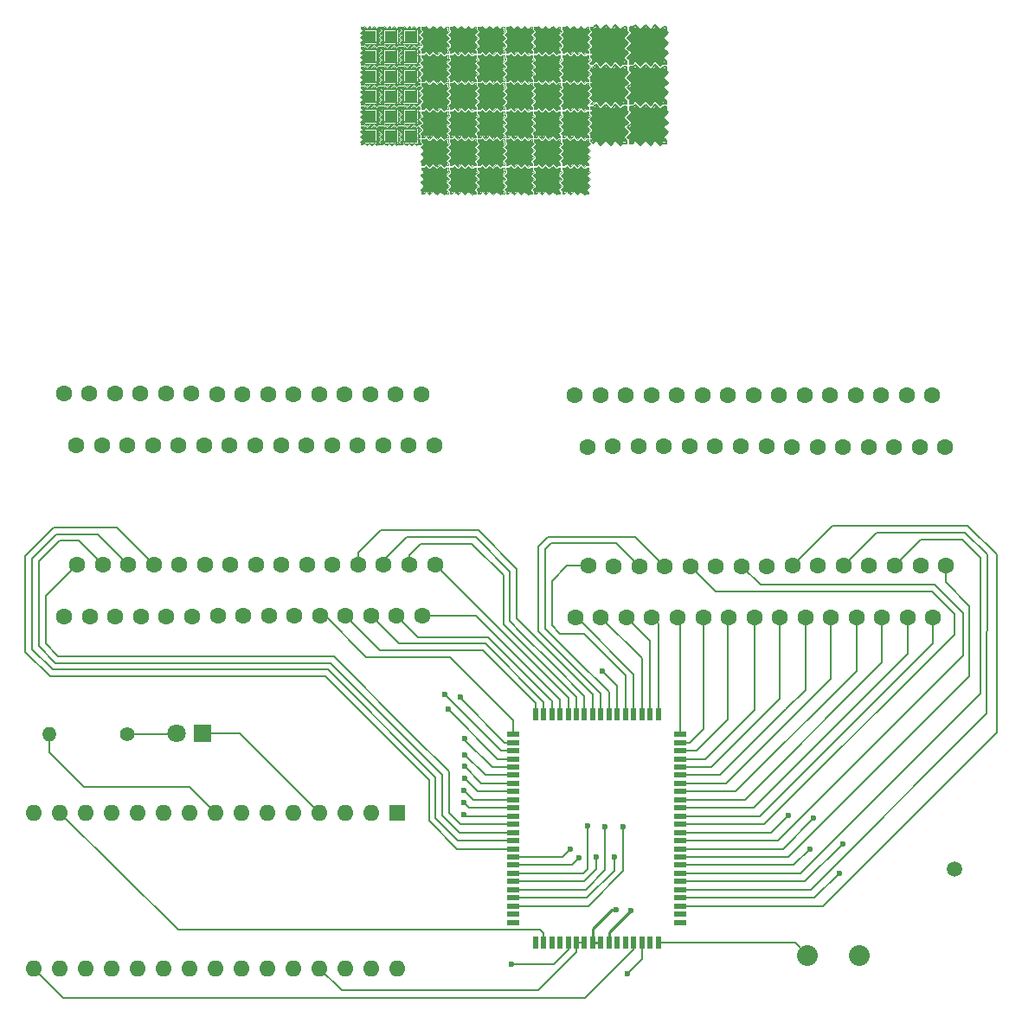
<source format=gbr>
G04 #@! TF.GenerationSoftware,KiCad,Pcbnew,(5.1.5)-3*
G04 #@! TF.CreationDate,2020-07-14T13:35:51-04:00*
G04 #@! TF.ProjectId,dmf_relay_board,646d665f-7265-46c6-9179-5f626f617264,rev?*
G04 #@! TF.SameCoordinates,Original*
G04 #@! TF.FileFunction,Copper,L1,Top*
G04 #@! TF.FilePolarity,Positive*
%FSLAX46Y46*%
G04 Gerber Fmt 4.6, Leading zero omitted, Abs format (unit mm)*
G04 Created by KiCad (PCBNEW (5.1.5)-3) date 2020-07-14 13:35:51*
%MOMM*%
%LPD*%
G04 APERTURE LIST*
%ADD10C,0.200000*%
%ADD11C,0.100000*%
%ADD12C,0.120000*%
%ADD13C,0.070700*%
%ADD14C,0.500000*%
%ADD15C,0.300000*%
%ADD16C,0.150000*%
%ADD17C,0.070000*%
%ADD18C,0.141000*%
%ADD19C,1.600000*%
%ADD20C,0.604800*%
%ADD21R,1.100000X1.100000*%
%ADD22R,1.300000X0.500000*%
%ADD23R,0.500000X1.300000*%
%ADD24R,1.250000X1.250000*%
%ADD25C,1.500000*%
%ADD26R,1.600000X1.600000*%
%ADD27O,1.600000X1.600000*%
%ADD28R,1.800000X1.800000*%
%ADD29C,1.800000*%
%ADD30C,2.032000*%
%ADD31C,1.400000*%
%ADD32O,1.400000X1.400000*%
%ADD33C,0.600000*%
%ADD34C,0.250000*%
G04 APERTURE END LIST*
D10*
X150099500Y-61524500D02*
X150099500Y-60305300D01*
X151394900Y-61499100D02*
X150074100Y-61499100D01*
X151369500Y-60203700D02*
X151369500Y-61524500D01*
X150048700Y-60229100D02*
X151394900Y-60229100D01*
D11*
X151487000Y-60111600D02*
X151487000Y-61616600D01*
X149982000Y-60111600D02*
X149982000Y-61616600D01*
X149982000Y-61616600D02*
X151487000Y-61616600D01*
X149982000Y-60111600D02*
X151487000Y-60111600D01*
D12*
X151575240Y-61694680D02*
X151575240Y-61608320D01*
X151466020Y-61694680D02*
X151575240Y-61694680D01*
X151438080Y-61707380D02*
X151331400Y-61770880D01*
X151245040Y-61707380D02*
X151438080Y-61707380D01*
X151570160Y-61334000D02*
X151643820Y-61199380D01*
X151565080Y-61140960D02*
X151570160Y-61334000D01*
X151554920Y-60831080D02*
X151623500Y-60724400D01*
X151554920Y-60643120D02*
X151554920Y-60831080D01*
X151577780Y-60348480D02*
X151651440Y-60239260D01*
X151575240Y-60168140D02*
X151577780Y-60348480D01*
X151572700Y-60030980D02*
X151572700Y-60152900D01*
X151595560Y-60025900D02*
X151488880Y-60025900D01*
X150955480Y-61704840D02*
X150846260Y-61781040D01*
X150767520Y-61704840D02*
X150955480Y-61704840D01*
X150472880Y-61699760D02*
X150358580Y-61768340D01*
X150269680Y-61699760D02*
X150472880Y-61699760D01*
X149891220Y-61694680D02*
X149980120Y-61694680D01*
X149891220Y-61598160D02*
X149891220Y-61694680D01*
X149898840Y-61562600D02*
X149827720Y-61461000D01*
X149896300Y-61374640D02*
X149898840Y-61562600D01*
X149896300Y-61074920D02*
X149825180Y-60970780D01*
X149901380Y-60871720D02*
X149896300Y-61074920D01*
X149893760Y-60602480D02*
X149822640Y-60488180D01*
X149896300Y-60409440D02*
X149893760Y-60602480D01*
X149903920Y-60020820D02*
X149898840Y-60107180D01*
X149878520Y-60013200D02*
X149992820Y-60013200D01*
X150028380Y-60018280D02*
X150135060Y-59947160D01*
X150223960Y-60018280D02*
X150028380Y-60018280D01*
X150518600Y-60018280D02*
X150620200Y-59957320D01*
X150711640Y-60018280D02*
X150518600Y-60018280D01*
X150993580Y-60030980D02*
X151110420Y-59964940D01*
X151204400Y-60033520D02*
X150993580Y-60030980D01*
D13*
X151636060Y-61623532D02*
X151489420Y-61470328D01*
X151732340Y-61227528D02*
X151489420Y-61470328D01*
X151477780Y-60984728D02*
X151732340Y-61227528D01*
X151720700Y-60741928D02*
X151477780Y-60984728D01*
X151477780Y-60499128D02*
X151720700Y-60741928D01*
X151732200Y-60256300D02*
X151477780Y-60499128D01*
X151342300Y-61861800D02*
X151433830Y-61765660D01*
X151342300Y-61861800D02*
X151099500Y-61607270D01*
X151099500Y-61607270D02*
X150856400Y-61861870D01*
X150856400Y-61861870D02*
X150613300Y-61607270D01*
X150613300Y-61607270D02*
X150370200Y-61861870D01*
X150370200Y-61861870D02*
X150127100Y-61607270D01*
X150127100Y-61607270D02*
X149975068Y-61765660D01*
X149832940Y-61765660D02*
X149975068Y-61765660D01*
X149832940Y-61562230D02*
X149748410Y-61470700D01*
X149991330Y-61227900D02*
X149748410Y-61470700D01*
X149736770Y-60985100D02*
X149991330Y-61227900D01*
X151732200Y-60256300D02*
X151636060Y-60164770D01*
X149979690Y-60742300D02*
X149736770Y-60985100D01*
X149736770Y-60499500D02*
X149979690Y-60742300D01*
X149991190Y-60256672D02*
X149736770Y-60499500D01*
X149832800Y-60104640D02*
X149991190Y-60256672D01*
X149832940Y-61765660D02*
X149832940Y-61563430D01*
X150126700Y-59866400D02*
X150035170Y-59962540D01*
X150369800Y-60121000D02*
X150126700Y-59866400D01*
X150612900Y-59866400D02*
X150369800Y-60121000D01*
X150856000Y-60121000D02*
X150612900Y-59866400D01*
X151099100Y-59866400D02*
X150856000Y-60121000D01*
X151341900Y-60120930D02*
X151099100Y-59866400D01*
X151493932Y-59962540D02*
X151341900Y-60120930D01*
X151636060Y-61765660D02*
X151433830Y-61765660D01*
X151636060Y-61765660D02*
X151636060Y-61623532D01*
X151636060Y-59962540D02*
X151636060Y-60164770D01*
X151636060Y-59962540D02*
X151493932Y-59962540D01*
X149832940Y-59962540D02*
X149832940Y-60104668D01*
X149832940Y-59962540D02*
X150035170Y-59962540D01*
D10*
X148154500Y-59579500D02*
X148154500Y-58360300D01*
X149449900Y-59554100D02*
X148129100Y-59554100D01*
X149424500Y-58258700D02*
X149424500Y-59579500D01*
X148103700Y-58284100D02*
X149449900Y-58284100D01*
D11*
X149542000Y-58166600D02*
X149542000Y-59671600D01*
X148037000Y-58166600D02*
X148037000Y-59671600D01*
X148037000Y-59671600D02*
X149542000Y-59671600D01*
X148037000Y-58166600D02*
X149542000Y-58166600D01*
D12*
X149630240Y-59749680D02*
X149630240Y-59663320D01*
X149521020Y-59749680D02*
X149630240Y-59749680D01*
X149493080Y-59762380D02*
X149386400Y-59825880D01*
X149300040Y-59762380D02*
X149493080Y-59762380D01*
X149625160Y-59389000D02*
X149698820Y-59254380D01*
X149620080Y-59195960D02*
X149625160Y-59389000D01*
X149609920Y-58886080D02*
X149678500Y-58779400D01*
X149609920Y-58698120D02*
X149609920Y-58886080D01*
X149632780Y-58403480D02*
X149706440Y-58294260D01*
X149630240Y-58223140D02*
X149632780Y-58403480D01*
X149627700Y-58085980D02*
X149627700Y-58207900D01*
X149650560Y-58080900D02*
X149543880Y-58080900D01*
X149010480Y-59759840D02*
X148901260Y-59836040D01*
X148822520Y-59759840D02*
X149010480Y-59759840D01*
X148527880Y-59754760D02*
X148413580Y-59823340D01*
X148324680Y-59754760D02*
X148527880Y-59754760D01*
X147946220Y-59749680D02*
X148035120Y-59749680D01*
X147946220Y-59653160D02*
X147946220Y-59749680D01*
X147953840Y-59617600D02*
X147882720Y-59516000D01*
X147951300Y-59429640D02*
X147953840Y-59617600D01*
X147951300Y-59129920D02*
X147880180Y-59025780D01*
X147956380Y-58926720D02*
X147951300Y-59129920D01*
X147948760Y-58657480D02*
X147877640Y-58543180D01*
X147951300Y-58464440D02*
X147948760Y-58657480D01*
X147958920Y-58075820D02*
X147953840Y-58162180D01*
X147933520Y-58068200D02*
X148047820Y-58068200D01*
X148083380Y-58073280D02*
X148190060Y-58002160D01*
X148278960Y-58073280D02*
X148083380Y-58073280D01*
X148573600Y-58073280D02*
X148675200Y-58012320D01*
X148766640Y-58073280D02*
X148573600Y-58073280D01*
X149048580Y-58085980D02*
X149165420Y-58019940D01*
X149259400Y-58088520D02*
X149048580Y-58085980D01*
D13*
X149691060Y-59678532D02*
X149544420Y-59525328D01*
X149787340Y-59282528D02*
X149544420Y-59525328D01*
X149532780Y-59039728D02*
X149787340Y-59282528D01*
X149775700Y-58796928D02*
X149532780Y-59039728D01*
X149532780Y-58554128D02*
X149775700Y-58796928D01*
X149787200Y-58311300D02*
X149532780Y-58554128D01*
X149397300Y-59916800D02*
X149488830Y-59820660D01*
X149397300Y-59916800D02*
X149154500Y-59662270D01*
X149154500Y-59662270D02*
X148911400Y-59916870D01*
X148911400Y-59916870D02*
X148668300Y-59662270D01*
X148668300Y-59662270D02*
X148425200Y-59916870D01*
X148425200Y-59916870D02*
X148182100Y-59662270D01*
X148182100Y-59662270D02*
X148030068Y-59820660D01*
X147887940Y-59820660D02*
X148030068Y-59820660D01*
X147887940Y-59617230D02*
X147803410Y-59525700D01*
X148046330Y-59282900D02*
X147803410Y-59525700D01*
X147791770Y-59040100D02*
X148046330Y-59282900D01*
X149787200Y-58311300D02*
X149691060Y-58219770D01*
X148034690Y-58797300D02*
X147791770Y-59040100D01*
X147791770Y-58554500D02*
X148034690Y-58797300D01*
X148046190Y-58311672D02*
X147791770Y-58554500D01*
X147887800Y-58159640D02*
X148046190Y-58311672D01*
X147887940Y-59820660D02*
X147887940Y-59618430D01*
X148181700Y-57921400D02*
X148090170Y-58017540D01*
X148424800Y-58176000D02*
X148181700Y-57921400D01*
X148667900Y-57921400D02*
X148424800Y-58176000D01*
X148911000Y-58176000D02*
X148667900Y-57921400D01*
X149154100Y-57921400D02*
X148911000Y-58176000D01*
X149396900Y-58175930D02*
X149154100Y-57921400D01*
X149548932Y-58017540D02*
X149396900Y-58175930D01*
X149691060Y-59820660D02*
X149488830Y-59820660D01*
X149691060Y-59820660D02*
X149691060Y-59678532D01*
X149691060Y-58017540D02*
X149691060Y-58219770D01*
X149691060Y-58017540D02*
X149548932Y-58017540D01*
X147887940Y-58017540D02*
X147887940Y-58159668D01*
X147887940Y-58017540D02*
X148090170Y-58017540D01*
D10*
X150099500Y-65414500D02*
X150099500Y-64195300D01*
X151394900Y-65389100D02*
X150074100Y-65389100D01*
X151369500Y-64093700D02*
X151369500Y-65414500D01*
X150048700Y-64119100D02*
X151394900Y-64119100D01*
D11*
X151487000Y-64001600D02*
X151487000Y-65506600D01*
X149982000Y-64001600D02*
X149982000Y-65506600D01*
X149982000Y-65506600D02*
X151487000Y-65506600D01*
X149982000Y-64001600D02*
X151487000Y-64001600D01*
D12*
X151575240Y-65584680D02*
X151575240Y-65498320D01*
X151466020Y-65584680D02*
X151575240Y-65584680D01*
X151438080Y-65597380D02*
X151331400Y-65660880D01*
X151245040Y-65597380D02*
X151438080Y-65597380D01*
X151570160Y-65224000D02*
X151643820Y-65089380D01*
X151565080Y-65030960D02*
X151570160Y-65224000D01*
X151554920Y-64721080D02*
X151623500Y-64614400D01*
X151554920Y-64533120D02*
X151554920Y-64721080D01*
X151577780Y-64238480D02*
X151651440Y-64129260D01*
X151575240Y-64058140D02*
X151577780Y-64238480D01*
X151572700Y-63920980D02*
X151572700Y-64042900D01*
X151595560Y-63915900D02*
X151488880Y-63915900D01*
X150955480Y-65594840D02*
X150846260Y-65671040D01*
X150767520Y-65594840D02*
X150955480Y-65594840D01*
X150472880Y-65589760D02*
X150358580Y-65658340D01*
X150269680Y-65589760D02*
X150472880Y-65589760D01*
X149891220Y-65584680D02*
X149980120Y-65584680D01*
X149891220Y-65488160D02*
X149891220Y-65584680D01*
X149898840Y-65452600D02*
X149827720Y-65351000D01*
X149896300Y-65264640D02*
X149898840Y-65452600D01*
X149896300Y-64964920D02*
X149825180Y-64860780D01*
X149901380Y-64761720D02*
X149896300Y-64964920D01*
X149893760Y-64492480D02*
X149822640Y-64378180D01*
X149896300Y-64299440D02*
X149893760Y-64492480D01*
X149903920Y-63910820D02*
X149898840Y-63997180D01*
X149878520Y-63903200D02*
X149992820Y-63903200D01*
X150028380Y-63908280D02*
X150135060Y-63837160D01*
X150223960Y-63908280D02*
X150028380Y-63908280D01*
X150518600Y-63908280D02*
X150620200Y-63847320D01*
X150711640Y-63908280D02*
X150518600Y-63908280D01*
X150993580Y-63920980D02*
X151110420Y-63854940D01*
X151204400Y-63923520D02*
X150993580Y-63920980D01*
D13*
X151636060Y-65513532D02*
X151489420Y-65360328D01*
X151732340Y-65117528D02*
X151489420Y-65360328D01*
X151477780Y-64874728D02*
X151732340Y-65117528D01*
X151720700Y-64631928D02*
X151477780Y-64874728D01*
X151477780Y-64389128D02*
X151720700Y-64631928D01*
X151732200Y-64146300D02*
X151477780Y-64389128D01*
X151342300Y-65751800D02*
X151433830Y-65655660D01*
X151342300Y-65751800D02*
X151099500Y-65497270D01*
X151099500Y-65497270D02*
X150856400Y-65751870D01*
X150856400Y-65751870D02*
X150613300Y-65497270D01*
X150613300Y-65497270D02*
X150370200Y-65751870D01*
X150370200Y-65751870D02*
X150127100Y-65497270D01*
X150127100Y-65497270D02*
X149975068Y-65655660D01*
X149832940Y-65655660D02*
X149975068Y-65655660D01*
X149832940Y-65452230D02*
X149748410Y-65360700D01*
X149991330Y-65117900D02*
X149748410Y-65360700D01*
X149736770Y-64875100D02*
X149991330Y-65117900D01*
X151732200Y-64146300D02*
X151636060Y-64054770D01*
X149979690Y-64632300D02*
X149736770Y-64875100D01*
X149736770Y-64389500D02*
X149979690Y-64632300D01*
X149991190Y-64146672D02*
X149736770Y-64389500D01*
X149832800Y-63994640D02*
X149991190Y-64146672D01*
X149832940Y-65655660D02*
X149832940Y-65453430D01*
X150126700Y-63756400D02*
X150035170Y-63852540D01*
X150369800Y-64011000D02*
X150126700Y-63756400D01*
X150612900Y-63756400D02*
X150369800Y-64011000D01*
X150856000Y-64011000D02*
X150612900Y-63756400D01*
X151099100Y-63756400D02*
X150856000Y-64011000D01*
X151341900Y-64010930D02*
X151099100Y-63756400D01*
X151493932Y-63852540D02*
X151341900Y-64010930D01*
X151636060Y-65655660D02*
X151433830Y-65655660D01*
X151636060Y-65655660D02*
X151636060Y-65513532D01*
X151636060Y-63852540D02*
X151636060Y-64054770D01*
X151636060Y-63852540D02*
X151493932Y-63852540D01*
X149832940Y-63852540D02*
X149832940Y-63994668D01*
X149832940Y-63852540D02*
X150035170Y-63852540D01*
D10*
X148154500Y-65414500D02*
X148154500Y-64195300D01*
X149449900Y-65389100D02*
X148129100Y-65389100D01*
X149424500Y-64093700D02*
X149424500Y-65414500D01*
X148103700Y-64119100D02*
X149449900Y-64119100D01*
D11*
X149542000Y-64001600D02*
X149542000Y-65506600D01*
X148037000Y-64001600D02*
X148037000Y-65506600D01*
X148037000Y-65506600D02*
X149542000Y-65506600D01*
X148037000Y-64001600D02*
X149542000Y-64001600D01*
D12*
X149630240Y-65584680D02*
X149630240Y-65498320D01*
X149521020Y-65584680D02*
X149630240Y-65584680D01*
X149493080Y-65597380D02*
X149386400Y-65660880D01*
X149300040Y-65597380D02*
X149493080Y-65597380D01*
X149625160Y-65224000D02*
X149698820Y-65089380D01*
X149620080Y-65030960D02*
X149625160Y-65224000D01*
X149609920Y-64721080D02*
X149678500Y-64614400D01*
X149609920Y-64533120D02*
X149609920Y-64721080D01*
X149632780Y-64238480D02*
X149706440Y-64129260D01*
X149630240Y-64058140D02*
X149632780Y-64238480D01*
X149627700Y-63920980D02*
X149627700Y-64042900D01*
X149650560Y-63915900D02*
X149543880Y-63915900D01*
X149010480Y-65594840D02*
X148901260Y-65671040D01*
X148822520Y-65594840D02*
X149010480Y-65594840D01*
X148527880Y-65589760D02*
X148413580Y-65658340D01*
X148324680Y-65589760D02*
X148527880Y-65589760D01*
X147946220Y-65584680D02*
X148035120Y-65584680D01*
X147946220Y-65488160D02*
X147946220Y-65584680D01*
X147953840Y-65452600D02*
X147882720Y-65351000D01*
X147951300Y-65264640D02*
X147953840Y-65452600D01*
X147951300Y-64964920D02*
X147880180Y-64860780D01*
X147956380Y-64761720D02*
X147951300Y-64964920D01*
X147948760Y-64492480D02*
X147877640Y-64378180D01*
X147951300Y-64299440D02*
X147948760Y-64492480D01*
X147958920Y-63910820D02*
X147953840Y-63997180D01*
X147933520Y-63903200D02*
X148047820Y-63903200D01*
X148083380Y-63908280D02*
X148190060Y-63837160D01*
X148278960Y-63908280D02*
X148083380Y-63908280D01*
X148573600Y-63908280D02*
X148675200Y-63847320D01*
X148766640Y-63908280D02*
X148573600Y-63908280D01*
X149048580Y-63920980D02*
X149165420Y-63854940D01*
X149259400Y-63923520D02*
X149048580Y-63920980D01*
D13*
X149691060Y-65513532D02*
X149544420Y-65360328D01*
X149787340Y-65117528D02*
X149544420Y-65360328D01*
X149532780Y-64874728D02*
X149787340Y-65117528D01*
X149775700Y-64631928D02*
X149532780Y-64874728D01*
X149532780Y-64389128D02*
X149775700Y-64631928D01*
X149787200Y-64146300D02*
X149532780Y-64389128D01*
X149397300Y-65751800D02*
X149488830Y-65655660D01*
X149397300Y-65751800D02*
X149154500Y-65497270D01*
X149154500Y-65497270D02*
X148911400Y-65751870D01*
X148911400Y-65751870D02*
X148668300Y-65497270D01*
X148668300Y-65497270D02*
X148425200Y-65751870D01*
X148425200Y-65751870D02*
X148182100Y-65497270D01*
X148182100Y-65497270D02*
X148030068Y-65655660D01*
X147887940Y-65655660D02*
X148030068Y-65655660D01*
X147887940Y-65452230D02*
X147803410Y-65360700D01*
X148046330Y-65117900D02*
X147803410Y-65360700D01*
X147791770Y-64875100D02*
X148046330Y-65117900D01*
X149787200Y-64146300D02*
X149691060Y-64054770D01*
X148034690Y-64632300D02*
X147791770Y-64875100D01*
X147791770Y-64389500D02*
X148034690Y-64632300D01*
X148046190Y-64146672D02*
X147791770Y-64389500D01*
X147887800Y-63994640D02*
X148046190Y-64146672D01*
X147887940Y-65655660D02*
X147887940Y-65453430D01*
X148181700Y-63756400D02*
X148090170Y-63852540D01*
X148424800Y-64011000D02*
X148181700Y-63756400D01*
X148667900Y-63756400D02*
X148424800Y-64011000D01*
X148911000Y-64011000D02*
X148667900Y-63756400D01*
X149154100Y-63756400D02*
X148911000Y-64011000D01*
X149396900Y-64010930D02*
X149154100Y-63756400D01*
X149548932Y-63852540D02*
X149396900Y-64010930D01*
X149691060Y-65655660D02*
X149488830Y-65655660D01*
X149691060Y-65655660D02*
X149691060Y-65513532D01*
X149691060Y-63852540D02*
X149691060Y-64054770D01*
X149691060Y-63852540D02*
X149548932Y-63852540D01*
X147887940Y-63852540D02*
X147887940Y-63994668D01*
X147887940Y-63852540D02*
X148090170Y-63852540D01*
D10*
X150099500Y-63469500D02*
X150099500Y-62250300D01*
X151394900Y-63444100D02*
X150074100Y-63444100D01*
X151369500Y-62148700D02*
X151369500Y-63469500D01*
X150048700Y-62174100D02*
X151394900Y-62174100D01*
D11*
X151487000Y-62056600D02*
X151487000Y-63561600D01*
X149982000Y-62056600D02*
X149982000Y-63561600D01*
X149982000Y-63561600D02*
X151487000Y-63561600D01*
X149982000Y-62056600D02*
X151487000Y-62056600D01*
D12*
X151575240Y-63639680D02*
X151575240Y-63553320D01*
X151466020Y-63639680D02*
X151575240Y-63639680D01*
X151438080Y-63652380D02*
X151331400Y-63715880D01*
X151245040Y-63652380D02*
X151438080Y-63652380D01*
X151570160Y-63279000D02*
X151643820Y-63144380D01*
X151565080Y-63085960D02*
X151570160Y-63279000D01*
X151554920Y-62776080D02*
X151623500Y-62669400D01*
X151554920Y-62588120D02*
X151554920Y-62776080D01*
X151577780Y-62293480D02*
X151651440Y-62184260D01*
X151575240Y-62113140D02*
X151577780Y-62293480D01*
X151572700Y-61975980D02*
X151572700Y-62097900D01*
X151595560Y-61970900D02*
X151488880Y-61970900D01*
X150955480Y-63649840D02*
X150846260Y-63726040D01*
X150767520Y-63649840D02*
X150955480Y-63649840D01*
X150472880Y-63644760D02*
X150358580Y-63713340D01*
X150269680Y-63644760D02*
X150472880Y-63644760D01*
X149891220Y-63639680D02*
X149980120Y-63639680D01*
X149891220Y-63543160D02*
X149891220Y-63639680D01*
X149898840Y-63507600D02*
X149827720Y-63406000D01*
X149896300Y-63319640D02*
X149898840Y-63507600D01*
X149896300Y-63019920D02*
X149825180Y-62915780D01*
X149901380Y-62816720D02*
X149896300Y-63019920D01*
X149893760Y-62547480D02*
X149822640Y-62433180D01*
X149896300Y-62354440D02*
X149893760Y-62547480D01*
X149903920Y-61965820D02*
X149898840Y-62052180D01*
X149878520Y-61958200D02*
X149992820Y-61958200D01*
X150028380Y-61963280D02*
X150135060Y-61892160D01*
X150223960Y-61963280D02*
X150028380Y-61963280D01*
X150518600Y-61963280D02*
X150620200Y-61902320D01*
X150711640Y-61963280D02*
X150518600Y-61963280D01*
X150993580Y-61975980D02*
X151110420Y-61909940D01*
X151204400Y-61978520D02*
X150993580Y-61975980D01*
D13*
X151636060Y-63568532D02*
X151489420Y-63415328D01*
X151732340Y-63172528D02*
X151489420Y-63415328D01*
X151477780Y-62929728D02*
X151732340Y-63172528D01*
X151720700Y-62686928D02*
X151477780Y-62929728D01*
X151477780Y-62444128D02*
X151720700Y-62686928D01*
X151732200Y-62201300D02*
X151477780Y-62444128D01*
X151342300Y-63806800D02*
X151433830Y-63710660D01*
X151342300Y-63806800D02*
X151099500Y-63552270D01*
X151099500Y-63552270D02*
X150856400Y-63806870D01*
X150856400Y-63806870D02*
X150613300Y-63552270D01*
X150613300Y-63552270D02*
X150370200Y-63806870D01*
X150370200Y-63806870D02*
X150127100Y-63552270D01*
X150127100Y-63552270D02*
X149975068Y-63710660D01*
X149832940Y-63710660D02*
X149975068Y-63710660D01*
X149832940Y-63507230D02*
X149748410Y-63415700D01*
X149991330Y-63172900D02*
X149748410Y-63415700D01*
X149736770Y-62930100D02*
X149991330Y-63172900D01*
X151732200Y-62201300D02*
X151636060Y-62109770D01*
X149979690Y-62687300D02*
X149736770Y-62930100D01*
X149736770Y-62444500D02*
X149979690Y-62687300D01*
X149991190Y-62201672D02*
X149736770Y-62444500D01*
X149832800Y-62049640D02*
X149991190Y-62201672D01*
X149832940Y-63710660D02*
X149832940Y-63508430D01*
X150126700Y-61811400D02*
X150035170Y-61907540D01*
X150369800Y-62066000D02*
X150126700Y-61811400D01*
X150612900Y-61811400D02*
X150369800Y-62066000D01*
X150856000Y-62066000D02*
X150612900Y-61811400D01*
X151099100Y-61811400D02*
X150856000Y-62066000D01*
X151341900Y-62065930D02*
X151099100Y-61811400D01*
X151493932Y-61907540D02*
X151341900Y-62065930D01*
X151636060Y-63710660D02*
X151433830Y-63710660D01*
X151636060Y-63710660D02*
X151636060Y-63568532D01*
X151636060Y-61907540D02*
X151636060Y-62109770D01*
X151636060Y-61907540D02*
X151493932Y-61907540D01*
X149832940Y-61907540D02*
X149832940Y-62049668D01*
X149832940Y-61907540D02*
X150035170Y-61907540D01*
D10*
X148154500Y-63469500D02*
X148154500Y-62250300D01*
X149449900Y-63444100D02*
X148129100Y-63444100D01*
X149424500Y-62148700D02*
X149424500Y-63469500D01*
X148103700Y-62174100D02*
X149449900Y-62174100D01*
D11*
X149542000Y-62056600D02*
X149542000Y-63561600D01*
X148037000Y-62056600D02*
X148037000Y-63561600D01*
X148037000Y-63561600D02*
X149542000Y-63561600D01*
X148037000Y-62056600D02*
X149542000Y-62056600D01*
D12*
X149630240Y-63639680D02*
X149630240Y-63553320D01*
X149521020Y-63639680D02*
X149630240Y-63639680D01*
X149493080Y-63652380D02*
X149386400Y-63715880D01*
X149300040Y-63652380D02*
X149493080Y-63652380D01*
X149625160Y-63279000D02*
X149698820Y-63144380D01*
X149620080Y-63085960D02*
X149625160Y-63279000D01*
X149609920Y-62776080D02*
X149678500Y-62669400D01*
X149609920Y-62588120D02*
X149609920Y-62776080D01*
X149632780Y-62293480D02*
X149706440Y-62184260D01*
X149630240Y-62113140D02*
X149632780Y-62293480D01*
X149627700Y-61975980D02*
X149627700Y-62097900D01*
X149650560Y-61970900D02*
X149543880Y-61970900D01*
X149010480Y-63649840D02*
X148901260Y-63726040D01*
X148822520Y-63649840D02*
X149010480Y-63649840D01*
X148527880Y-63644760D02*
X148413580Y-63713340D01*
X148324680Y-63644760D02*
X148527880Y-63644760D01*
X147946220Y-63639680D02*
X148035120Y-63639680D01*
X147946220Y-63543160D02*
X147946220Y-63639680D01*
X147953840Y-63507600D02*
X147882720Y-63406000D01*
X147951300Y-63319640D02*
X147953840Y-63507600D01*
X147951300Y-63019920D02*
X147880180Y-62915780D01*
X147956380Y-62816720D02*
X147951300Y-63019920D01*
X147948760Y-62547480D02*
X147877640Y-62433180D01*
X147951300Y-62354440D02*
X147948760Y-62547480D01*
X147958920Y-61965820D02*
X147953840Y-62052180D01*
X147933520Y-61958200D02*
X148047820Y-61958200D01*
X148083380Y-61963280D02*
X148190060Y-61892160D01*
X148278960Y-61963280D02*
X148083380Y-61963280D01*
X148573600Y-61963280D02*
X148675200Y-61902320D01*
X148766640Y-61963280D02*
X148573600Y-61963280D01*
X149048580Y-61975980D02*
X149165420Y-61909940D01*
X149259400Y-61978520D02*
X149048580Y-61975980D01*
D13*
X149691060Y-63568532D02*
X149544420Y-63415328D01*
X149787340Y-63172528D02*
X149544420Y-63415328D01*
X149532780Y-62929728D02*
X149787340Y-63172528D01*
X149775700Y-62686928D02*
X149532780Y-62929728D01*
X149532780Y-62444128D02*
X149775700Y-62686928D01*
X149787200Y-62201300D02*
X149532780Y-62444128D01*
X149397300Y-63806800D02*
X149488830Y-63710660D01*
X149397300Y-63806800D02*
X149154500Y-63552270D01*
X149154500Y-63552270D02*
X148911400Y-63806870D01*
X148911400Y-63806870D02*
X148668300Y-63552270D01*
X148668300Y-63552270D02*
X148425200Y-63806870D01*
X148425200Y-63806870D02*
X148182100Y-63552270D01*
X148182100Y-63552270D02*
X148030068Y-63710660D01*
X147887940Y-63710660D02*
X148030068Y-63710660D01*
X147887940Y-63507230D02*
X147803410Y-63415700D01*
X148046330Y-63172900D02*
X147803410Y-63415700D01*
X147791770Y-62930100D02*
X148046330Y-63172900D01*
X149787200Y-62201300D02*
X149691060Y-62109770D01*
X148034690Y-62687300D02*
X147791770Y-62930100D01*
X147791770Y-62444500D02*
X148034690Y-62687300D01*
X148046190Y-62201672D02*
X147791770Y-62444500D01*
X147887800Y-62049640D02*
X148046190Y-62201672D01*
X147887940Y-63710660D02*
X147887940Y-63508430D01*
X148181700Y-61811400D02*
X148090170Y-61907540D01*
X148424800Y-62066000D02*
X148181700Y-61811400D01*
X148667900Y-61811400D02*
X148424800Y-62066000D01*
X148911000Y-62066000D02*
X148667900Y-61811400D01*
X149154100Y-61811400D02*
X148911000Y-62066000D01*
X149396900Y-62065930D02*
X149154100Y-61811400D01*
X149548932Y-61907540D02*
X149396900Y-62065930D01*
X149691060Y-63710660D02*
X149488830Y-63710660D01*
X149691060Y-63710660D02*
X149691060Y-63568532D01*
X149691060Y-61907540D02*
X149691060Y-62109770D01*
X149691060Y-61907540D02*
X149548932Y-61907540D01*
X147887940Y-61907540D02*
X147887940Y-62049668D01*
X147887940Y-61907540D02*
X148090170Y-61907540D01*
D10*
X148154500Y-61524500D02*
X148154500Y-60305300D01*
X149449900Y-61499100D02*
X148129100Y-61499100D01*
X149424500Y-60203700D02*
X149424500Y-61524500D01*
X148103700Y-60229100D02*
X149449900Y-60229100D01*
D11*
X149542000Y-60111600D02*
X149542000Y-61616600D01*
X148037000Y-60111600D02*
X148037000Y-61616600D01*
X148037000Y-61616600D02*
X149542000Y-61616600D01*
X148037000Y-60111600D02*
X149542000Y-60111600D01*
D12*
X149630240Y-61694680D02*
X149630240Y-61608320D01*
X149521020Y-61694680D02*
X149630240Y-61694680D01*
X149493080Y-61707380D02*
X149386400Y-61770880D01*
X149300040Y-61707380D02*
X149493080Y-61707380D01*
X149625160Y-61334000D02*
X149698820Y-61199380D01*
X149620080Y-61140960D02*
X149625160Y-61334000D01*
X149609920Y-60831080D02*
X149678500Y-60724400D01*
X149609920Y-60643120D02*
X149609920Y-60831080D01*
X149632780Y-60348480D02*
X149706440Y-60239260D01*
X149630240Y-60168140D02*
X149632780Y-60348480D01*
X149627700Y-60030980D02*
X149627700Y-60152900D01*
X149650560Y-60025900D02*
X149543880Y-60025900D01*
X149010480Y-61704840D02*
X148901260Y-61781040D01*
X148822520Y-61704840D02*
X149010480Y-61704840D01*
X148527880Y-61699760D02*
X148413580Y-61768340D01*
X148324680Y-61699760D02*
X148527880Y-61699760D01*
X147946220Y-61694680D02*
X148035120Y-61694680D01*
X147946220Y-61598160D02*
X147946220Y-61694680D01*
X147953840Y-61562600D02*
X147882720Y-61461000D01*
X147951300Y-61374640D02*
X147953840Y-61562600D01*
X147951300Y-61074920D02*
X147880180Y-60970780D01*
X147956380Y-60871720D02*
X147951300Y-61074920D01*
X147948760Y-60602480D02*
X147877640Y-60488180D01*
X147951300Y-60409440D02*
X147948760Y-60602480D01*
X147958920Y-60020820D02*
X147953840Y-60107180D01*
X147933520Y-60013200D02*
X148047820Y-60013200D01*
X148083380Y-60018280D02*
X148190060Y-59947160D01*
X148278960Y-60018280D02*
X148083380Y-60018280D01*
X148573600Y-60018280D02*
X148675200Y-59957320D01*
X148766640Y-60018280D02*
X148573600Y-60018280D01*
X149048580Y-60030980D02*
X149165420Y-59964940D01*
X149259400Y-60033520D02*
X149048580Y-60030980D01*
D13*
X149691060Y-61623532D02*
X149544420Y-61470328D01*
X149787340Y-61227528D02*
X149544420Y-61470328D01*
X149532780Y-60984728D02*
X149787340Y-61227528D01*
X149775700Y-60741928D02*
X149532780Y-60984728D01*
X149532780Y-60499128D02*
X149775700Y-60741928D01*
X149787200Y-60256300D02*
X149532780Y-60499128D01*
X149397300Y-61861800D02*
X149488830Y-61765660D01*
X149397300Y-61861800D02*
X149154500Y-61607270D01*
X149154500Y-61607270D02*
X148911400Y-61861870D01*
X148911400Y-61861870D02*
X148668300Y-61607270D01*
X148668300Y-61607270D02*
X148425200Y-61861870D01*
X148425200Y-61861870D02*
X148182100Y-61607270D01*
X148182100Y-61607270D02*
X148030068Y-61765660D01*
X147887940Y-61765660D02*
X148030068Y-61765660D01*
X147887940Y-61562230D02*
X147803410Y-61470700D01*
X148046330Y-61227900D02*
X147803410Y-61470700D01*
X147791770Y-60985100D02*
X148046330Y-61227900D01*
X149787200Y-60256300D02*
X149691060Y-60164770D01*
X148034690Y-60742300D02*
X147791770Y-60985100D01*
X147791770Y-60499500D02*
X148034690Y-60742300D01*
X148046190Y-60256672D02*
X147791770Y-60499500D01*
X147887800Y-60104640D02*
X148046190Y-60256672D01*
X147887940Y-61765660D02*
X147887940Y-61563430D01*
X148181700Y-59866400D02*
X148090170Y-59962540D01*
X148424800Y-60121000D02*
X148181700Y-59866400D01*
X148667900Y-59866400D02*
X148424800Y-60121000D01*
X148911000Y-60121000D02*
X148667900Y-59866400D01*
X149154100Y-59866400D02*
X148911000Y-60121000D01*
X149396900Y-60120930D02*
X149154100Y-59866400D01*
X149548932Y-59962540D02*
X149396900Y-60120930D01*
X149691060Y-61765660D02*
X149488830Y-61765660D01*
X149691060Y-61765660D02*
X149691060Y-61623532D01*
X149691060Y-59962540D02*
X149691060Y-60164770D01*
X149691060Y-59962540D02*
X149548932Y-59962540D01*
X147887940Y-59962540D02*
X147887940Y-60104668D01*
X147887940Y-59962540D02*
X148090170Y-59962540D01*
D10*
X150099500Y-59579500D02*
X150099500Y-58360300D01*
X151394900Y-59554100D02*
X150074100Y-59554100D01*
X151369500Y-58258700D02*
X151369500Y-59579500D01*
X150048700Y-58284100D02*
X151394900Y-58284100D01*
D11*
X151487000Y-58166600D02*
X151487000Y-59671600D01*
X149982000Y-58166600D02*
X149982000Y-59671600D01*
X149982000Y-59671600D02*
X151487000Y-59671600D01*
X149982000Y-58166600D02*
X151487000Y-58166600D01*
D12*
X151575240Y-59749680D02*
X151575240Y-59663320D01*
X151466020Y-59749680D02*
X151575240Y-59749680D01*
X151438080Y-59762380D02*
X151331400Y-59825880D01*
X151245040Y-59762380D02*
X151438080Y-59762380D01*
X151570160Y-59389000D02*
X151643820Y-59254380D01*
X151565080Y-59195960D02*
X151570160Y-59389000D01*
X151554920Y-58886080D02*
X151623500Y-58779400D01*
X151554920Y-58698120D02*
X151554920Y-58886080D01*
X151577780Y-58403480D02*
X151651440Y-58294260D01*
X151575240Y-58223140D02*
X151577780Y-58403480D01*
X151572700Y-58085980D02*
X151572700Y-58207900D01*
X151595560Y-58080900D02*
X151488880Y-58080900D01*
X150955480Y-59759840D02*
X150846260Y-59836040D01*
X150767520Y-59759840D02*
X150955480Y-59759840D01*
X150472880Y-59754760D02*
X150358580Y-59823340D01*
X150269680Y-59754760D02*
X150472880Y-59754760D01*
X149891220Y-59749680D02*
X149980120Y-59749680D01*
X149891220Y-59653160D02*
X149891220Y-59749680D01*
X149898840Y-59617600D02*
X149827720Y-59516000D01*
X149896300Y-59429640D02*
X149898840Y-59617600D01*
X149896300Y-59129920D02*
X149825180Y-59025780D01*
X149901380Y-58926720D02*
X149896300Y-59129920D01*
X149893760Y-58657480D02*
X149822640Y-58543180D01*
X149896300Y-58464440D02*
X149893760Y-58657480D01*
X149903920Y-58075820D02*
X149898840Y-58162180D01*
X149878520Y-58068200D02*
X149992820Y-58068200D01*
X150028380Y-58073280D02*
X150135060Y-58002160D01*
X150223960Y-58073280D02*
X150028380Y-58073280D01*
X150518600Y-58073280D02*
X150620200Y-58012320D01*
X150711640Y-58073280D02*
X150518600Y-58073280D01*
X150993580Y-58085980D02*
X151110420Y-58019940D01*
X151204400Y-58088520D02*
X150993580Y-58085980D01*
D13*
X151636060Y-59678532D02*
X151489420Y-59525328D01*
X151732340Y-59282528D02*
X151489420Y-59525328D01*
X151477780Y-59039728D02*
X151732340Y-59282528D01*
X151720700Y-58796928D02*
X151477780Y-59039728D01*
X151477780Y-58554128D02*
X151720700Y-58796928D01*
X151732200Y-58311300D02*
X151477780Y-58554128D01*
X151342300Y-59916800D02*
X151433830Y-59820660D01*
X151342300Y-59916800D02*
X151099500Y-59662270D01*
X151099500Y-59662270D02*
X150856400Y-59916870D01*
X150856400Y-59916870D02*
X150613300Y-59662270D01*
X150613300Y-59662270D02*
X150370200Y-59916870D01*
X150370200Y-59916870D02*
X150127100Y-59662270D01*
X150127100Y-59662270D02*
X149975068Y-59820660D01*
X149832940Y-59820660D02*
X149975068Y-59820660D01*
X149832940Y-59617230D02*
X149748410Y-59525700D01*
X149991330Y-59282900D02*
X149748410Y-59525700D01*
X149736770Y-59040100D02*
X149991330Y-59282900D01*
X151732200Y-58311300D02*
X151636060Y-58219770D01*
X149979690Y-58797300D02*
X149736770Y-59040100D01*
X149736770Y-58554500D02*
X149979690Y-58797300D01*
X149991190Y-58311672D02*
X149736770Y-58554500D01*
X149832800Y-58159640D02*
X149991190Y-58311672D01*
X149832940Y-59820660D02*
X149832940Y-59618430D01*
X150126700Y-57921400D02*
X150035170Y-58017540D01*
X150369800Y-58176000D02*
X150126700Y-57921400D01*
X150612900Y-57921400D02*
X150369800Y-58176000D01*
X150856000Y-58176000D02*
X150612900Y-57921400D01*
X151099100Y-57921400D02*
X150856000Y-58176000D01*
X151341900Y-58175930D02*
X151099100Y-57921400D01*
X151493932Y-58017540D02*
X151341900Y-58175930D01*
X151636060Y-59820660D02*
X151433830Y-59820660D01*
X151636060Y-59820660D02*
X151636060Y-59678532D01*
X151636060Y-58017540D02*
X151636060Y-58219770D01*
X151636060Y-58017540D02*
X151493932Y-58017540D01*
X149832940Y-58017540D02*
X149832940Y-58159668D01*
X149832940Y-58017540D02*
X150035170Y-58017540D01*
D10*
X148154500Y-57634500D02*
X148154500Y-56415300D01*
X149449900Y-57609100D02*
X148129100Y-57609100D01*
X149424500Y-56313700D02*
X149424500Y-57634500D01*
X148103700Y-56339100D02*
X149449900Y-56339100D01*
D11*
X149542000Y-56221600D02*
X149542000Y-57726600D01*
X148037000Y-56221600D02*
X148037000Y-57726600D01*
X148037000Y-57726600D02*
X149542000Y-57726600D01*
X148037000Y-56221600D02*
X149542000Y-56221600D01*
D12*
X149630240Y-57804680D02*
X149630240Y-57718320D01*
X149521020Y-57804680D02*
X149630240Y-57804680D01*
X149493080Y-57817380D02*
X149386400Y-57880880D01*
X149300040Y-57817380D02*
X149493080Y-57817380D01*
X149625160Y-57444000D02*
X149698820Y-57309380D01*
X149620080Y-57250960D02*
X149625160Y-57444000D01*
X149609920Y-56941080D02*
X149678500Y-56834400D01*
X149609920Y-56753120D02*
X149609920Y-56941080D01*
X149632780Y-56458480D02*
X149706440Y-56349260D01*
X149630240Y-56278140D02*
X149632780Y-56458480D01*
X149627700Y-56140980D02*
X149627700Y-56262900D01*
X149650560Y-56135900D02*
X149543880Y-56135900D01*
X149010480Y-57814840D02*
X148901260Y-57891040D01*
X148822520Y-57814840D02*
X149010480Y-57814840D01*
X148527880Y-57809760D02*
X148413580Y-57878340D01*
X148324680Y-57809760D02*
X148527880Y-57809760D01*
X147946220Y-57804680D02*
X148035120Y-57804680D01*
X147946220Y-57708160D02*
X147946220Y-57804680D01*
X147953840Y-57672600D02*
X147882720Y-57571000D01*
X147951300Y-57484640D02*
X147953840Y-57672600D01*
X147951300Y-57184920D02*
X147880180Y-57080780D01*
X147956380Y-56981720D02*
X147951300Y-57184920D01*
X147948760Y-56712480D02*
X147877640Y-56598180D01*
X147951300Y-56519440D02*
X147948760Y-56712480D01*
X147958920Y-56130820D02*
X147953840Y-56217180D01*
X147933520Y-56123200D02*
X148047820Y-56123200D01*
X148083380Y-56128280D02*
X148190060Y-56057160D01*
X148278960Y-56128280D02*
X148083380Y-56128280D01*
X148573600Y-56128280D02*
X148675200Y-56067320D01*
X148766640Y-56128280D02*
X148573600Y-56128280D01*
X149048580Y-56140980D02*
X149165420Y-56074940D01*
X149259400Y-56143520D02*
X149048580Y-56140980D01*
D13*
X149691060Y-57733532D02*
X149544420Y-57580328D01*
X149787340Y-57337528D02*
X149544420Y-57580328D01*
X149532780Y-57094728D02*
X149787340Y-57337528D01*
X149775700Y-56851928D02*
X149532780Y-57094728D01*
X149532780Y-56609128D02*
X149775700Y-56851928D01*
X149787200Y-56366300D02*
X149532780Y-56609128D01*
X149397300Y-57971800D02*
X149488830Y-57875660D01*
X149397300Y-57971800D02*
X149154500Y-57717270D01*
X149154500Y-57717270D02*
X148911400Y-57971870D01*
X148911400Y-57971870D02*
X148668300Y-57717270D01*
X148668300Y-57717270D02*
X148425200Y-57971870D01*
X148425200Y-57971870D02*
X148182100Y-57717270D01*
X148182100Y-57717270D02*
X148030068Y-57875660D01*
X147887940Y-57875660D02*
X148030068Y-57875660D01*
X147887940Y-57672230D02*
X147803410Y-57580700D01*
X148046330Y-57337900D02*
X147803410Y-57580700D01*
X147791770Y-57095100D02*
X148046330Y-57337900D01*
X149787200Y-56366300D02*
X149691060Y-56274770D01*
X148034690Y-56852300D02*
X147791770Y-57095100D01*
X147791770Y-56609500D02*
X148034690Y-56852300D01*
X148046190Y-56366672D02*
X147791770Y-56609500D01*
X147887800Y-56214640D02*
X148046190Y-56366672D01*
X147887940Y-57875660D02*
X147887940Y-57673430D01*
X148181700Y-55976400D02*
X148090170Y-56072540D01*
X148424800Y-56231000D02*
X148181700Y-55976400D01*
X148667900Y-55976400D02*
X148424800Y-56231000D01*
X148911000Y-56231000D02*
X148667900Y-55976400D01*
X149154100Y-55976400D02*
X148911000Y-56231000D01*
X149396900Y-56230930D02*
X149154100Y-55976400D01*
X149548932Y-56072540D02*
X149396900Y-56230930D01*
X149691060Y-57875660D02*
X149488830Y-57875660D01*
X149691060Y-57875660D02*
X149691060Y-57733532D01*
X149691060Y-56072540D02*
X149691060Y-56274770D01*
X149691060Y-56072540D02*
X149548932Y-56072540D01*
X147887940Y-56072540D02*
X147887940Y-56214668D01*
X147887940Y-56072540D02*
X148090170Y-56072540D01*
D10*
X150099500Y-55689500D02*
X150099500Y-54470300D01*
X151394900Y-55664100D02*
X150074100Y-55664100D01*
X151369500Y-54368700D02*
X151369500Y-55689500D01*
X150048700Y-54394100D02*
X151394900Y-54394100D01*
D11*
X151487000Y-54276600D02*
X151487000Y-55781600D01*
X149982000Y-54276600D02*
X149982000Y-55781600D01*
X149982000Y-55781600D02*
X151487000Y-55781600D01*
X149982000Y-54276600D02*
X151487000Y-54276600D01*
D12*
X151575240Y-55859680D02*
X151575240Y-55773320D01*
X151466020Y-55859680D02*
X151575240Y-55859680D01*
X151438080Y-55872380D02*
X151331400Y-55935880D01*
X151245040Y-55872380D02*
X151438080Y-55872380D01*
X151570160Y-55499000D02*
X151643820Y-55364380D01*
X151565080Y-55305960D02*
X151570160Y-55499000D01*
X151554920Y-54996080D02*
X151623500Y-54889400D01*
X151554920Y-54808120D02*
X151554920Y-54996080D01*
X151577780Y-54513480D02*
X151651440Y-54404260D01*
X151575240Y-54333140D02*
X151577780Y-54513480D01*
X151572700Y-54195980D02*
X151572700Y-54317900D01*
X151595560Y-54190900D02*
X151488880Y-54190900D01*
X150955480Y-55869840D02*
X150846260Y-55946040D01*
X150767520Y-55869840D02*
X150955480Y-55869840D01*
X150472880Y-55864760D02*
X150358580Y-55933340D01*
X150269680Y-55864760D02*
X150472880Y-55864760D01*
X149891220Y-55859680D02*
X149980120Y-55859680D01*
X149891220Y-55763160D02*
X149891220Y-55859680D01*
X149898840Y-55727600D02*
X149827720Y-55626000D01*
X149896300Y-55539640D02*
X149898840Y-55727600D01*
X149896300Y-55239920D02*
X149825180Y-55135780D01*
X149901380Y-55036720D02*
X149896300Y-55239920D01*
X149893760Y-54767480D02*
X149822640Y-54653180D01*
X149896300Y-54574440D02*
X149893760Y-54767480D01*
X149903920Y-54185820D02*
X149898840Y-54272180D01*
X149878520Y-54178200D02*
X149992820Y-54178200D01*
X150028380Y-54183280D02*
X150135060Y-54112160D01*
X150223960Y-54183280D02*
X150028380Y-54183280D01*
X150518600Y-54183280D02*
X150620200Y-54122320D01*
X150711640Y-54183280D02*
X150518600Y-54183280D01*
X150993580Y-54195980D02*
X151110420Y-54129940D01*
X151204400Y-54198520D02*
X150993580Y-54195980D01*
D13*
X151636060Y-55788532D02*
X151489420Y-55635328D01*
X151732340Y-55392528D02*
X151489420Y-55635328D01*
X151477780Y-55149728D02*
X151732340Y-55392528D01*
X151720700Y-54906928D02*
X151477780Y-55149728D01*
X151477780Y-54664128D02*
X151720700Y-54906928D01*
X151732200Y-54421300D02*
X151477780Y-54664128D01*
X151342300Y-56026800D02*
X151433830Y-55930660D01*
X151342300Y-56026800D02*
X151099500Y-55772270D01*
X151099500Y-55772270D02*
X150856400Y-56026870D01*
X150856400Y-56026870D02*
X150613300Y-55772270D01*
X150613300Y-55772270D02*
X150370200Y-56026870D01*
X150370200Y-56026870D02*
X150127100Y-55772270D01*
X150127100Y-55772270D02*
X149975068Y-55930660D01*
X149832940Y-55930660D02*
X149975068Y-55930660D01*
X149832940Y-55727230D02*
X149748410Y-55635700D01*
X149991330Y-55392900D02*
X149748410Y-55635700D01*
X149736770Y-55150100D02*
X149991330Y-55392900D01*
X151732200Y-54421300D02*
X151636060Y-54329770D01*
X149979690Y-54907300D02*
X149736770Y-55150100D01*
X149736770Y-54664500D02*
X149979690Y-54907300D01*
X149991190Y-54421672D02*
X149736770Y-54664500D01*
X149832800Y-54269640D02*
X149991190Y-54421672D01*
X149832940Y-55930660D02*
X149832940Y-55728430D01*
X150126700Y-54031400D02*
X150035170Y-54127540D01*
X150369800Y-54286000D02*
X150126700Y-54031400D01*
X150612900Y-54031400D02*
X150369800Y-54286000D01*
X150856000Y-54286000D02*
X150612900Y-54031400D01*
X151099100Y-54031400D02*
X150856000Y-54286000D01*
X151341900Y-54285930D02*
X151099100Y-54031400D01*
X151493932Y-54127540D02*
X151341900Y-54285930D01*
X151636060Y-55930660D02*
X151433830Y-55930660D01*
X151636060Y-55930660D02*
X151636060Y-55788532D01*
X151636060Y-54127540D02*
X151636060Y-54329770D01*
X151636060Y-54127540D02*
X151493932Y-54127540D01*
X149832940Y-54127540D02*
X149832940Y-54269668D01*
X149832940Y-54127540D02*
X150035170Y-54127540D01*
D10*
X148154500Y-55689500D02*
X148154500Y-54470300D01*
X149449900Y-55664100D02*
X148129100Y-55664100D01*
X149424500Y-54368700D02*
X149424500Y-55689500D01*
X148103700Y-54394100D02*
X149449900Y-54394100D01*
D11*
X149542000Y-54276600D02*
X149542000Y-55781600D01*
X148037000Y-54276600D02*
X148037000Y-55781600D01*
X148037000Y-55781600D02*
X149542000Y-55781600D01*
X148037000Y-54276600D02*
X149542000Y-54276600D01*
D12*
X149630240Y-55859680D02*
X149630240Y-55773320D01*
X149521020Y-55859680D02*
X149630240Y-55859680D01*
X149493080Y-55872380D02*
X149386400Y-55935880D01*
X149300040Y-55872380D02*
X149493080Y-55872380D01*
X149625160Y-55499000D02*
X149698820Y-55364380D01*
X149620080Y-55305960D02*
X149625160Y-55499000D01*
X149609920Y-54996080D02*
X149678500Y-54889400D01*
X149609920Y-54808120D02*
X149609920Y-54996080D01*
X149632780Y-54513480D02*
X149706440Y-54404260D01*
X149630240Y-54333140D02*
X149632780Y-54513480D01*
X149627700Y-54195980D02*
X149627700Y-54317900D01*
X149650560Y-54190900D02*
X149543880Y-54190900D01*
X149010480Y-55869840D02*
X148901260Y-55946040D01*
X148822520Y-55869840D02*
X149010480Y-55869840D01*
X148527880Y-55864760D02*
X148413580Y-55933340D01*
X148324680Y-55864760D02*
X148527880Y-55864760D01*
X147946220Y-55859680D02*
X148035120Y-55859680D01*
X147946220Y-55763160D02*
X147946220Y-55859680D01*
X147953840Y-55727600D02*
X147882720Y-55626000D01*
X147951300Y-55539640D02*
X147953840Y-55727600D01*
X147951300Y-55239920D02*
X147880180Y-55135780D01*
X147956380Y-55036720D02*
X147951300Y-55239920D01*
X147948760Y-54767480D02*
X147877640Y-54653180D01*
X147951300Y-54574440D02*
X147948760Y-54767480D01*
X147958920Y-54185820D02*
X147953840Y-54272180D01*
X147933520Y-54178200D02*
X148047820Y-54178200D01*
X148083380Y-54183280D02*
X148190060Y-54112160D01*
X148278960Y-54183280D02*
X148083380Y-54183280D01*
X148573600Y-54183280D02*
X148675200Y-54122320D01*
X148766640Y-54183280D02*
X148573600Y-54183280D01*
X149048580Y-54195980D02*
X149165420Y-54129940D01*
X149259400Y-54198520D02*
X149048580Y-54195980D01*
D13*
X149691060Y-55788532D02*
X149544420Y-55635328D01*
X149787340Y-55392528D02*
X149544420Y-55635328D01*
X149532780Y-55149728D02*
X149787340Y-55392528D01*
X149775700Y-54906928D02*
X149532780Y-55149728D01*
X149532780Y-54664128D02*
X149775700Y-54906928D01*
X149787200Y-54421300D02*
X149532780Y-54664128D01*
X149397300Y-56026800D02*
X149488830Y-55930660D01*
X149397300Y-56026800D02*
X149154500Y-55772270D01*
X149154500Y-55772270D02*
X148911400Y-56026870D01*
X148911400Y-56026870D02*
X148668300Y-55772270D01*
X148668300Y-55772270D02*
X148425200Y-56026870D01*
X148425200Y-56026870D02*
X148182100Y-55772270D01*
X148182100Y-55772270D02*
X148030068Y-55930660D01*
X147887940Y-55930660D02*
X148030068Y-55930660D01*
X147887940Y-55727230D02*
X147803410Y-55635700D01*
X148046330Y-55392900D02*
X147803410Y-55635700D01*
X147791770Y-55150100D02*
X148046330Y-55392900D01*
X149787200Y-54421300D02*
X149691060Y-54329770D01*
X148034690Y-54907300D02*
X147791770Y-55150100D01*
X147791770Y-54664500D02*
X148034690Y-54907300D01*
X148046190Y-54421672D02*
X147791770Y-54664500D01*
X147887800Y-54269640D02*
X148046190Y-54421672D01*
X147887940Y-55930660D02*
X147887940Y-55728430D01*
X148181700Y-54031400D02*
X148090170Y-54127540D01*
X148424800Y-54286000D02*
X148181700Y-54031400D01*
X148667900Y-54031400D02*
X148424800Y-54286000D01*
X148911000Y-54286000D02*
X148667900Y-54031400D01*
X149154100Y-54031400D02*
X148911000Y-54286000D01*
X149396900Y-54285930D02*
X149154100Y-54031400D01*
X149548932Y-54127540D02*
X149396900Y-54285930D01*
X149691060Y-55930660D02*
X149488830Y-55930660D01*
X149691060Y-55930660D02*
X149691060Y-55788532D01*
X149691060Y-54127540D02*
X149691060Y-54329770D01*
X149691060Y-54127540D02*
X149548932Y-54127540D01*
X147887940Y-54127540D02*
X147887940Y-54269668D01*
X147887940Y-54127540D02*
X148090170Y-54127540D01*
D10*
X150099500Y-57634500D02*
X150099500Y-56415300D01*
X151394900Y-57609100D02*
X150074100Y-57609100D01*
X151369500Y-56313700D02*
X151369500Y-57634500D01*
X150048700Y-56339100D02*
X151394900Y-56339100D01*
D11*
X151487000Y-56221600D02*
X151487000Y-57726600D01*
X149982000Y-56221600D02*
X149982000Y-57726600D01*
X149982000Y-57726600D02*
X151487000Y-57726600D01*
X149982000Y-56221600D02*
X151487000Y-56221600D01*
D12*
X151575240Y-57804680D02*
X151575240Y-57718320D01*
X151466020Y-57804680D02*
X151575240Y-57804680D01*
X151438080Y-57817380D02*
X151331400Y-57880880D01*
X151245040Y-57817380D02*
X151438080Y-57817380D01*
X151570160Y-57444000D02*
X151643820Y-57309380D01*
X151565080Y-57250960D02*
X151570160Y-57444000D01*
X151554920Y-56941080D02*
X151623500Y-56834400D01*
X151554920Y-56753120D02*
X151554920Y-56941080D01*
X151577780Y-56458480D02*
X151651440Y-56349260D01*
X151575240Y-56278140D02*
X151577780Y-56458480D01*
X151572700Y-56140980D02*
X151572700Y-56262900D01*
X151595560Y-56135900D02*
X151488880Y-56135900D01*
X150955480Y-57814840D02*
X150846260Y-57891040D01*
X150767520Y-57814840D02*
X150955480Y-57814840D01*
X150472880Y-57809760D02*
X150358580Y-57878340D01*
X150269680Y-57809760D02*
X150472880Y-57809760D01*
X149891220Y-57804680D02*
X149980120Y-57804680D01*
X149891220Y-57708160D02*
X149891220Y-57804680D01*
X149898840Y-57672600D02*
X149827720Y-57571000D01*
X149896300Y-57484640D02*
X149898840Y-57672600D01*
X149896300Y-57184920D02*
X149825180Y-57080780D01*
X149901380Y-56981720D02*
X149896300Y-57184920D01*
X149893760Y-56712480D02*
X149822640Y-56598180D01*
X149896300Y-56519440D02*
X149893760Y-56712480D01*
X149903920Y-56130820D02*
X149898840Y-56217180D01*
X149878520Y-56123200D02*
X149992820Y-56123200D01*
X150028380Y-56128280D02*
X150135060Y-56057160D01*
X150223960Y-56128280D02*
X150028380Y-56128280D01*
X150518600Y-56128280D02*
X150620200Y-56067320D01*
X150711640Y-56128280D02*
X150518600Y-56128280D01*
X150993580Y-56140980D02*
X151110420Y-56074940D01*
X151204400Y-56143520D02*
X150993580Y-56140980D01*
D13*
X151636060Y-57733532D02*
X151489420Y-57580328D01*
X151732340Y-57337528D02*
X151489420Y-57580328D01*
X151477780Y-57094728D02*
X151732340Y-57337528D01*
X151720700Y-56851928D02*
X151477780Y-57094728D01*
X151477780Y-56609128D02*
X151720700Y-56851928D01*
X151732200Y-56366300D02*
X151477780Y-56609128D01*
X151342300Y-57971800D02*
X151433830Y-57875660D01*
X151342300Y-57971800D02*
X151099500Y-57717270D01*
X151099500Y-57717270D02*
X150856400Y-57971870D01*
X150856400Y-57971870D02*
X150613300Y-57717270D01*
X150613300Y-57717270D02*
X150370200Y-57971870D01*
X150370200Y-57971870D02*
X150127100Y-57717270D01*
X150127100Y-57717270D02*
X149975068Y-57875660D01*
X149832940Y-57875660D02*
X149975068Y-57875660D01*
X149832940Y-57672230D02*
X149748410Y-57580700D01*
X149991330Y-57337900D02*
X149748410Y-57580700D01*
X149736770Y-57095100D02*
X149991330Y-57337900D01*
X151732200Y-56366300D02*
X151636060Y-56274770D01*
X149979690Y-56852300D02*
X149736770Y-57095100D01*
X149736770Y-56609500D02*
X149979690Y-56852300D01*
X149991190Y-56366672D02*
X149736770Y-56609500D01*
X149832800Y-56214640D02*
X149991190Y-56366672D01*
X149832940Y-57875660D02*
X149832940Y-57673430D01*
X150126700Y-55976400D02*
X150035170Y-56072540D01*
X150369800Y-56231000D02*
X150126700Y-55976400D01*
X150612900Y-55976400D02*
X150369800Y-56231000D01*
X150856000Y-56231000D02*
X150612900Y-55976400D01*
X151099100Y-55976400D02*
X150856000Y-56231000D01*
X151341900Y-56230930D02*
X151099100Y-55976400D01*
X151493932Y-56072540D02*
X151341900Y-56230930D01*
X151636060Y-57875660D02*
X151433830Y-57875660D01*
X151636060Y-57875660D02*
X151636060Y-57733532D01*
X151636060Y-56072540D02*
X151636060Y-56274770D01*
X151636060Y-56072540D02*
X151493932Y-56072540D01*
X149832940Y-56072540D02*
X149832940Y-56214668D01*
X149832940Y-56072540D02*
X150035170Y-56072540D01*
D10*
X152044500Y-55664100D02*
X152044500Y-54394100D01*
X153365300Y-55664100D02*
X152019100Y-55664100D01*
X153314500Y-54368700D02*
X153314500Y-55664100D01*
X152019100Y-54394100D02*
X153365300Y-54394100D01*
D11*
X151927000Y-55781600D02*
X151927000Y-54276600D01*
X153432000Y-55781600D02*
X153432000Y-54276600D01*
X153432000Y-55781600D02*
X151927000Y-55781600D01*
X153432000Y-54276600D02*
X151927000Y-54276600D01*
D12*
X153581200Y-54391560D02*
X153581200Y-54203600D01*
X153515160Y-54211220D02*
X153421180Y-54208680D01*
X153515160Y-54358540D02*
X153515160Y-54211220D01*
X153665020Y-54556660D02*
X153560880Y-54653180D01*
X153522780Y-54422040D02*
X153665020Y-54556660D01*
X153520240Y-54721760D02*
X153522780Y-54422040D01*
X153659940Y-55232300D02*
X153568500Y-55313580D01*
X153520240Y-55062120D02*
X153659940Y-55232300D01*
X153520240Y-55394860D02*
X153520240Y-55062120D01*
X153649780Y-55854600D02*
X153555800Y-55778400D01*
X153499920Y-55852060D02*
X153649780Y-55854600D01*
X153497380Y-55732680D02*
X153499920Y-55852060D01*
X153426260Y-55869840D02*
X153286560Y-55925720D01*
X153177340Y-55867300D02*
X153426260Y-55869840D01*
D13*
X153775932Y-55930660D02*
X153378830Y-55930660D01*
D11*
X153415932Y-54887290D02*
X153775932Y-55231040D01*
X153415932Y-55574790D02*
X153775932Y-55918540D01*
X153775932Y-54543540D02*
X153415932Y-54887290D01*
X153775932Y-54543540D02*
X153639932Y-54413540D01*
X153775932Y-55231040D02*
X153415932Y-55574790D01*
X153639932Y-54413540D02*
X153639932Y-54142190D01*
D13*
X153639932Y-54127540D02*
X153438932Y-54127540D01*
X151681770Y-55150100D02*
X151936330Y-55392900D01*
X151936330Y-55392900D02*
X151693410Y-55635700D01*
X151777940Y-55930660D02*
X151920068Y-55930660D01*
X152315200Y-56026870D02*
X152072100Y-55772270D01*
X152071700Y-54031400D02*
X151980170Y-54127540D01*
X152557900Y-54031400D02*
X152314800Y-54286000D01*
X151777940Y-55727230D02*
X151693410Y-55635700D01*
X153044100Y-54031400D02*
X152801000Y-54286000D01*
X151777940Y-54127540D02*
X151980170Y-54127540D01*
X153438932Y-54127540D02*
X153286900Y-54285930D01*
X152801000Y-54286000D02*
X152557900Y-54031400D01*
X151777940Y-55930660D02*
X151777940Y-55728430D01*
X153286900Y-54285930D02*
X153044100Y-54031400D01*
X151777800Y-54269640D02*
X151936190Y-54421672D01*
X151936190Y-54421672D02*
X151681770Y-54664500D01*
X151924690Y-54907300D02*
X151681770Y-55150100D01*
X151681770Y-54664500D02*
X151924690Y-54907300D01*
X151777940Y-54127540D02*
X151777940Y-54269668D01*
X152072100Y-55772270D02*
X151920068Y-55930660D01*
X152314800Y-54286000D02*
X152071700Y-54031400D01*
D12*
X152712520Y-55869840D02*
X152900480Y-55869840D01*
D13*
X152801400Y-56026870D02*
X152558300Y-55772270D01*
D12*
X151848920Y-54185820D02*
X151843840Y-54272180D01*
X152463600Y-54183280D02*
X152565200Y-54122320D01*
X151841300Y-55239920D02*
X151770180Y-55135780D01*
X151841300Y-55539640D02*
X151843840Y-55727600D01*
D13*
X153287300Y-56026800D02*
X153378830Y-55930660D01*
D12*
X151823520Y-54178200D02*
X151937820Y-54178200D01*
X151841300Y-54574440D02*
X151838760Y-54767480D01*
X151838760Y-54767480D02*
X151767640Y-54653180D01*
D13*
X153044500Y-55772270D02*
X152801400Y-56026870D01*
D12*
X151973380Y-54183280D02*
X152080060Y-54112160D01*
X151836220Y-55763160D02*
X151836220Y-55859680D01*
X152938580Y-54195980D02*
X153055420Y-54129940D01*
X153149400Y-54198520D02*
X152938580Y-54195980D01*
X152417880Y-55864760D02*
X152303580Y-55933340D01*
D13*
X153287300Y-56026800D02*
X153044500Y-55772270D01*
D12*
X152900480Y-55869840D02*
X152791260Y-55946040D01*
X151846380Y-55036720D02*
X151841300Y-55239920D01*
X152656640Y-54183280D02*
X152463600Y-54183280D01*
X151843840Y-55727600D02*
X151772720Y-55626000D01*
X151836220Y-55859680D02*
X151925120Y-55859680D01*
X152168960Y-54183280D02*
X151973380Y-54183280D01*
X152214680Y-55864760D02*
X152417880Y-55864760D01*
D13*
X152558300Y-55772270D02*
X152315200Y-56026870D01*
D14*
X168147460Y-69902800D02*
X168147460Y-68607400D01*
X169640980Y-69862160D02*
X168066180Y-69862160D01*
X169544460Y-68429600D02*
X169544460Y-69928200D01*
X168040780Y-68470240D02*
X169635900Y-68475320D01*
D15*
X169833500Y-70151200D02*
X169833500Y-68181200D01*
X167863500Y-70151200D02*
X167863500Y-68166200D01*
X167798500Y-70151200D02*
X169864500Y-70156800D01*
X167853500Y-68181200D02*
X169868500Y-68181200D01*
D16*
X170018500Y-69556200D02*
X170148500Y-69686200D01*
X170148500Y-69686200D02*
X169991500Y-69826600D01*
X170018500Y-69806200D02*
X170018500Y-69556200D01*
X170008500Y-68866200D02*
X170138500Y-68996200D01*
X170138500Y-68996200D02*
X170008500Y-69116200D01*
X170008500Y-69116200D02*
X170008500Y-68866200D01*
X169918500Y-67996200D02*
X170028500Y-67996200D01*
X170028500Y-67996200D02*
X170018500Y-68446200D01*
X170018500Y-68446200D02*
X170118500Y-68286200D01*
X167678500Y-68776200D02*
X167548500Y-68646200D01*
X167548500Y-68646200D02*
X167678500Y-68526200D01*
X167678500Y-68526200D02*
X167678500Y-68776200D01*
X167688500Y-69466200D02*
X167558500Y-69336200D01*
X167558500Y-69336200D02*
X167688500Y-69216200D01*
X167688500Y-69216200D02*
X167688500Y-69466200D01*
X167778500Y-70336200D02*
X167668500Y-70336200D01*
X167668500Y-70336200D02*
X167678500Y-69886200D01*
X167678500Y-69886200D02*
X167578500Y-70046200D01*
X168458500Y-70336200D02*
X168328500Y-70466200D01*
X168328500Y-70466200D02*
X168208500Y-70336200D01*
X168208500Y-70336200D02*
X168458500Y-70336200D01*
X169148500Y-70326200D02*
X169018500Y-70456200D01*
X169018500Y-70456200D02*
X168898500Y-70326200D01*
X168898500Y-70326200D02*
X169148500Y-70326200D01*
X170018500Y-70236200D02*
X170018500Y-70346200D01*
X170018500Y-70346200D02*
X169568500Y-70336200D01*
X169568500Y-70336200D02*
X169728500Y-70436200D01*
X169238500Y-67996200D02*
X169368500Y-67866200D01*
X169368500Y-67866200D02*
X169488500Y-67996200D01*
X169488500Y-67996200D02*
X169238500Y-67996200D01*
X168548500Y-68006200D02*
X168678500Y-67876200D01*
X168678500Y-67876200D02*
X168798500Y-68006200D01*
X168798500Y-68006200D02*
X168548500Y-68006200D01*
X167678500Y-68096200D02*
X167678500Y-67986200D01*
X167678500Y-67986200D02*
X168128500Y-67996200D01*
X168128500Y-67996200D02*
X167968500Y-67896200D01*
D11*
X170259500Y-68307200D02*
X170123500Y-68177200D01*
X170123500Y-68177200D02*
X170123500Y-67891200D01*
X170123500Y-67891200D02*
X169922500Y-67891200D01*
X169922500Y-67891200D02*
X169707500Y-68115200D01*
X167437500Y-70025200D02*
X167573500Y-70155200D01*
X167573500Y-70155200D02*
X167573500Y-70441200D01*
X167573500Y-70441200D02*
X167774500Y-70441200D01*
X167774500Y-70441200D02*
X167989500Y-70217200D01*
X169707500Y-70577200D02*
X169837500Y-70441200D01*
X169837500Y-70441200D02*
X170123500Y-70441200D01*
X170123500Y-70441200D02*
X170123500Y-70240200D01*
X170123500Y-70240200D02*
X169899500Y-70025200D01*
X167989500Y-67755200D02*
X167859500Y-67891200D01*
X167859500Y-67891200D02*
X167573500Y-67891200D01*
X167573500Y-67891200D02*
X167573500Y-68092200D01*
X167573500Y-68092200D02*
X167797500Y-68307200D01*
X167989125Y-67755200D02*
X168332875Y-68115200D01*
X169707875Y-70577200D02*
X169364125Y-70217200D01*
X167437500Y-70025575D02*
X167797500Y-69681825D01*
X170259500Y-68306825D02*
X169899500Y-68650575D01*
X168332875Y-68115200D02*
X168676625Y-67755200D01*
X168676625Y-67755200D02*
X169020375Y-68115200D01*
X169364125Y-70217200D02*
X169020375Y-70577200D01*
X169020375Y-70577200D02*
X168676625Y-70217200D01*
X167797500Y-69681825D02*
X167437500Y-69338075D01*
X167437500Y-69338075D02*
X167797500Y-68994325D01*
X169899500Y-68650575D02*
X170259500Y-68994325D01*
X170259500Y-68994325D02*
X169899500Y-69338075D01*
X169020375Y-68115200D02*
X169364125Y-67755200D01*
X169364125Y-67755200D02*
X169707875Y-68115200D01*
X168676625Y-70217200D02*
X168332875Y-70577200D01*
X168332875Y-70577200D02*
X167989125Y-70217200D01*
X167797500Y-68994325D02*
X167437500Y-68650575D01*
X167437500Y-68650575D02*
X167797500Y-68306825D01*
X169899500Y-69338075D02*
X170259500Y-69681825D01*
X170259500Y-69681825D02*
X169899500Y-70025575D01*
D14*
X165397460Y-69902800D02*
X165397460Y-68607400D01*
X166890980Y-69862160D02*
X165316180Y-69862160D01*
X166794460Y-68429600D02*
X166794460Y-69928200D01*
X165290780Y-68470240D02*
X166885900Y-68475320D01*
D15*
X167083500Y-70151200D02*
X167083500Y-68181200D01*
X165113500Y-70151200D02*
X165113500Y-68166200D01*
X165048500Y-70151200D02*
X167114500Y-70156800D01*
X165103500Y-68181200D02*
X167118500Y-68181200D01*
D16*
X167268500Y-69556200D02*
X167398500Y-69686200D01*
X167398500Y-69686200D02*
X167241500Y-69826600D01*
X167268500Y-69806200D02*
X167268500Y-69556200D01*
X167258500Y-68866200D02*
X167388500Y-68996200D01*
X167388500Y-68996200D02*
X167258500Y-69116200D01*
X167258500Y-69116200D02*
X167258500Y-68866200D01*
X167168500Y-67996200D02*
X167278500Y-67996200D01*
X167278500Y-67996200D02*
X167268500Y-68446200D01*
X167268500Y-68446200D02*
X167368500Y-68286200D01*
X164928500Y-68776200D02*
X164798500Y-68646200D01*
X164798500Y-68646200D02*
X164928500Y-68526200D01*
X164928500Y-68526200D02*
X164928500Y-68776200D01*
X164938500Y-69466200D02*
X164808500Y-69336200D01*
X164808500Y-69336200D02*
X164938500Y-69216200D01*
X164938500Y-69216200D02*
X164938500Y-69466200D01*
X165028500Y-70336200D02*
X164918500Y-70336200D01*
X164918500Y-70336200D02*
X164928500Y-69886200D01*
X164928500Y-69886200D02*
X164828500Y-70046200D01*
X165708500Y-70336200D02*
X165578500Y-70466200D01*
X165578500Y-70466200D02*
X165458500Y-70336200D01*
X165458500Y-70336200D02*
X165708500Y-70336200D01*
X166398500Y-70326200D02*
X166268500Y-70456200D01*
X166268500Y-70456200D02*
X166148500Y-70326200D01*
X166148500Y-70326200D02*
X166398500Y-70326200D01*
X167268500Y-70236200D02*
X167268500Y-70346200D01*
X167268500Y-70346200D02*
X166818500Y-70336200D01*
X166818500Y-70336200D02*
X166978500Y-70436200D01*
X166488500Y-67996200D02*
X166618500Y-67866200D01*
X166618500Y-67866200D02*
X166738500Y-67996200D01*
X166738500Y-67996200D02*
X166488500Y-67996200D01*
X165798500Y-68006200D02*
X165928500Y-67876200D01*
X165928500Y-67876200D02*
X166048500Y-68006200D01*
X166048500Y-68006200D02*
X165798500Y-68006200D01*
X164928500Y-68096200D02*
X164928500Y-67986200D01*
X164928500Y-67986200D02*
X165378500Y-67996200D01*
X165378500Y-67996200D02*
X165218500Y-67896200D01*
D11*
X167509500Y-68307200D02*
X167373500Y-68177200D01*
X167373500Y-68177200D02*
X167373500Y-67891200D01*
X167373500Y-67891200D02*
X167172500Y-67891200D01*
X167172500Y-67891200D02*
X166957500Y-68115200D01*
X164687500Y-70025200D02*
X164823500Y-70155200D01*
X164823500Y-70155200D02*
X164823500Y-70441200D01*
X164823500Y-70441200D02*
X165024500Y-70441200D01*
X165024500Y-70441200D02*
X165239500Y-70217200D01*
X166957500Y-70577200D02*
X167087500Y-70441200D01*
X167087500Y-70441200D02*
X167373500Y-70441200D01*
X167373500Y-70441200D02*
X167373500Y-70240200D01*
X167373500Y-70240200D02*
X167149500Y-70025200D01*
X165239500Y-67755200D02*
X165109500Y-67891200D01*
X165109500Y-67891200D02*
X164823500Y-67891200D01*
X164823500Y-67891200D02*
X164823500Y-68092200D01*
X164823500Y-68092200D02*
X165047500Y-68307200D01*
X165239125Y-67755200D02*
X165582875Y-68115200D01*
X166957875Y-70577200D02*
X166614125Y-70217200D01*
X164687500Y-70025575D02*
X165047500Y-69681825D01*
X167509500Y-68306825D02*
X167149500Y-68650575D01*
X165582875Y-68115200D02*
X165926625Y-67755200D01*
X165926625Y-67755200D02*
X166270375Y-68115200D01*
X166614125Y-70217200D02*
X166270375Y-70577200D01*
X166270375Y-70577200D02*
X165926625Y-70217200D01*
X165047500Y-69681825D02*
X164687500Y-69338075D01*
X164687500Y-69338075D02*
X165047500Y-68994325D01*
X167149500Y-68650575D02*
X167509500Y-68994325D01*
X167509500Y-68994325D02*
X167149500Y-69338075D01*
X166270375Y-68115200D02*
X166614125Y-67755200D01*
X166614125Y-67755200D02*
X166957875Y-68115200D01*
X165926625Y-70217200D02*
X165582875Y-70577200D01*
X165582875Y-70577200D02*
X165239125Y-70217200D01*
X165047500Y-68994325D02*
X164687500Y-68650575D01*
X164687500Y-68650575D02*
X165047500Y-68306825D01*
X167149500Y-69338075D02*
X167509500Y-69681825D01*
X167509500Y-69681825D02*
X167149500Y-70025575D01*
D14*
X162647460Y-69902800D02*
X162647460Y-68607400D01*
X164140980Y-69862160D02*
X162566180Y-69862160D01*
X164044460Y-68429600D02*
X164044460Y-69928200D01*
X162540780Y-68470240D02*
X164135900Y-68475320D01*
D15*
X164333500Y-70151200D02*
X164333500Y-68181200D01*
X162363500Y-70151200D02*
X162363500Y-68166200D01*
X162298500Y-70151200D02*
X164364500Y-70156800D01*
X162353500Y-68181200D02*
X164368500Y-68181200D01*
D16*
X164518500Y-69556200D02*
X164648500Y-69686200D01*
X164648500Y-69686200D02*
X164491500Y-69826600D01*
X164518500Y-69806200D02*
X164518500Y-69556200D01*
X164508500Y-68866200D02*
X164638500Y-68996200D01*
X164638500Y-68996200D02*
X164508500Y-69116200D01*
X164508500Y-69116200D02*
X164508500Y-68866200D01*
X164418500Y-67996200D02*
X164528500Y-67996200D01*
X164528500Y-67996200D02*
X164518500Y-68446200D01*
X164518500Y-68446200D02*
X164618500Y-68286200D01*
X162178500Y-68776200D02*
X162048500Y-68646200D01*
X162048500Y-68646200D02*
X162178500Y-68526200D01*
X162178500Y-68526200D02*
X162178500Y-68776200D01*
X162188500Y-69466200D02*
X162058500Y-69336200D01*
X162058500Y-69336200D02*
X162188500Y-69216200D01*
X162188500Y-69216200D02*
X162188500Y-69466200D01*
X162278500Y-70336200D02*
X162168500Y-70336200D01*
X162168500Y-70336200D02*
X162178500Y-69886200D01*
X162178500Y-69886200D02*
X162078500Y-70046200D01*
X162958500Y-70336200D02*
X162828500Y-70466200D01*
X162828500Y-70466200D02*
X162708500Y-70336200D01*
X162708500Y-70336200D02*
X162958500Y-70336200D01*
X163648500Y-70326200D02*
X163518500Y-70456200D01*
X163518500Y-70456200D02*
X163398500Y-70326200D01*
X163398500Y-70326200D02*
X163648500Y-70326200D01*
X164518500Y-70236200D02*
X164518500Y-70346200D01*
X164518500Y-70346200D02*
X164068500Y-70336200D01*
X164068500Y-70336200D02*
X164228500Y-70436200D01*
X163738500Y-67996200D02*
X163868500Y-67866200D01*
X163868500Y-67866200D02*
X163988500Y-67996200D01*
X163988500Y-67996200D02*
X163738500Y-67996200D01*
X163048500Y-68006200D02*
X163178500Y-67876200D01*
X163178500Y-67876200D02*
X163298500Y-68006200D01*
X163298500Y-68006200D02*
X163048500Y-68006200D01*
X162178500Y-68096200D02*
X162178500Y-67986200D01*
X162178500Y-67986200D02*
X162628500Y-67996200D01*
X162628500Y-67996200D02*
X162468500Y-67896200D01*
D11*
X164759500Y-68307200D02*
X164623500Y-68177200D01*
X164623500Y-68177200D02*
X164623500Y-67891200D01*
X164623500Y-67891200D02*
X164422500Y-67891200D01*
X164422500Y-67891200D02*
X164207500Y-68115200D01*
X161937500Y-70025200D02*
X162073500Y-70155200D01*
X162073500Y-70155200D02*
X162073500Y-70441200D01*
X162073500Y-70441200D02*
X162274500Y-70441200D01*
X162274500Y-70441200D02*
X162489500Y-70217200D01*
X164207500Y-70577200D02*
X164337500Y-70441200D01*
X164337500Y-70441200D02*
X164623500Y-70441200D01*
X164623500Y-70441200D02*
X164623500Y-70240200D01*
X164623500Y-70240200D02*
X164399500Y-70025200D01*
X162489500Y-67755200D02*
X162359500Y-67891200D01*
X162359500Y-67891200D02*
X162073500Y-67891200D01*
X162073500Y-67891200D02*
X162073500Y-68092200D01*
X162073500Y-68092200D02*
X162297500Y-68307200D01*
X162489125Y-67755200D02*
X162832875Y-68115200D01*
X164207875Y-70577200D02*
X163864125Y-70217200D01*
X161937500Y-70025575D02*
X162297500Y-69681825D01*
X164759500Y-68306825D02*
X164399500Y-68650575D01*
X162832875Y-68115200D02*
X163176625Y-67755200D01*
X163176625Y-67755200D02*
X163520375Y-68115200D01*
X163864125Y-70217200D02*
X163520375Y-70577200D01*
X163520375Y-70577200D02*
X163176625Y-70217200D01*
X162297500Y-69681825D02*
X161937500Y-69338075D01*
X161937500Y-69338075D02*
X162297500Y-68994325D01*
X164399500Y-68650575D02*
X164759500Y-68994325D01*
X164759500Y-68994325D02*
X164399500Y-69338075D01*
X163520375Y-68115200D02*
X163864125Y-67755200D01*
X163864125Y-67755200D02*
X164207875Y-68115200D01*
X163176625Y-70217200D02*
X162832875Y-70577200D01*
X162832875Y-70577200D02*
X162489125Y-70217200D01*
X162297500Y-68994325D02*
X161937500Y-68650575D01*
X161937500Y-68650575D02*
X162297500Y-68306825D01*
X164399500Y-69338075D02*
X164759500Y-69681825D01*
X164759500Y-69681825D02*
X164399500Y-70025575D01*
D14*
X159897460Y-69902800D02*
X159897460Y-68607400D01*
X161390980Y-69862160D02*
X159816180Y-69862160D01*
X161294460Y-68429600D02*
X161294460Y-69928200D01*
X159790780Y-68470240D02*
X161385900Y-68475320D01*
D15*
X161583500Y-70151200D02*
X161583500Y-68181200D01*
X159613500Y-70151200D02*
X159613500Y-68166200D01*
X159548500Y-70151200D02*
X161614500Y-70156800D01*
X159603500Y-68181200D02*
X161618500Y-68181200D01*
D16*
X161768500Y-69556200D02*
X161898500Y-69686200D01*
X161898500Y-69686200D02*
X161741500Y-69826600D01*
X161768500Y-69806200D02*
X161768500Y-69556200D01*
X161758500Y-68866200D02*
X161888500Y-68996200D01*
X161888500Y-68996200D02*
X161758500Y-69116200D01*
X161758500Y-69116200D02*
X161758500Y-68866200D01*
X161668500Y-67996200D02*
X161778500Y-67996200D01*
X161778500Y-67996200D02*
X161768500Y-68446200D01*
X161768500Y-68446200D02*
X161868500Y-68286200D01*
X159428500Y-68776200D02*
X159298500Y-68646200D01*
X159298500Y-68646200D02*
X159428500Y-68526200D01*
X159428500Y-68526200D02*
X159428500Y-68776200D01*
X159438500Y-69466200D02*
X159308500Y-69336200D01*
X159308500Y-69336200D02*
X159438500Y-69216200D01*
X159438500Y-69216200D02*
X159438500Y-69466200D01*
X159528500Y-70336200D02*
X159418500Y-70336200D01*
X159418500Y-70336200D02*
X159428500Y-69886200D01*
X159428500Y-69886200D02*
X159328500Y-70046200D01*
X160208500Y-70336200D02*
X160078500Y-70466200D01*
X160078500Y-70466200D02*
X159958500Y-70336200D01*
X159958500Y-70336200D02*
X160208500Y-70336200D01*
X160898500Y-70326200D02*
X160768500Y-70456200D01*
X160768500Y-70456200D02*
X160648500Y-70326200D01*
X160648500Y-70326200D02*
X160898500Y-70326200D01*
X161768500Y-70236200D02*
X161768500Y-70346200D01*
X161768500Y-70346200D02*
X161318500Y-70336200D01*
X161318500Y-70336200D02*
X161478500Y-70436200D01*
X160988500Y-67996200D02*
X161118500Y-67866200D01*
X161118500Y-67866200D02*
X161238500Y-67996200D01*
X161238500Y-67996200D02*
X160988500Y-67996200D01*
X160298500Y-68006200D02*
X160428500Y-67876200D01*
X160428500Y-67876200D02*
X160548500Y-68006200D01*
X160548500Y-68006200D02*
X160298500Y-68006200D01*
X159428500Y-68096200D02*
X159428500Y-67986200D01*
X159428500Y-67986200D02*
X159878500Y-67996200D01*
X159878500Y-67996200D02*
X159718500Y-67896200D01*
D11*
X162009500Y-68307200D02*
X161873500Y-68177200D01*
X161873500Y-68177200D02*
X161873500Y-67891200D01*
X161873500Y-67891200D02*
X161672500Y-67891200D01*
X161672500Y-67891200D02*
X161457500Y-68115200D01*
X159187500Y-70025200D02*
X159323500Y-70155200D01*
X159323500Y-70155200D02*
X159323500Y-70441200D01*
X159323500Y-70441200D02*
X159524500Y-70441200D01*
X159524500Y-70441200D02*
X159739500Y-70217200D01*
X161457500Y-70577200D02*
X161587500Y-70441200D01*
X161587500Y-70441200D02*
X161873500Y-70441200D01*
X161873500Y-70441200D02*
X161873500Y-70240200D01*
X161873500Y-70240200D02*
X161649500Y-70025200D01*
X159739500Y-67755200D02*
X159609500Y-67891200D01*
X159609500Y-67891200D02*
X159323500Y-67891200D01*
X159323500Y-67891200D02*
X159323500Y-68092200D01*
X159323500Y-68092200D02*
X159547500Y-68307200D01*
X159739125Y-67755200D02*
X160082875Y-68115200D01*
X161457875Y-70577200D02*
X161114125Y-70217200D01*
X159187500Y-70025575D02*
X159547500Y-69681825D01*
X162009500Y-68306825D02*
X161649500Y-68650575D01*
X160082875Y-68115200D02*
X160426625Y-67755200D01*
X160426625Y-67755200D02*
X160770375Y-68115200D01*
X161114125Y-70217200D02*
X160770375Y-70577200D01*
X160770375Y-70577200D02*
X160426625Y-70217200D01*
X159547500Y-69681825D02*
X159187500Y-69338075D01*
X159187500Y-69338075D02*
X159547500Y-68994325D01*
X161649500Y-68650575D02*
X162009500Y-68994325D01*
X162009500Y-68994325D02*
X161649500Y-69338075D01*
X160770375Y-68115200D02*
X161114125Y-67755200D01*
X161114125Y-67755200D02*
X161457875Y-68115200D01*
X160426625Y-70217200D02*
X160082875Y-70577200D01*
X160082875Y-70577200D02*
X159739125Y-70217200D01*
X159547500Y-68994325D02*
X159187500Y-68650575D01*
X159187500Y-68650575D02*
X159547500Y-68306825D01*
X161649500Y-69338075D02*
X162009500Y-69681825D01*
X162009500Y-69681825D02*
X161649500Y-70025575D01*
D14*
X159897460Y-56152800D02*
X159897460Y-54857400D01*
X161390980Y-56112160D02*
X159816180Y-56112160D01*
X161294460Y-54679600D02*
X161294460Y-56178200D01*
X159790780Y-54720240D02*
X161385900Y-54725320D01*
D15*
X161583500Y-56401200D02*
X161583500Y-54431200D01*
X159613500Y-56401200D02*
X159613500Y-54416200D01*
X159548500Y-56401200D02*
X161614500Y-56406800D01*
X159603500Y-54431200D02*
X161618500Y-54431200D01*
D16*
X161768500Y-55806200D02*
X161898500Y-55936200D01*
X161898500Y-55936200D02*
X161741500Y-56076600D01*
X161768500Y-56056200D02*
X161768500Y-55806200D01*
X161758500Y-55116200D02*
X161888500Y-55246200D01*
X161888500Y-55246200D02*
X161758500Y-55366200D01*
X161758500Y-55366200D02*
X161758500Y-55116200D01*
X161668500Y-54246200D02*
X161778500Y-54246200D01*
X161778500Y-54246200D02*
X161768500Y-54696200D01*
X161768500Y-54696200D02*
X161868500Y-54536200D01*
X159428500Y-55026200D02*
X159298500Y-54896200D01*
X159298500Y-54896200D02*
X159428500Y-54776200D01*
X159428500Y-54776200D02*
X159428500Y-55026200D01*
X159438500Y-55716200D02*
X159308500Y-55586200D01*
X159308500Y-55586200D02*
X159438500Y-55466200D01*
X159438500Y-55466200D02*
X159438500Y-55716200D01*
X159528500Y-56586200D02*
X159418500Y-56586200D01*
X159418500Y-56586200D02*
X159428500Y-56136200D01*
X159428500Y-56136200D02*
X159328500Y-56296200D01*
X160208500Y-56586200D02*
X160078500Y-56716200D01*
X160078500Y-56716200D02*
X159958500Y-56586200D01*
X159958500Y-56586200D02*
X160208500Y-56586200D01*
X160898500Y-56576200D02*
X160768500Y-56706200D01*
X160768500Y-56706200D02*
X160648500Y-56576200D01*
X160648500Y-56576200D02*
X160898500Y-56576200D01*
X161768500Y-56486200D02*
X161768500Y-56596200D01*
X161768500Y-56596200D02*
X161318500Y-56586200D01*
X161318500Y-56586200D02*
X161478500Y-56686200D01*
X160988500Y-54246200D02*
X161118500Y-54116200D01*
X161118500Y-54116200D02*
X161238500Y-54246200D01*
X161238500Y-54246200D02*
X160988500Y-54246200D01*
X160298500Y-54256200D02*
X160428500Y-54126200D01*
X160428500Y-54126200D02*
X160548500Y-54256200D01*
X160548500Y-54256200D02*
X160298500Y-54256200D01*
X159428500Y-54346200D02*
X159428500Y-54236200D01*
X159428500Y-54236200D02*
X159878500Y-54246200D01*
X159878500Y-54246200D02*
X159718500Y-54146200D01*
D11*
X162009500Y-54557200D02*
X161873500Y-54427200D01*
X161873500Y-54427200D02*
X161873500Y-54141200D01*
X161873500Y-54141200D02*
X161672500Y-54141200D01*
X161672500Y-54141200D02*
X161457500Y-54365200D01*
X159187500Y-56275200D02*
X159323500Y-56405200D01*
X159323500Y-56405200D02*
X159323500Y-56691200D01*
X159323500Y-56691200D02*
X159524500Y-56691200D01*
X159524500Y-56691200D02*
X159739500Y-56467200D01*
X161457500Y-56827200D02*
X161587500Y-56691200D01*
X161587500Y-56691200D02*
X161873500Y-56691200D01*
X161873500Y-56691200D02*
X161873500Y-56490200D01*
X161873500Y-56490200D02*
X161649500Y-56275200D01*
X159739500Y-54005200D02*
X159609500Y-54141200D01*
X159609500Y-54141200D02*
X159323500Y-54141200D01*
X159323500Y-54141200D02*
X159323500Y-54342200D01*
X159323500Y-54342200D02*
X159547500Y-54557200D01*
X159739125Y-54005200D02*
X160082875Y-54365200D01*
X161457875Y-56827200D02*
X161114125Y-56467200D01*
X159187500Y-56275575D02*
X159547500Y-55931825D01*
X162009500Y-54556825D02*
X161649500Y-54900575D01*
X160082875Y-54365200D02*
X160426625Y-54005200D01*
X160426625Y-54005200D02*
X160770375Y-54365200D01*
X161114125Y-56467200D02*
X160770375Y-56827200D01*
X160770375Y-56827200D02*
X160426625Y-56467200D01*
X159547500Y-55931825D02*
X159187500Y-55588075D01*
X159187500Y-55588075D02*
X159547500Y-55244325D01*
X161649500Y-54900575D02*
X162009500Y-55244325D01*
X162009500Y-55244325D02*
X161649500Y-55588075D01*
X160770375Y-54365200D02*
X161114125Y-54005200D01*
X161114125Y-54005200D02*
X161457875Y-54365200D01*
X160426625Y-56467200D02*
X160082875Y-56827200D01*
X160082875Y-56827200D02*
X159739125Y-56467200D01*
X159547500Y-55244325D02*
X159187500Y-54900575D01*
X159187500Y-54900575D02*
X159547500Y-54556825D01*
X161649500Y-55588075D02*
X162009500Y-55931825D01*
X162009500Y-55931825D02*
X161649500Y-56275575D01*
D14*
X162647460Y-64402800D02*
X162647460Y-63107400D01*
X164140980Y-64362160D02*
X162566180Y-64362160D01*
X164044460Y-62929600D02*
X164044460Y-64428200D01*
X162540780Y-62970240D02*
X164135900Y-62975320D01*
D15*
X164333500Y-64651200D02*
X164333500Y-62681200D01*
X162363500Y-64651200D02*
X162363500Y-62666200D01*
X162298500Y-64651200D02*
X164364500Y-64656800D01*
X162353500Y-62681200D02*
X164368500Y-62681200D01*
D16*
X164518500Y-64056200D02*
X164648500Y-64186200D01*
X164648500Y-64186200D02*
X164491500Y-64326600D01*
X164518500Y-64306200D02*
X164518500Y-64056200D01*
X164508500Y-63366200D02*
X164638500Y-63496200D01*
X164638500Y-63496200D02*
X164508500Y-63616200D01*
X164508500Y-63616200D02*
X164508500Y-63366200D01*
X164418500Y-62496200D02*
X164528500Y-62496200D01*
X164528500Y-62496200D02*
X164518500Y-62946200D01*
X164518500Y-62946200D02*
X164618500Y-62786200D01*
X162178500Y-63276200D02*
X162048500Y-63146200D01*
X162048500Y-63146200D02*
X162178500Y-63026200D01*
X162178500Y-63026200D02*
X162178500Y-63276200D01*
X162188500Y-63966200D02*
X162058500Y-63836200D01*
X162058500Y-63836200D02*
X162188500Y-63716200D01*
X162188500Y-63716200D02*
X162188500Y-63966200D01*
X162278500Y-64836200D02*
X162168500Y-64836200D01*
X162168500Y-64836200D02*
X162178500Y-64386200D01*
X162178500Y-64386200D02*
X162078500Y-64546200D01*
X162958500Y-64836200D02*
X162828500Y-64966200D01*
X162828500Y-64966200D02*
X162708500Y-64836200D01*
X162708500Y-64836200D02*
X162958500Y-64836200D01*
X163648500Y-64826200D02*
X163518500Y-64956200D01*
X163518500Y-64956200D02*
X163398500Y-64826200D01*
X163398500Y-64826200D02*
X163648500Y-64826200D01*
X164518500Y-64736200D02*
X164518500Y-64846200D01*
X164518500Y-64846200D02*
X164068500Y-64836200D01*
X164068500Y-64836200D02*
X164228500Y-64936200D01*
X163738500Y-62496200D02*
X163868500Y-62366200D01*
X163868500Y-62366200D02*
X163988500Y-62496200D01*
X163988500Y-62496200D02*
X163738500Y-62496200D01*
X163048500Y-62506200D02*
X163178500Y-62376200D01*
X163178500Y-62376200D02*
X163298500Y-62506200D01*
X163298500Y-62506200D02*
X163048500Y-62506200D01*
X162178500Y-62596200D02*
X162178500Y-62486200D01*
X162178500Y-62486200D02*
X162628500Y-62496200D01*
X162628500Y-62496200D02*
X162468500Y-62396200D01*
D11*
X164759500Y-62807200D02*
X164623500Y-62677200D01*
X164623500Y-62677200D02*
X164623500Y-62391200D01*
X164623500Y-62391200D02*
X164422500Y-62391200D01*
X164422500Y-62391200D02*
X164207500Y-62615200D01*
X161937500Y-64525200D02*
X162073500Y-64655200D01*
X162073500Y-64655200D02*
X162073500Y-64941200D01*
X162073500Y-64941200D02*
X162274500Y-64941200D01*
X162274500Y-64941200D02*
X162489500Y-64717200D01*
X164207500Y-65077200D02*
X164337500Y-64941200D01*
X164337500Y-64941200D02*
X164623500Y-64941200D01*
X164623500Y-64941200D02*
X164623500Y-64740200D01*
X164623500Y-64740200D02*
X164399500Y-64525200D01*
X162489500Y-62255200D02*
X162359500Y-62391200D01*
X162359500Y-62391200D02*
X162073500Y-62391200D01*
X162073500Y-62391200D02*
X162073500Y-62592200D01*
X162073500Y-62592200D02*
X162297500Y-62807200D01*
X162489125Y-62255200D02*
X162832875Y-62615200D01*
X164207875Y-65077200D02*
X163864125Y-64717200D01*
X161937500Y-64525575D02*
X162297500Y-64181825D01*
X164759500Y-62806825D02*
X164399500Y-63150575D01*
X162832875Y-62615200D02*
X163176625Y-62255200D01*
X163176625Y-62255200D02*
X163520375Y-62615200D01*
X163864125Y-64717200D02*
X163520375Y-65077200D01*
X163520375Y-65077200D02*
X163176625Y-64717200D01*
X162297500Y-64181825D02*
X161937500Y-63838075D01*
X161937500Y-63838075D02*
X162297500Y-63494325D01*
X164399500Y-63150575D02*
X164759500Y-63494325D01*
X164759500Y-63494325D02*
X164399500Y-63838075D01*
X163520375Y-62615200D02*
X163864125Y-62255200D01*
X163864125Y-62255200D02*
X164207875Y-62615200D01*
X163176625Y-64717200D02*
X162832875Y-65077200D01*
X162832875Y-65077200D02*
X162489125Y-64717200D01*
X162297500Y-63494325D02*
X161937500Y-63150575D01*
X161937500Y-63150575D02*
X162297500Y-62806825D01*
X164399500Y-63838075D02*
X164759500Y-64181825D01*
X164759500Y-64181825D02*
X164399500Y-64525575D01*
D14*
X157147460Y-64402800D02*
X157147460Y-63107400D01*
X158640980Y-64362160D02*
X157066180Y-64362160D01*
X158544460Y-62929600D02*
X158544460Y-64428200D01*
X157040780Y-62970240D02*
X158635900Y-62975320D01*
D15*
X158833500Y-64651200D02*
X158833500Y-62681200D01*
X156863500Y-64651200D02*
X156863500Y-62666200D01*
X156798500Y-64651200D02*
X158864500Y-64656800D01*
X156853500Y-62681200D02*
X158868500Y-62681200D01*
D16*
X159018500Y-64056200D02*
X159148500Y-64186200D01*
X159148500Y-64186200D02*
X158991500Y-64326600D01*
X159018500Y-64306200D02*
X159018500Y-64056200D01*
X159008500Y-63366200D02*
X159138500Y-63496200D01*
X159138500Y-63496200D02*
X159008500Y-63616200D01*
X159008500Y-63616200D02*
X159008500Y-63366200D01*
X158918500Y-62496200D02*
X159028500Y-62496200D01*
X159028500Y-62496200D02*
X159018500Y-62946200D01*
X159018500Y-62946200D02*
X159118500Y-62786200D01*
X156678500Y-63276200D02*
X156548500Y-63146200D01*
X156548500Y-63146200D02*
X156678500Y-63026200D01*
X156678500Y-63026200D02*
X156678500Y-63276200D01*
X156688500Y-63966200D02*
X156558500Y-63836200D01*
X156558500Y-63836200D02*
X156688500Y-63716200D01*
X156688500Y-63716200D02*
X156688500Y-63966200D01*
X156778500Y-64836200D02*
X156668500Y-64836200D01*
X156668500Y-64836200D02*
X156678500Y-64386200D01*
X156678500Y-64386200D02*
X156578500Y-64546200D01*
X157458500Y-64836200D02*
X157328500Y-64966200D01*
X157328500Y-64966200D02*
X157208500Y-64836200D01*
X157208500Y-64836200D02*
X157458500Y-64836200D01*
X158148500Y-64826200D02*
X158018500Y-64956200D01*
X158018500Y-64956200D02*
X157898500Y-64826200D01*
X157898500Y-64826200D02*
X158148500Y-64826200D01*
X159018500Y-64736200D02*
X159018500Y-64846200D01*
X159018500Y-64846200D02*
X158568500Y-64836200D01*
X158568500Y-64836200D02*
X158728500Y-64936200D01*
X158238500Y-62496200D02*
X158368500Y-62366200D01*
X158368500Y-62366200D02*
X158488500Y-62496200D01*
X158488500Y-62496200D02*
X158238500Y-62496200D01*
X157548500Y-62506200D02*
X157678500Y-62376200D01*
X157678500Y-62376200D02*
X157798500Y-62506200D01*
X157798500Y-62506200D02*
X157548500Y-62506200D01*
X156678500Y-62596200D02*
X156678500Y-62486200D01*
X156678500Y-62486200D02*
X157128500Y-62496200D01*
X157128500Y-62496200D02*
X156968500Y-62396200D01*
D11*
X159259500Y-62807200D02*
X159123500Y-62677200D01*
X159123500Y-62677200D02*
X159123500Y-62391200D01*
X159123500Y-62391200D02*
X158922500Y-62391200D01*
X158922500Y-62391200D02*
X158707500Y-62615200D01*
X156437500Y-64525200D02*
X156573500Y-64655200D01*
X156573500Y-64655200D02*
X156573500Y-64941200D01*
X156573500Y-64941200D02*
X156774500Y-64941200D01*
X156774500Y-64941200D02*
X156989500Y-64717200D01*
X158707500Y-65077200D02*
X158837500Y-64941200D01*
X158837500Y-64941200D02*
X159123500Y-64941200D01*
X159123500Y-64941200D02*
X159123500Y-64740200D01*
X159123500Y-64740200D02*
X158899500Y-64525200D01*
X156989500Y-62255200D02*
X156859500Y-62391200D01*
X156859500Y-62391200D02*
X156573500Y-62391200D01*
X156573500Y-62391200D02*
X156573500Y-62592200D01*
X156573500Y-62592200D02*
X156797500Y-62807200D01*
X156989125Y-62255200D02*
X157332875Y-62615200D01*
X158707875Y-65077200D02*
X158364125Y-64717200D01*
X156437500Y-64525575D02*
X156797500Y-64181825D01*
X159259500Y-62806825D02*
X158899500Y-63150575D01*
X157332875Y-62615200D02*
X157676625Y-62255200D01*
X157676625Y-62255200D02*
X158020375Y-62615200D01*
X158364125Y-64717200D02*
X158020375Y-65077200D01*
X158020375Y-65077200D02*
X157676625Y-64717200D01*
X156797500Y-64181825D02*
X156437500Y-63838075D01*
X156437500Y-63838075D02*
X156797500Y-63494325D01*
X158899500Y-63150575D02*
X159259500Y-63494325D01*
X159259500Y-63494325D02*
X158899500Y-63838075D01*
X158020375Y-62615200D02*
X158364125Y-62255200D01*
X158364125Y-62255200D02*
X158707875Y-62615200D01*
X157676625Y-64717200D02*
X157332875Y-65077200D01*
X157332875Y-65077200D02*
X156989125Y-64717200D01*
X156797500Y-63494325D02*
X156437500Y-63150575D01*
X156437500Y-63150575D02*
X156797500Y-62806825D01*
X158899500Y-63838075D02*
X159259500Y-64181825D01*
X159259500Y-64181825D02*
X158899500Y-64525575D01*
D14*
X168147460Y-64402800D02*
X168147460Y-63107400D01*
X169640980Y-64362160D02*
X168066180Y-64362160D01*
X169544460Y-62929600D02*
X169544460Y-64428200D01*
X168040780Y-62970240D02*
X169635900Y-62975320D01*
D15*
X169833500Y-64651200D02*
X169833500Y-62681200D01*
X167863500Y-64651200D02*
X167863500Y-62666200D01*
X167798500Y-64651200D02*
X169864500Y-64656800D01*
X167853500Y-62681200D02*
X169868500Y-62681200D01*
D16*
X170018500Y-64056200D02*
X170148500Y-64186200D01*
X170148500Y-64186200D02*
X169991500Y-64326600D01*
X170018500Y-64306200D02*
X170018500Y-64056200D01*
X170008500Y-63366200D02*
X170138500Y-63496200D01*
X170138500Y-63496200D02*
X170008500Y-63616200D01*
X170008500Y-63616200D02*
X170008500Y-63366200D01*
X169918500Y-62496200D02*
X170028500Y-62496200D01*
X170028500Y-62496200D02*
X170018500Y-62946200D01*
X170018500Y-62946200D02*
X170118500Y-62786200D01*
X167678500Y-63276200D02*
X167548500Y-63146200D01*
X167548500Y-63146200D02*
X167678500Y-63026200D01*
X167678500Y-63026200D02*
X167678500Y-63276200D01*
X167688500Y-63966200D02*
X167558500Y-63836200D01*
X167558500Y-63836200D02*
X167688500Y-63716200D01*
X167688500Y-63716200D02*
X167688500Y-63966200D01*
X167778500Y-64836200D02*
X167668500Y-64836200D01*
X167668500Y-64836200D02*
X167678500Y-64386200D01*
X167678500Y-64386200D02*
X167578500Y-64546200D01*
X168458500Y-64836200D02*
X168328500Y-64966200D01*
X168328500Y-64966200D02*
X168208500Y-64836200D01*
X168208500Y-64836200D02*
X168458500Y-64836200D01*
X169148500Y-64826200D02*
X169018500Y-64956200D01*
X169018500Y-64956200D02*
X168898500Y-64826200D01*
X168898500Y-64826200D02*
X169148500Y-64826200D01*
X170018500Y-64736200D02*
X170018500Y-64846200D01*
X170018500Y-64846200D02*
X169568500Y-64836200D01*
X169568500Y-64836200D02*
X169728500Y-64936200D01*
X169238500Y-62496200D02*
X169368500Y-62366200D01*
X169368500Y-62366200D02*
X169488500Y-62496200D01*
X169488500Y-62496200D02*
X169238500Y-62496200D01*
X168548500Y-62506200D02*
X168678500Y-62376200D01*
X168678500Y-62376200D02*
X168798500Y-62506200D01*
X168798500Y-62506200D02*
X168548500Y-62506200D01*
X167678500Y-62596200D02*
X167678500Y-62486200D01*
X167678500Y-62486200D02*
X168128500Y-62496200D01*
X168128500Y-62496200D02*
X167968500Y-62396200D01*
D11*
X170259500Y-62807200D02*
X170123500Y-62677200D01*
X170123500Y-62677200D02*
X170123500Y-62391200D01*
X170123500Y-62391200D02*
X169922500Y-62391200D01*
X169922500Y-62391200D02*
X169707500Y-62615200D01*
X167437500Y-64525200D02*
X167573500Y-64655200D01*
X167573500Y-64655200D02*
X167573500Y-64941200D01*
X167573500Y-64941200D02*
X167774500Y-64941200D01*
X167774500Y-64941200D02*
X167989500Y-64717200D01*
X169707500Y-65077200D02*
X169837500Y-64941200D01*
X169837500Y-64941200D02*
X170123500Y-64941200D01*
X170123500Y-64941200D02*
X170123500Y-64740200D01*
X170123500Y-64740200D02*
X169899500Y-64525200D01*
X167989500Y-62255200D02*
X167859500Y-62391200D01*
X167859500Y-62391200D02*
X167573500Y-62391200D01*
X167573500Y-62391200D02*
X167573500Y-62592200D01*
X167573500Y-62592200D02*
X167797500Y-62807200D01*
X167989125Y-62255200D02*
X168332875Y-62615200D01*
X169707875Y-65077200D02*
X169364125Y-64717200D01*
X167437500Y-64525575D02*
X167797500Y-64181825D01*
X170259500Y-62806825D02*
X169899500Y-63150575D01*
X168332875Y-62615200D02*
X168676625Y-62255200D01*
X168676625Y-62255200D02*
X169020375Y-62615200D01*
X169364125Y-64717200D02*
X169020375Y-65077200D01*
X169020375Y-65077200D02*
X168676625Y-64717200D01*
X167797500Y-64181825D02*
X167437500Y-63838075D01*
X167437500Y-63838075D02*
X167797500Y-63494325D01*
X169899500Y-63150575D02*
X170259500Y-63494325D01*
X170259500Y-63494325D02*
X169899500Y-63838075D01*
X169020375Y-62615200D02*
X169364125Y-62255200D01*
X169364125Y-62255200D02*
X169707875Y-62615200D01*
X168676625Y-64717200D02*
X168332875Y-65077200D01*
X168332875Y-65077200D02*
X167989125Y-64717200D01*
X167797500Y-63494325D02*
X167437500Y-63150575D01*
X167437500Y-63150575D02*
X167797500Y-62806825D01*
X169899500Y-63838075D02*
X170259500Y-64181825D01*
X170259500Y-64181825D02*
X169899500Y-64525575D01*
D14*
X165397460Y-64402800D02*
X165397460Y-63107400D01*
X166890980Y-64362160D02*
X165316180Y-64362160D01*
X166794460Y-62929600D02*
X166794460Y-64428200D01*
X165290780Y-62970240D02*
X166885900Y-62975320D01*
D15*
X167083500Y-64651200D02*
X167083500Y-62681200D01*
X165113500Y-64651200D02*
X165113500Y-62666200D01*
X165048500Y-64651200D02*
X167114500Y-64656800D01*
X165103500Y-62681200D02*
X167118500Y-62681200D01*
D16*
X167268500Y-64056200D02*
X167398500Y-64186200D01*
X167398500Y-64186200D02*
X167241500Y-64326600D01*
X167268500Y-64306200D02*
X167268500Y-64056200D01*
X167258500Y-63366200D02*
X167388500Y-63496200D01*
X167388500Y-63496200D02*
X167258500Y-63616200D01*
X167258500Y-63616200D02*
X167258500Y-63366200D01*
X167168500Y-62496200D02*
X167278500Y-62496200D01*
X167278500Y-62496200D02*
X167268500Y-62946200D01*
X167268500Y-62946200D02*
X167368500Y-62786200D01*
X164928500Y-63276200D02*
X164798500Y-63146200D01*
X164798500Y-63146200D02*
X164928500Y-63026200D01*
X164928500Y-63026200D02*
X164928500Y-63276200D01*
X164938500Y-63966200D02*
X164808500Y-63836200D01*
X164808500Y-63836200D02*
X164938500Y-63716200D01*
X164938500Y-63716200D02*
X164938500Y-63966200D01*
X165028500Y-64836200D02*
X164918500Y-64836200D01*
X164918500Y-64836200D02*
X164928500Y-64386200D01*
X164928500Y-64386200D02*
X164828500Y-64546200D01*
X165708500Y-64836200D02*
X165578500Y-64966200D01*
X165578500Y-64966200D02*
X165458500Y-64836200D01*
X165458500Y-64836200D02*
X165708500Y-64836200D01*
X166398500Y-64826200D02*
X166268500Y-64956200D01*
X166268500Y-64956200D02*
X166148500Y-64826200D01*
X166148500Y-64826200D02*
X166398500Y-64826200D01*
X167268500Y-64736200D02*
X167268500Y-64846200D01*
X167268500Y-64846200D02*
X166818500Y-64836200D01*
X166818500Y-64836200D02*
X166978500Y-64936200D01*
X166488500Y-62496200D02*
X166618500Y-62366200D01*
X166618500Y-62366200D02*
X166738500Y-62496200D01*
X166738500Y-62496200D02*
X166488500Y-62496200D01*
X165798500Y-62506200D02*
X165928500Y-62376200D01*
X165928500Y-62376200D02*
X166048500Y-62506200D01*
X166048500Y-62506200D02*
X165798500Y-62506200D01*
X164928500Y-62596200D02*
X164928500Y-62486200D01*
X164928500Y-62486200D02*
X165378500Y-62496200D01*
X165378500Y-62496200D02*
X165218500Y-62396200D01*
D11*
X167509500Y-62807200D02*
X167373500Y-62677200D01*
X167373500Y-62677200D02*
X167373500Y-62391200D01*
X167373500Y-62391200D02*
X167172500Y-62391200D01*
X167172500Y-62391200D02*
X166957500Y-62615200D01*
X164687500Y-64525200D02*
X164823500Y-64655200D01*
X164823500Y-64655200D02*
X164823500Y-64941200D01*
X164823500Y-64941200D02*
X165024500Y-64941200D01*
X165024500Y-64941200D02*
X165239500Y-64717200D01*
X166957500Y-65077200D02*
X167087500Y-64941200D01*
X167087500Y-64941200D02*
X167373500Y-64941200D01*
X167373500Y-64941200D02*
X167373500Y-64740200D01*
X167373500Y-64740200D02*
X167149500Y-64525200D01*
X165239500Y-62255200D02*
X165109500Y-62391200D01*
X165109500Y-62391200D02*
X164823500Y-62391200D01*
X164823500Y-62391200D02*
X164823500Y-62592200D01*
X164823500Y-62592200D02*
X165047500Y-62807200D01*
X165239125Y-62255200D02*
X165582875Y-62615200D01*
X166957875Y-65077200D02*
X166614125Y-64717200D01*
X164687500Y-64525575D02*
X165047500Y-64181825D01*
X167509500Y-62806825D02*
X167149500Y-63150575D01*
X165582875Y-62615200D02*
X165926625Y-62255200D01*
X165926625Y-62255200D02*
X166270375Y-62615200D01*
X166614125Y-64717200D02*
X166270375Y-65077200D01*
X166270375Y-65077200D02*
X165926625Y-64717200D01*
X165047500Y-64181825D02*
X164687500Y-63838075D01*
X164687500Y-63838075D02*
X165047500Y-63494325D01*
X167149500Y-63150575D02*
X167509500Y-63494325D01*
X167509500Y-63494325D02*
X167149500Y-63838075D01*
X166270375Y-62615200D02*
X166614125Y-62255200D01*
X166614125Y-62255200D02*
X166957875Y-62615200D01*
X165926625Y-64717200D02*
X165582875Y-65077200D01*
X165582875Y-65077200D02*
X165239125Y-64717200D01*
X165047500Y-63494325D02*
X164687500Y-63150575D01*
X164687500Y-63150575D02*
X165047500Y-62806825D01*
X167149500Y-63838075D02*
X167509500Y-64181825D01*
X167509500Y-64181825D02*
X167149500Y-64525575D01*
D14*
X159897460Y-67152800D02*
X159897460Y-65857400D01*
X161390980Y-67112160D02*
X159816180Y-67112160D01*
X161294460Y-65679600D02*
X161294460Y-67178200D01*
X159790780Y-65720240D02*
X161385900Y-65725320D01*
D15*
X161583500Y-67401200D02*
X161583500Y-65431200D01*
X159613500Y-67401200D02*
X159613500Y-65416200D01*
X159548500Y-67401200D02*
X161614500Y-67406800D01*
X159603500Y-65431200D02*
X161618500Y-65431200D01*
D16*
X161768500Y-66806200D02*
X161898500Y-66936200D01*
X161898500Y-66936200D02*
X161741500Y-67076600D01*
X161768500Y-67056200D02*
X161768500Y-66806200D01*
X161758500Y-66116200D02*
X161888500Y-66246200D01*
X161888500Y-66246200D02*
X161758500Y-66366200D01*
X161758500Y-66366200D02*
X161758500Y-66116200D01*
X161668500Y-65246200D02*
X161778500Y-65246200D01*
X161778500Y-65246200D02*
X161768500Y-65696200D01*
X161768500Y-65696200D02*
X161868500Y-65536200D01*
X159428500Y-66026200D02*
X159298500Y-65896200D01*
X159298500Y-65896200D02*
X159428500Y-65776200D01*
X159428500Y-65776200D02*
X159428500Y-66026200D01*
X159438500Y-66716200D02*
X159308500Y-66586200D01*
X159308500Y-66586200D02*
X159438500Y-66466200D01*
X159438500Y-66466200D02*
X159438500Y-66716200D01*
X159528500Y-67586200D02*
X159418500Y-67586200D01*
X159418500Y-67586200D02*
X159428500Y-67136200D01*
X159428500Y-67136200D02*
X159328500Y-67296200D01*
X160208500Y-67586200D02*
X160078500Y-67716200D01*
X160078500Y-67716200D02*
X159958500Y-67586200D01*
X159958500Y-67586200D02*
X160208500Y-67586200D01*
X160898500Y-67576200D02*
X160768500Y-67706200D01*
X160768500Y-67706200D02*
X160648500Y-67576200D01*
X160648500Y-67576200D02*
X160898500Y-67576200D01*
X161768500Y-67486200D02*
X161768500Y-67596200D01*
X161768500Y-67596200D02*
X161318500Y-67586200D01*
X161318500Y-67586200D02*
X161478500Y-67686200D01*
X160988500Y-65246200D02*
X161118500Y-65116200D01*
X161118500Y-65116200D02*
X161238500Y-65246200D01*
X161238500Y-65246200D02*
X160988500Y-65246200D01*
X160298500Y-65256200D02*
X160428500Y-65126200D01*
X160428500Y-65126200D02*
X160548500Y-65256200D01*
X160548500Y-65256200D02*
X160298500Y-65256200D01*
X159428500Y-65346200D02*
X159428500Y-65236200D01*
X159428500Y-65236200D02*
X159878500Y-65246200D01*
X159878500Y-65246200D02*
X159718500Y-65146200D01*
D11*
X162009500Y-65557200D02*
X161873500Y-65427200D01*
X161873500Y-65427200D02*
X161873500Y-65141200D01*
X161873500Y-65141200D02*
X161672500Y-65141200D01*
X161672500Y-65141200D02*
X161457500Y-65365200D01*
X159187500Y-67275200D02*
X159323500Y-67405200D01*
X159323500Y-67405200D02*
X159323500Y-67691200D01*
X159323500Y-67691200D02*
X159524500Y-67691200D01*
X159524500Y-67691200D02*
X159739500Y-67467200D01*
X161457500Y-67827200D02*
X161587500Y-67691200D01*
X161587500Y-67691200D02*
X161873500Y-67691200D01*
X161873500Y-67691200D02*
X161873500Y-67490200D01*
X161873500Y-67490200D02*
X161649500Y-67275200D01*
X159739500Y-65005200D02*
X159609500Y-65141200D01*
X159609500Y-65141200D02*
X159323500Y-65141200D01*
X159323500Y-65141200D02*
X159323500Y-65342200D01*
X159323500Y-65342200D02*
X159547500Y-65557200D01*
X159739125Y-65005200D02*
X160082875Y-65365200D01*
X161457875Y-67827200D02*
X161114125Y-67467200D01*
X159187500Y-67275575D02*
X159547500Y-66931825D01*
X162009500Y-65556825D02*
X161649500Y-65900575D01*
X160082875Y-65365200D02*
X160426625Y-65005200D01*
X160426625Y-65005200D02*
X160770375Y-65365200D01*
X161114125Y-67467200D02*
X160770375Y-67827200D01*
X160770375Y-67827200D02*
X160426625Y-67467200D01*
X159547500Y-66931825D02*
X159187500Y-66588075D01*
X159187500Y-66588075D02*
X159547500Y-66244325D01*
X161649500Y-65900575D02*
X162009500Y-66244325D01*
X162009500Y-66244325D02*
X161649500Y-66588075D01*
X160770375Y-65365200D02*
X161114125Y-65005200D01*
X161114125Y-65005200D02*
X161457875Y-65365200D01*
X160426625Y-67467200D02*
X160082875Y-67827200D01*
X160082875Y-67827200D02*
X159739125Y-67467200D01*
X159547500Y-66244325D02*
X159187500Y-65900575D01*
X159187500Y-65900575D02*
X159547500Y-65556825D01*
X161649500Y-66588075D02*
X162009500Y-66931825D01*
X162009500Y-66931825D02*
X161649500Y-67275575D01*
D14*
X159897460Y-64402800D02*
X159897460Y-63107400D01*
X161390980Y-64362160D02*
X159816180Y-64362160D01*
X161294460Y-62929600D02*
X161294460Y-64428200D01*
X159790780Y-62970240D02*
X161385900Y-62975320D01*
D15*
X161583500Y-64651200D02*
X161583500Y-62681200D01*
X159613500Y-64651200D02*
X159613500Y-62666200D01*
X159548500Y-64651200D02*
X161614500Y-64656800D01*
X159603500Y-62681200D02*
X161618500Y-62681200D01*
D16*
X161768500Y-64056200D02*
X161898500Y-64186200D01*
X161898500Y-64186200D02*
X161741500Y-64326600D01*
X161768500Y-64306200D02*
X161768500Y-64056200D01*
X161758500Y-63366200D02*
X161888500Y-63496200D01*
X161888500Y-63496200D02*
X161758500Y-63616200D01*
X161758500Y-63616200D02*
X161758500Y-63366200D01*
X161668500Y-62496200D02*
X161778500Y-62496200D01*
X161778500Y-62496200D02*
X161768500Y-62946200D01*
X161768500Y-62946200D02*
X161868500Y-62786200D01*
X159428500Y-63276200D02*
X159298500Y-63146200D01*
X159298500Y-63146200D02*
X159428500Y-63026200D01*
X159428500Y-63026200D02*
X159428500Y-63276200D01*
X159438500Y-63966200D02*
X159308500Y-63836200D01*
X159308500Y-63836200D02*
X159438500Y-63716200D01*
X159438500Y-63716200D02*
X159438500Y-63966200D01*
X159528500Y-64836200D02*
X159418500Y-64836200D01*
X159418500Y-64836200D02*
X159428500Y-64386200D01*
X159428500Y-64386200D02*
X159328500Y-64546200D01*
X160208500Y-64836200D02*
X160078500Y-64966200D01*
X160078500Y-64966200D02*
X159958500Y-64836200D01*
X159958500Y-64836200D02*
X160208500Y-64836200D01*
X160898500Y-64826200D02*
X160768500Y-64956200D01*
X160768500Y-64956200D02*
X160648500Y-64826200D01*
X160648500Y-64826200D02*
X160898500Y-64826200D01*
X161768500Y-64736200D02*
X161768500Y-64846200D01*
X161768500Y-64846200D02*
X161318500Y-64836200D01*
X161318500Y-64836200D02*
X161478500Y-64936200D01*
X160988500Y-62496200D02*
X161118500Y-62366200D01*
X161118500Y-62366200D02*
X161238500Y-62496200D01*
X161238500Y-62496200D02*
X160988500Y-62496200D01*
X160298500Y-62506200D02*
X160428500Y-62376200D01*
X160428500Y-62376200D02*
X160548500Y-62506200D01*
X160548500Y-62506200D02*
X160298500Y-62506200D01*
X159428500Y-62596200D02*
X159428500Y-62486200D01*
X159428500Y-62486200D02*
X159878500Y-62496200D01*
X159878500Y-62496200D02*
X159718500Y-62396200D01*
D11*
X162009500Y-62807200D02*
X161873500Y-62677200D01*
X161873500Y-62677200D02*
X161873500Y-62391200D01*
X161873500Y-62391200D02*
X161672500Y-62391200D01*
X161672500Y-62391200D02*
X161457500Y-62615200D01*
X159187500Y-64525200D02*
X159323500Y-64655200D01*
X159323500Y-64655200D02*
X159323500Y-64941200D01*
X159323500Y-64941200D02*
X159524500Y-64941200D01*
X159524500Y-64941200D02*
X159739500Y-64717200D01*
X161457500Y-65077200D02*
X161587500Y-64941200D01*
X161587500Y-64941200D02*
X161873500Y-64941200D01*
X161873500Y-64941200D02*
X161873500Y-64740200D01*
X161873500Y-64740200D02*
X161649500Y-64525200D01*
X159739500Y-62255200D02*
X159609500Y-62391200D01*
X159609500Y-62391200D02*
X159323500Y-62391200D01*
X159323500Y-62391200D02*
X159323500Y-62592200D01*
X159323500Y-62592200D02*
X159547500Y-62807200D01*
X159739125Y-62255200D02*
X160082875Y-62615200D01*
X161457875Y-65077200D02*
X161114125Y-64717200D01*
X159187500Y-64525575D02*
X159547500Y-64181825D01*
X162009500Y-62806825D02*
X161649500Y-63150575D01*
X160082875Y-62615200D02*
X160426625Y-62255200D01*
X160426625Y-62255200D02*
X160770375Y-62615200D01*
X161114125Y-64717200D02*
X160770375Y-65077200D01*
X160770375Y-65077200D02*
X160426625Y-64717200D01*
X159547500Y-64181825D02*
X159187500Y-63838075D01*
X159187500Y-63838075D02*
X159547500Y-63494325D01*
X161649500Y-63150575D02*
X162009500Y-63494325D01*
X162009500Y-63494325D02*
X161649500Y-63838075D01*
X160770375Y-62615200D02*
X161114125Y-62255200D01*
X161114125Y-62255200D02*
X161457875Y-62615200D01*
X160426625Y-64717200D02*
X160082875Y-65077200D01*
X160082875Y-65077200D02*
X159739125Y-64717200D01*
X159547500Y-63494325D02*
X159187500Y-63150575D01*
X159187500Y-63150575D02*
X159547500Y-62806825D01*
X161649500Y-63838075D02*
X162009500Y-64181825D01*
X162009500Y-64181825D02*
X161649500Y-64525575D01*
D14*
X157147460Y-69902800D02*
X157147460Y-68607400D01*
X158640980Y-69862160D02*
X157066180Y-69862160D01*
X158544460Y-68429600D02*
X158544460Y-69928200D01*
X157040780Y-68470240D02*
X158635900Y-68475320D01*
D15*
X158833500Y-70151200D02*
X158833500Y-68181200D01*
X156863500Y-70151200D02*
X156863500Y-68166200D01*
X156798500Y-70151200D02*
X158864500Y-70156800D01*
X156853500Y-68181200D02*
X158868500Y-68181200D01*
D16*
X159018500Y-69556200D02*
X159148500Y-69686200D01*
X159148500Y-69686200D02*
X158991500Y-69826600D01*
X159018500Y-69806200D02*
X159018500Y-69556200D01*
X159008500Y-68866200D02*
X159138500Y-68996200D01*
X159138500Y-68996200D02*
X159008500Y-69116200D01*
X159008500Y-69116200D02*
X159008500Y-68866200D01*
X158918500Y-67996200D02*
X159028500Y-67996200D01*
X159028500Y-67996200D02*
X159018500Y-68446200D01*
X159018500Y-68446200D02*
X159118500Y-68286200D01*
X156678500Y-68776200D02*
X156548500Y-68646200D01*
X156548500Y-68646200D02*
X156678500Y-68526200D01*
X156678500Y-68526200D02*
X156678500Y-68776200D01*
X156688500Y-69466200D02*
X156558500Y-69336200D01*
X156558500Y-69336200D02*
X156688500Y-69216200D01*
X156688500Y-69216200D02*
X156688500Y-69466200D01*
X156778500Y-70336200D02*
X156668500Y-70336200D01*
X156668500Y-70336200D02*
X156678500Y-69886200D01*
X156678500Y-69886200D02*
X156578500Y-70046200D01*
X157458500Y-70336200D02*
X157328500Y-70466200D01*
X157328500Y-70466200D02*
X157208500Y-70336200D01*
X157208500Y-70336200D02*
X157458500Y-70336200D01*
X158148500Y-70326200D02*
X158018500Y-70456200D01*
X158018500Y-70456200D02*
X157898500Y-70326200D01*
X157898500Y-70326200D02*
X158148500Y-70326200D01*
X159018500Y-70236200D02*
X159018500Y-70346200D01*
X159018500Y-70346200D02*
X158568500Y-70336200D01*
X158568500Y-70336200D02*
X158728500Y-70436200D01*
X158238500Y-67996200D02*
X158368500Y-67866200D01*
X158368500Y-67866200D02*
X158488500Y-67996200D01*
X158488500Y-67996200D02*
X158238500Y-67996200D01*
X157548500Y-68006200D02*
X157678500Y-67876200D01*
X157678500Y-67876200D02*
X157798500Y-68006200D01*
X157798500Y-68006200D02*
X157548500Y-68006200D01*
X156678500Y-68096200D02*
X156678500Y-67986200D01*
X156678500Y-67986200D02*
X157128500Y-67996200D01*
X157128500Y-67996200D02*
X156968500Y-67896200D01*
D11*
X159259500Y-68307200D02*
X159123500Y-68177200D01*
X159123500Y-68177200D02*
X159123500Y-67891200D01*
X159123500Y-67891200D02*
X158922500Y-67891200D01*
X158922500Y-67891200D02*
X158707500Y-68115200D01*
X156437500Y-70025200D02*
X156573500Y-70155200D01*
X156573500Y-70155200D02*
X156573500Y-70441200D01*
X156573500Y-70441200D02*
X156774500Y-70441200D01*
X156774500Y-70441200D02*
X156989500Y-70217200D01*
X158707500Y-70577200D02*
X158837500Y-70441200D01*
X158837500Y-70441200D02*
X159123500Y-70441200D01*
X159123500Y-70441200D02*
X159123500Y-70240200D01*
X159123500Y-70240200D02*
X158899500Y-70025200D01*
X156989500Y-67755200D02*
X156859500Y-67891200D01*
X156859500Y-67891200D02*
X156573500Y-67891200D01*
X156573500Y-67891200D02*
X156573500Y-68092200D01*
X156573500Y-68092200D02*
X156797500Y-68307200D01*
X156989125Y-67755200D02*
X157332875Y-68115200D01*
X158707875Y-70577200D02*
X158364125Y-70217200D01*
X156437500Y-70025575D02*
X156797500Y-69681825D01*
X159259500Y-68306825D02*
X158899500Y-68650575D01*
X157332875Y-68115200D02*
X157676625Y-67755200D01*
X157676625Y-67755200D02*
X158020375Y-68115200D01*
X158364125Y-70217200D02*
X158020375Y-70577200D01*
X158020375Y-70577200D02*
X157676625Y-70217200D01*
X156797500Y-69681825D02*
X156437500Y-69338075D01*
X156437500Y-69338075D02*
X156797500Y-68994325D01*
X158899500Y-68650575D02*
X159259500Y-68994325D01*
X159259500Y-68994325D02*
X158899500Y-69338075D01*
X158020375Y-68115200D02*
X158364125Y-67755200D01*
X158364125Y-67755200D02*
X158707875Y-68115200D01*
X157676625Y-70217200D02*
X157332875Y-70577200D01*
X157332875Y-70577200D02*
X156989125Y-70217200D01*
X156797500Y-68994325D02*
X156437500Y-68650575D01*
X156437500Y-68650575D02*
X156797500Y-68306825D01*
X158899500Y-69338075D02*
X159259500Y-69681825D01*
X159259500Y-69681825D02*
X158899500Y-70025575D01*
D14*
X157147460Y-67152800D02*
X157147460Y-65857400D01*
X158640980Y-67112160D02*
X157066180Y-67112160D01*
X158544460Y-65679600D02*
X158544460Y-67178200D01*
X157040780Y-65720240D02*
X158635900Y-65725320D01*
D15*
X158833500Y-67401200D02*
X158833500Y-65431200D01*
X156863500Y-67401200D02*
X156863500Y-65416200D01*
X156798500Y-67401200D02*
X158864500Y-67406800D01*
X156853500Y-65431200D02*
X158868500Y-65431200D01*
D16*
X159018500Y-66806200D02*
X159148500Y-66936200D01*
X159148500Y-66936200D02*
X158991500Y-67076600D01*
X159018500Y-67056200D02*
X159018500Y-66806200D01*
X159008500Y-66116200D02*
X159138500Y-66246200D01*
X159138500Y-66246200D02*
X159008500Y-66366200D01*
X159008500Y-66366200D02*
X159008500Y-66116200D01*
X158918500Y-65246200D02*
X159028500Y-65246200D01*
X159028500Y-65246200D02*
X159018500Y-65696200D01*
X159018500Y-65696200D02*
X159118500Y-65536200D01*
X156678500Y-66026200D02*
X156548500Y-65896200D01*
X156548500Y-65896200D02*
X156678500Y-65776200D01*
X156678500Y-65776200D02*
X156678500Y-66026200D01*
X156688500Y-66716200D02*
X156558500Y-66586200D01*
X156558500Y-66586200D02*
X156688500Y-66466200D01*
X156688500Y-66466200D02*
X156688500Y-66716200D01*
X156778500Y-67586200D02*
X156668500Y-67586200D01*
X156668500Y-67586200D02*
X156678500Y-67136200D01*
X156678500Y-67136200D02*
X156578500Y-67296200D01*
X157458500Y-67586200D02*
X157328500Y-67716200D01*
X157328500Y-67716200D02*
X157208500Y-67586200D01*
X157208500Y-67586200D02*
X157458500Y-67586200D01*
X158148500Y-67576200D02*
X158018500Y-67706200D01*
X158018500Y-67706200D02*
X157898500Y-67576200D01*
X157898500Y-67576200D02*
X158148500Y-67576200D01*
X159018500Y-67486200D02*
X159018500Y-67596200D01*
X159018500Y-67596200D02*
X158568500Y-67586200D01*
X158568500Y-67586200D02*
X158728500Y-67686200D01*
X158238500Y-65246200D02*
X158368500Y-65116200D01*
X158368500Y-65116200D02*
X158488500Y-65246200D01*
X158488500Y-65246200D02*
X158238500Y-65246200D01*
X157548500Y-65256200D02*
X157678500Y-65126200D01*
X157678500Y-65126200D02*
X157798500Y-65256200D01*
X157798500Y-65256200D02*
X157548500Y-65256200D01*
X156678500Y-65346200D02*
X156678500Y-65236200D01*
X156678500Y-65236200D02*
X157128500Y-65246200D01*
X157128500Y-65246200D02*
X156968500Y-65146200D01*
D11*
X159259500Y-65557200D02*
X159123500Y-65427200D01*
X159123500Y-65427200D02*
X159123500Y-65141200D01*
X159123500Y-65141200D02*
X158922500Y-65141200D01*
X158922500Y-65141200D02*
X158707500Y-65365200D01*
X156437500Y-67275200D02*
X156573500Y-67405200D01*
X156573500Y-67405200D02*
X156573500Y-67691200D01*
X156573500Y-67691200D02*
X156774500Y-67691200D01*
X156774500Y-67691200D02*
X156989500Y-67467200D01*
X158707500Y-67827200D02*
X158837500Y-67691200D01*
X158837500Y-67691200D02*
X159123500Y-67691200D01*
X159123500Y-67691200D02*
X159123500Y-67490200D01*
X159123500Y-67490200D02*
X158899500Y-67275200D01*
X156989500Y-65005200D02*
X156859500Y-65141200D01*
X156859500Y-65141200D02*
X156573500Y-65141200D01*
X156573500Y-65141200D02*
X156573500Y-65342200D01*
X156573500Y-65342200D02*
X156797500Y-65557200D01*
X156989125Y-65005200D02*
X157332875Y-65365200D01*
X158707875Y-67827200D02*
X158364125Y-67467200D01*
X156437500Y-67275575D02*
X156797500Y-66931825D01*
X159259500Y-65556825D02*
X158899500Y-65900575D01*
X157332875Y-65365200D02*
X157676625Y-65005200D01*
X157676625Y-65005200D02*
X158020375Y-65365200D01*
X158364125Y-67467200D02*
X158020375Y-67827200D01*
X158020375Y-67827200D02*
X157676625Y-67467200D01*
X156797500Y-66931825D02*
X156437500Y-66588075D01*
X156437500Y-66588075D02*
X156797500Y-66244325D01*
X158899500Y-65900575D02*
X159259500Y-66244325D01*
X159259500Y-66244325D02*
X158899500Y-66588075D01*
X158020375Y-65365200D02*
X158364125Y-65005200D01*
X158364125Y-65005200D02*
X158707875Y-65365200D01*
X157676625Y-67467200D02*
X157332875Y-67827200D01*
X157332875Y-67827200D02*
X156989125Y-67467200D01*
X156797500Y-66244325D02*
X156437500Y-65900575D01*
X156437500Y-65900575D02*
X156797500Y-65556825D01*
X158899500Y-66588075D02*
X159259500Y-66931825D01*
X159259500Y-66931825D02*
X158899500Y-67275575D01*
D14*
X154397460Y-69902800D02*
X154397460Y-68607400D01*
X155890980Y-69862160D02*
X154316180Y-69862160D01*
X155794460Y-68429600D02*
X155794460Y-69928200D01*
X154290780Y-68470240D02*
X155885900Y-68475320D01*
D15*
X156083500Y-70151200D02*
X156083500Y-68181200D01*
X154113500Y-70151200D02*
X154113500Y-68166200D01*
X154048500Y-70151200D02*
X156114500Y-70156800D01*
X154103500Y-68181200D02*
X156118500Y-68181200D01*
D16*
X156268500Y-69556200D02*
X156398500Y-69686200D01*
X156398500Y-69686200D02*
X156241500Y-69826600D01*
X156268500Y-69806200D02*
X156268500Y-69556200D01*
X156258500Y-68866200D02*
X156388500Y-68996200D01*
X156388500Y-68996200D02*
X156258500Y-69116200D01*
X156258500Y-69116200D02*
X156258500Y-68866200D01*
X156168500Y-67996200D02*
X156278500Y-67996200D01*
X156278500Y-67996200D02*
X156268500Y-68446200D01*
X156268500Y-68446200D02*
X156368500Y-68286200D01*
X153928500Y-68776200D02*
X153798500Y-68646200D01*
X153798500Y-68646200D02*
X153928500Y-68526200D01*
X153928500Y-68526200D02*
X153928500Y-68776200D01*
X153938500Y-69466200D02*
X153808500Y-69336200D01*
X153808500Y-69336200D02*
X153938500Y-69216200D01*
X153938500Y-69216200D02*
X153938500Y-69466200D01*
X154028500Y-70336200D02*
X153918500Y-70336200D01*
X153918500Y-70336200D02*
X153928500Y-69886200D01*
X153928500Y-69886200D02*
X153828500Y-70046200D01*
X154708500Y-70336200D02*
X154578500Y-70466200D01*
X154578500Y-70466200D02*
X154458500Y-70336200D01*
X154458500Y-70336200D02*
X154708500Y-70336200D01*
X155398500Y-70326200D02*
X155268500Y-70456200D01*
X155268500Y-70456200D02*
X155148500Y-70326200D01*
X155148500Y-70326200D02*
X155398500Y-70326200D01*
X156268500Y-70236200D02*
X156268500Y-70346200D01*
X156268500Y-70346200D02*
X155818500Y-70336200D01*
X155818500Y-70336200D02*
X155978500Y-70436200D01*
X155488500Y-67996200D02*
X155618500Y-67866200D01*
X155618500Y-67866200D02*
X155738500Y-67996200D01*
X155738500Y-67996200D02*
X155488500Y-67996200D01*
X154798500Y-68006200D02*
X154928500Y-67876200D01*
X154928500Y-67876200D02*
X155048500Y-68006200D01*
X155048500Y-68006200D02*
X154798500Y-68006200D01*
X153928500Y-68096200D02*
X153928500Y-67986200D01*
X153928500Y-67986200D02*
X154378500Y-67996200D01*
X154378500Y-67996200D02*
X154218500Y-67896200D01*
D11*
X156509500Y-68307200D02*
X156373500Y-68177200D01*
X156373500Y-68177200D02*
X156373500Y-67891200D01*
X156373500Y-67891200D02*
X156172500Y-67891200D01*
X156172500Y-67891200D02*
X155957500Y-68115200D01*
X153687500Y-70025200D02*
X153823500Y-70155200D01*
X153823500Y-70155200D02*
X153823500Y-70441200D01*
X153823500Y-70441200D02*
X154024500Y-70441200D01*
X154024500Y-70441200D02*
X154239500Y-70217200D01*
X155957500Y-70577200D02*
X156087500Y-70441200D01*
X156087500Y-70441200D02*
X156373500Y-70441200D01*
X156373500Y-70441200D02*
X156373500Y-70240200D01*
X156373500Y-70240200D02*
X156149500Y-70025200D01*
X154239500Y-67755200D02*
X154109500Y-67891200D01*
X154109500Y-67891200D02*
X153823500Y-67891200D01*
X153823500Y-67891200D02*
X153823500Y-68092200D01*
X153823500Y-68092200D02*
X154047500Y-68307200D01*
X154239125Y-67755200D02*
X154582875Y-68115200D01*
X155957875Y-70577200D02*
X155614125Y-70217200D01*
X153687500Y-70025575D02*
X154047500Y-69681825D01*
X156509500Y-68306825D02*
X156149500Y-68650575D01*
X154582875Y-68115200D02*
X154926625Y-67755200D01*
X154926625Y-67755200D02*
X155270375Y-68115200D01*
X155614125Y-70217200D02*
X155270375Y-70577200D01*
X155270375Y-70577200D02*
X154926625Y-70217200D01*
X154047500Y-69681825D02*
X153687500Y-69338075D01*
X153687500Y-69338075D02*
X154047500Y-68994325D01*
X156149500Y-68650575D02*
X156509500Y-68994325D01*
X156509500Y-68994325D02*
X156149500Y-69338075D01*
X155270375Y-68115200D02*
X155614125Y-67755200D01*
X155614125Y-67755200D02*
X155957875Y-68115200D01*
X154926625Y-70217200D02*
X154582875Y-70577200D01*
X154582875Y-70577200D02*
X154239125Y-70217200D01*
X154047500Y-68994325D02*
X153687500Y-68650575D01*
X153687500Y-68650575D02*
X154047500Y-68306825D01*
X156149500Y-69338075D02*
X156509500Y-69681825D01*
X156509500Y-69681825D02*
X156149500Y-70025575D01*
D14*
X168147460Y-67152800D02*
X168147460Y-65857400D01*
X169640980Y-67112160D02*
X168066180Y-67112160D01*
X169544460Y-65679600D02*
X169544460Y-67178200D01*
X168040780Y-65720240D02*
X169635900Y-65725320D01*
D15*
X169833500Y-67401200D02*
X169833500Y-65431200D01*
X167863500Y-67401200D02*
X167863500Y-65416200D01*
X167798500Y-67401200D02*
X169864500Y-67406800D01*
X167853500Y-65431200D02*
X169868500Y-65431200D01*
D16*
X170018500Y-66806200D02*
X170148500Y-66936200D01*
X170148500Y-66936200D02*
X169991500Y-67076600D01*
X170018500Y-67056200D02*
X170018500Y-66806200D01*
X170008500Y-66116200D02*
X170138500Y-66246200D01*
X170138500Y-66246200D02*
X170008500Y-66366200D01*
X170008500Y-66366200D02*
X170008500Y-66116200D01*
X169918500Y-65246200D02*
X170028500Y-65246200D01*
X170028500Y-65246200D02*
X170018500Y-65696200D01*
X170018500Y-65696200D02*
X170118500Y-65536200D01*
X167678500Y-66026200D02*
X167548500Y-65896200D01*
X167548500Y-65896200D02*
X167678500Y-65776200D01*
X167678500Y-65776200D02*
X167678500Y-66026200D01*
X167688500Y-66716200D02*
X167558500Y-66586200D01*
X167558500Y-66586200D02*
X167688500Y-66466200D01*
X167688500Y-66466200D02*
X167688500Y-66716200D01*
X167778500Y-67586200D02*
X167668500Y-67586200D01*
X167668500Y-67586200D02*
X167678500Y-67136200D01*
X167678500Y-67136200D02*
X167578500Y-67296200D01*
X168458500Y-67586200D02*
X168328500Y-67716200D01*
X168328500Y-67716200D02*
X168208500Y-67586200D01*
X168208500Y-67586200D02*
X168458500Y-67586200D01*
X169148500Y-67576200D02*
X169018500Y-67706200D01*
X169018500Y-67706200D02*
X168898500Y-67576200D01*
X168898500Y-67576200D02*
X169148500Y-67576200D01*
X170018500Y-67486200D02*
X170018500Y-67596200D01*
X170018500Y-67596200D02*
X169568500Y-67586200D01*
X169568500Y-67586200D02*
X169728500Y-67686200D01*
X169238500Y-65246200D02*
X169368500Y-65116200D01*
X169368500Y-65116200D02*
X169488500Y-65246200D01*
X169488500Y-65246200D02*
X169238500Y-65246200D01*
X168548500Y-65256200D02*
X168678500Y-65126200D01*
X168678500Y-65126200D02*
X168798500Y-65256200D01*
X168798500Y-65256200D02*
X168548500Y-65256200D01*
X167678500Y-65346200D02*
X167678500Y-65236200D01*
X167678500Y-65236200D02*
X168128500Y-65246200D01*
X168128500Y-65246200D02*
X167968500Y-65146200D01*
D11*
X170259500Y-65557200D02*
X170123500Y-65427200D01*
X170123500Y-65427200D02*
X170123500Y-65141200D01*
X170123500Y-65141200D02*
X169922500Y-65141200D01*
X169922500Y-65141200D02*
X169707500Y-65365200D01*
X167437500Y-67275200D02*
X167573500Y-67405200D01*
X167573500Y-67405200D02*
X167573500Y-67691200D01*
X167573500Y-67691200D02*
X167774500Y-67691200D01*
X167774500Y-67691200D02*
X167989500Y-67467200D01*
X169707500Y-67827200D02*
X169837500Y-67691200D01*
X169837500Y-67691200D02*
X170123500Y-67691200D01*
X170123500Y-67691200D02*
X170123500Y-67490200D01*
X170123500Y-67490200D02*
X169899500Y-67275200D01*
X167989500Y-65005200D02*
X167859500Y-65141200D01*
X167859500Y-65141200D02*
X167573500Y-65141200D01*
X167573500Y-65141200D02*
X167573500Y-65342200D01*
X167573500Y-65342200D02*
X167797500Y-65557200D01*
X167989125Y-65005200D02*
X168332875Y-65365200D01*
X169707875Y-67827200D02*
X169364125Y-67467200D01*
X167437500Y-67275575D02*
X167797500Y-66931825D01*
X170259500Y-65556825D02*
X169899500Y-65900575D01*
X168332875Y-65365200D02*
X168676625Y-65005200D01*
X168676625Y-65005200D02*
X169020375Y-65365200D01*
X169364125Y-67467200D02*
X169020375Y-67827200D01*
X169020375Y-67827200D02*
X168676625Y-67467200D01*
X167797500Y-66931825D02*
X167437500Y-66588075D01*
X167437500Y-66588075D02*
X167797500Y-66244325D01*
X169899500Y-65900575D02*
X170259500Y-66244325D01*
X170259500Y-66244325D02*
X169899500Y-66588075D01*
X169020375Y-65365200D02*
X169364125Y-65005200D01*
X169364125Y-65005200D02*
X169707875Y-65365200D01*
X168676625Y-67467200D02*
X168332875Y-67827200D01*
X168332875Y-67827200D02*
X167989125Y-67467200D01*
X167797500Y-66244325D02*
X167437500Y-65900575D01*
X167437500Y-65900575D02*
X167797500Y-65556825D01*
X169899500Y-66588075D02*
X170259500Y-66931825D01*
X170259500Y-66931825D02*
X169899500Y-67275575D01*
D14*
X165397460Y-67152800D02*
X165397460Y-65857400D01*
X166890980Y-67112160D02*
X165316180Y-67112160D01*
X166794460Y-65679600D02*
X166794460Y-67178200D01*
X165290780Y-65720240D02*
X166885900Y-65725320D01*
D15*
X167083500Y-67401200D02*
X167083500Y-65431200D01*
X165113500Y-67401200D02*
X165113500Y-65416200D01*
X165048500Y-67401200D02*
X167114500Y-67406800D01*
X165103500Y-65431200D02*
X167118500Y-65431200D01*
D16*
X167268500Y-66806200D02*
X167398500Y-66936200D01*
X167398500Y-66936200D02*
X167241500Y-67076600D01*
X167268500Y-67056200D02*
X167268500Y-66806200D01*
X167258500Y-66116200D02*
X167388500Y-66246200D01*
X167388500Y-66246200D02*
X167258500Y-66366200D01*
X167258500Y-66366200D02*
X167258500Y-66116200D01*
X167168500Y-65246200D02*
X167278500Y-65246200D01*
X167278500Y-65246200D02*
X167268500Y-65696200D01*
X167268500Y-65696200D02*
X167368500Y-65536200D01*
X164928500Y-66026200D02*
X164798500Y-65896200D01*
X164798500Y-65896200D02*
X164928500Y-65776200D01*
X164928500Y-65776200D02*
X164928500Y-66026200D01*
X164938500Y-66716200D02*
X164808500Y-66586200D01*
X164808500Y-66586200D02*
X164938500Y-66466200D01*
X164938500Y-66466200D02*
X164938500Y-66716200D01*
X165028500Y-67586200D02*
X164918500Y-67586200D01*
X164918500Y-67586200D02*
X164928500Y-67136200D01*
X164928500Y-67136200D02*
X164828500Y-67296200D01*
X165708500Y-67586200D02*
X165578500Y-67716200D01*
X165578500Y-67716200D02*
X165458500Y-67586200D01*
X165458500Y-67586200D02*
X165708500Y-67586200D01*
X166398500Y-67576200D02*
X166268500Y-67706200D01*
X166268500Y-67706200D02*
X166148500Y-67576200D01*
X166148500Y-67576200D02*
X166398500Y-67576200D01*
X167268500Y-67486200D02*
X167268500Y-67596200D01*
X167268500Y-67596200D02*
X166818500Y-67586200D01*
X166818500Y-67586200D02*
X166978500Y-67686200D01*
X166488500Y-65246200D02*
X166618500Y-65116200D01*
X166618500Y-65116200D02*
X166738500Y-65246200D01*
X166738500Y-65246200D02*
X166488500Y-65246200D01*
X165798500Y-65256200D02*
X165928500Y-65126200D01*
X165928500Y-65126200D02*
X166048500Y-65256200D01*
X166048500Y-65256200D02*
X165798500Y-65256200D01*
X164928500Y-65346200D02*
X164928500Y-65236200D01*
X164928500Y-65236200D02*
X165378500Y-65246200D01*
X165378500Y-65246200D02*
X165218500Y-65146200D01*
D11*
X167509500Y-65557200D02*
X167373500Y-65427200D01*
X167373500Y-65427200D02*
X167373500Y-65141200D01*
X167373500Y-65141200D02*
X167172500Y-65141200D01*
X167172500Y-65141200D02*
X166957500Y-65365200D01*
X164687500Y-67275200D02*
X164823500Y-67405200D01*
X164823500Y-67405200D02*
X164823500Y-67691200D01*
X164823500Y-67691200D02*
X165024500Y-67691200D01*
X165024500Y-67691200D02*
X165239500Y-67467200D01*
X166957500Y-67827200D02*
X167087500Y-67691200D01*
X167087500Y-67691200D02*
X167373500Y-67691200D01*
X167373500Y-67691200D02*
X167373500Y-67490200D01*
X167373500Y-67490200D02*
X167149500Y-67275200D01*
X165239500Y-65005200D02*
X165109500Y-65141200D01*
X165109500Y-65141200D02*
X164823500Y-65141200D01*
X164823500Y-65141200D02*
X164823500Y-65342200D01*
X164823500Y-65342200D02*
X165047500Y-65557200D01*
X165239125Y-65005200D02*
X165582875Y-65365200D01*
X166957875Y-67827200D02*
X166614125Y-67467200D01*
X164687500Y-67275575D02*
X165047500Y-66931825D01*
X167509500Y-65556825D02*
X167149500Y-65900575D01*
X165582875Y-65365200D02*
X165926625Y-65005200D01*
X165926625Y-65005200D02*
X166270375Y-65365200D01*
X166614125Y-67467200D02*
X166270375Y-67827200D01*
X166270375Y-67827200D02*
X165926625Y-67467200D01*
X165047500Y-66931825D02*
X164687500Y-66588075D01*
X164687500Y-66588075D02*
X165047500Y-66244325D01*
X167149500Y-65900575D02*
X167509500Y-66244325D01*
X167509500Y-66244325D02*
X167149500Y-66588075D01*
X166270375Y-65365200D02*
X166614125Y-65005200D01*
X166614125Y-65005200D02*
X166957875Y-65365200D01*
X165926625Y-67467200D02*
X165582875Y-67827200D01*
X165582875Y-67827200D02*
X165239125Y-67467200D01*
X165047500Y-66244325D02*
X164687500Y-65900575D01*
X164687500Y-65900575D02*
X165047500Y-65556825D01*
X167149500Y-66588075D02*
X167509500Y-66931825D01*
X167509500Y-66931825D02*
X167149500Y-67275575D01*
D14*
X162647460Y-67152800D02*
X162647460Y-65857400D01*
X164140980Y-67112160D02*
X162566180Y-67112160D01*
X164044460Y-65679600D02*
X164044460Y-67178200D01*
X162540780Y-65720240D02*
X164135900Y-65725320D01*
D15*
X164333500Y-67401200D02*
X164333500Y-65431200D01*
X162363500Y-67401200D02*
X162363500Y-65416200D01*
X162298500Y-67401200D02*
X164364500Y-67406800D01*
X162353500Y-65431200D02*
X164368500Y-65431200D01*
D16*
X164518500Y-66806200D02*
X164648500Y-66936200D01*
X164648500Y-66936200D02*
X164491500Y-67076600D01*
X164518500Y-67056200D02*
X164518500Y-66806200D01*
X164508500Y-66116200D02*
X164638500Y-66246200D01*
X164638500Y-66246200D02*
X164508500Y-66366200D01*
X164508500Y-66366200D02*
X164508500Y-66116200D01*
X164418500Y-65246200D02*
X164528500Y-65246200D01*
X164528500Y-65246200D02*
X164518500Y-65696200D01*
X164518500Y-65696200D02*
X164618500Y-65536200D01*
X162178500Y-66026200D02*
X162048500Y-65896200D01*
X162048500Y-65896200D02*
X162178500Y-65776200D01*
X162178500Y-65776200D02*
X162178500Y-66026200D01*
X162188500Y-66716200D02*
X162058500Y-66586200D01*
X162058500Y-66586200D02*
X162188500Y-66466200D01*
X162188500Y-66466200D02*
X162188500Y-66716200D01*
X162278500Y-67586200D02*
X162168500Y-67586200D01*
X162168500Y-67586200D02*
X162178500Y-67136200D01*
X162178500Y-67136200D02*
X162078500Y-67296200D01*
X162958500Y-67586200D02*
X162828500Y-67716200D01*
X162828500Y-67716200D02*
X162708500Y-67586200D01*
X162708500Y-67586200D02*
X162958500Y-67586200D01*
X163648500Y-67576200D02*
X163518500Y-67706200D01*
X163518500Y-67706200D02*
X163398500Y-67576200D01*
X163398500Y-67576200D02*
X163648500Y-67576200D01*
X164518500Y-67486200D02*
X164518500Y-67596200D01*
X164518500Y-67596200D02*
X164068500Y-67586200D01*
X164068500Y-67586200D02*
X164228500Y-67686200D01*
X163738500Y-65246200D02*
X163868500Y-65116200D01*
X163868500Y-65116200D02*
X163988500Y-65246200D01*
X163988500Y-65246200D02*
X163738500Y-65246200D01*
X163048500Y-65256200D02*
X163178500Y-65126200D01*
X163178500Y-65126200D02*
X163298500Y-65256200D01*
X163298500Y-65256200D02*
X163048500Y-65256200D01*
X162178500Y-65346200D02*
X162178500Y-65236200D01*
X162178500Y-65236200D02*
X162628500Y-65246200D01*
X162628500Y-65246200D02*
X162468500Y-65146200D01*
D11*
X164759500Y-65557200D02*
X164623500Y-65427200D01*
X164623500Y-65427200D02*
X164623500Y-65141200D01*
X164623500Y-65141200D02*
X164422500Y-65141200D01*
X164422500Y-65141200D02*
X164207500Y-65365200D01*
X161937500Y-67275200D02*
X162073500Y-67405200D01*
X162073500Y-67405200D02*
X162073500Y-67691200D01*
X162073500Y-67691200D02*
X162274500Y-67691200D01*
X162274500Y-67691200D02*
X162489500Y-67467200D01*
X164207500Y-67827200D02*
X164337500Y-67691200D01*
X164337500Y-67691200D02*
X164623500Y-67691200D01*
X164623500Y-67691200D02*
X164623500Y-67490200D01*
X164623500Y-67490200D02*
X164399500Y-67275200D01*
X162489500Y-65005200D02*
X162359500Y-65141200D01*
X162359500Y-65141200D02*
X162073500Y-65141200D01*
X162073500Y-65141200D02*
X162073500Y-65342200D01*
X162073500Y-65342200D02*
X162297500Y-65557200D01*
X162489125Y-65005200D02*
X162832875Y-65365200D01*
X164207875Y-67827200D02*
X163864125Y-67467200D01*
X161937500Y-67275575D02*
X162297500Y-66931825D01*
X164759500Y-65556825D02*
X164399500Y-65900575D01*
X162832875Y-65365200D02*
X163176625Y-65005200D01*
X163176625Y-65005200D02*
X163520375Y-65365200D01*
X163864125Y-67467200D02*
X163520375Y-67827200D01*
X163520375Y-67827200D02*
X163176625Y-67467200D01*
X162297500Y-66931825D02*
X161937500Y-66588075D01*
X161937500Y-66588075D02*
X162297500Y-66244325D01*
X164399500Y-65900575D02*
X164759500Y-66244325D01*
X164759500Y-66244325D02*
X164399500Y-66588075D01*
X163520375Y-65365200D02*
X163864125Y-65005200D01*
X163864125Y-65005200D02*
X164207875Y-65365200D01*
X163176625Y-67467200D02*
X162832875Y-67827200D01*
X162832875Y-67827200D02*
X162489125Y-67467200D01*
X162297500Y-66244325D02*
X161937500Y-65900575D01*
X161937500Y-65900575D02*
X162297500Y-65556825D01*
X164399500Y-66588075D02*
X164759500Y-66931825D01*
X164759500Y-66931825D02*
X164399500Y-67275575D01*
D14*
X154397460Y-67152800D02*
X154397460Y-65857400D01*
X155890980Y-67112160D02*
X154316180Y-67112160D01*
X155794460Y-65679600D02*
X155794460Y-67178200D01*
X154290780Y-65720240D02*
X155885900Y-65725320D01*
D15*
X156083500Y-67401200D02*
X156083500Y-65431200D01*
X154113500Y-67401200D02*
X154113500Y-65416200D01*
X154048500Y-67401200D02*
X156114500Y-67406800D01*
X154103500Y-65431200D02*
X156118500Y-65431200D01*
D16*
X156268500Y-66806200D02*
X156398500Y-66936200D01*
X156398500Y-66936200D02*
X156241500Y-67076600D01*
X156268500Y-67056200D02*
X156268500Y-66806200D01*
X156258500Y-66116200D02*
X156388500Y-66246200D01*
X156388500Y-66246200D02*
X156258500Y-66366200D01*
X156258500Y-66366200D02*
X156258500Y-66116200D01*
X156168500Y-65246200D02*
X156278500Y-65246200D01*
X156278500Y-65246200D02*
X156268500Y-65696200D01*
X156268500Y-65696200D02*
X156368500Y-65536200D01*
X153928500Y-66026200D02*
X153798500Y-65896200D01*
X153798500Y-65896200D02*
X153928500Y-65776200D01*
X153928500Y-65776200D02*
X153928500Y-66026200D01*
X153938500Y-66716200D02*
X153808500Y-66586200D01*
X153808500Y-66586200D02*
X153938500Y-66466200D01*
X153938500Y-66466200D02*
X153938500Y-66716200D01*
X154028500Y-67586200D02*
X153918500Y-67586200D01*
X153918500Y-67586200D02*
X153928500Y-67136200D01*
X153928500Y-67136200D02*
X153828500Y-67296200D01*
X154708500Y-67586200D02*
X154578500Y-67716200D01*
X154578500Y-67716200D02*
X154458500Y-67586200D01*
X154458500Y-67586200D02*
X154708500Y-67586200D01*
X155398500Y-67576200D02*
X155268500Y-67706200D01*
X155268500Y-67706200D02*
X155148500Y-67576200D01*
X155148500Y-67576200D02*
X155398500Y-67576200D01*
X156268500Y-67486200D02*
X156268500Y-67596200D01*
X156268500Y-67596200D02*
X155818500Y-67586200D01*
X155818500Y-67586200D02*
X155978500Y-67686200D01*
X155488500Y-65246200D02*
X155618500Y-65116200D01*
X155618500Y-65116200D02*
X155738500Y-65246200D01*
X155738500Y-65246200D02*
X155488500Y-65246200D01*
X154798500Y-65256200D02*
X154928500Y-65126200D01*
X154928500Y-65126200D02*
X155048500Y-65256200D01*
X155048500Y-65256200D02*
X154798500Y-65256200D01*
X153928500Y-65346200D02*
X153928500Y-65236200D01*
X153928500Y-65236200D02*
X154378500Y-65246200D01*
X154378500Y-65246200D02*
X154218500Y-65146200D01*
D11*
X156509500Y-65557200D02*
X156373500Y-65427200D01*
X156373500Y-65427200D02*
X156373500Y-65141200D01*
X156373500Y-65141200D02*
X156172500Y-65141200D01*
X156172500Y-65141200D02*
X155957500Y-65365200D01*
X153687500Y-67275200D02*
X153823500Y-67405200D01*
X153823500Y-67405200D02*
X153823500Y-67691200D01*
X153823500Y-67691200D02*
X154024500Y-67691200D01*
X154024500Y-67691200D02*
X154239500Y-67467200D01*
X155957500Y-67827200D02*
X156087500Y-67691200D01*
X156087500Y-67691200D02*
X156373500Y-67691200D01*
X156373500Y-67691200D02*
X156373500Y-67490200D01*
X156373500Y-67490200D02*
X156149500Y-67275200D01*
X154239500Y-65005200D02*
X154109500Y-65141200D01*
X154109500Y-65141200D02*
X153823500Y-65141200D01*
X153823500Y-65141200D02*
X153823500Y-65342200D01*
X153823500Y-65342200D02*
X154047500Y-65557200D01*
X154239125Y-65005200D02*
X154582875Y-65365200D01*
X155957875Y-67827200D02*
X155614125Y-67467200D01*
X153687500Y-67275575D02*
X154047500Y-66931825D01*
X156509500Y-65556825D02*
X156149500Y-65900575D01*
X154582875Y-65365200D02*
X154926625Y-65005200D01*
X154926625Y-65005200D02*
X155270375Y-65365200D01*
X155614125Y-67467200D02*
X155270375Y-67827200D01*
X155270375Y-67827200D02*
X154926625Y-67467200D01*
X154047500Y-66931825D02*
X153687500Y-66588075D01*
X153687500Y-66588075D02*
X154047500Y-66244325D01*
X156149500Y-65900575D02*
X156509500Y-66244325D01*
X156509500Y-66244325D02*
X156149500Y-66588075D01*
X155270375Y-65365200D02*
X155614125Y-65005200D01*
X155614125Y-65005200D02*
X155957875Y-65365200D01*
X154926625Y-67467200D02*
X154582875Y-67827200D01*
X154582875Y-67827200D02*
X154239125Y-67467200D01*
X154047500Y-66244325D02*
X153687500Y-65900575D01*
X153687500Y-65900575D02*
X154047500Y-65556825D01*
X156149500Y-66588075D02*
X156509500Y-66931825D01*
X156509500Y-66931825D02*
X156149500Y-67275575D01*
D14*
X162647460Y-61652800D02*
X162647460Y-60357400D01*
X164140980Y-61612160D02*
X162566180Y-61612160D01*
X164044460Y-60179600D02*
X164044460Y-61678200D01*
X162540780Y-60220240D02*
X164135900Y-60225320D01*
D15*
X164333500Y-61901200D02*
X164333500Y-59931200D01*
X162363500Y-61901200D02*
X162363500Y-59916200D01*
X162298500Y-61901200D02*
X164364500Y-61906800D01*
X162353500Y-59931200D02*
X164368500Y-59931200D01*
D16*
X164518500Y-61306200D02*
X164648500Y-61436200D01*
X164648500Y-61436200D02*
X164491500Y-61576600D01*
X164518500Y-61556200D02*
X164518500Y-61306200D01*
X164508500Y-60616200D02*
X164638500Y-60746200D01*
X164638500Y-60746200D02*
X164508500Y-60866200D01*
X164508500Y-60866200D02*
X164508500Y-60616200D01*
X164418500Y-59746200D02*
X164528500Y-59746200D01*
X164528500Y-59746200D02*
X164518500Y-60196200D01*
X164518500Y-60196200D02*
X164618500Y-60036200D01*
X162178500Y-60526200D02*
X162048500Y-60396200D01*
X162048500Y-60396200D02*
X162178500Y-60276200D01*
X162178500Y-60276200D02*
X162178500Y-60526200D01*
X162188500Y-61216200D02*
X162058500Y-61086200D01*
X162058500Y-61086200D02*
X162188500Y-60966200D01*
X162188500Y-60966200D02*
X162188500Y-61216200D01*
X162278500Y-62086200D02*
X162168500Y-62086200D01*
X162168500Y-62086200D02*
X162178500Y-61636200D01*
X162178500Y-61636200D02*
X162078500Y-61796200D01*
X162958500Y-62086200D02*
X162828500Y-62216200D01*
X162828500Y-62216200D02*
X162708500Y-62086200D01*
X162708500Y-62086200D02*
X162958500Y-62086200D01*
X163648500Y-62076200D02*
X163518500Y-62206200D01*
X163518500Y-62206200D02*
X163398500Y-62076200D01*
X163398500Y-62076200D02*
X163648500Y-62076200D01*
X164518500Y-61986200D02*
X164518500Y-62096200D01*
X164518500Y-62096200D02*
X164068500Y-62086200D01*
X164068500Y-62086200D02*
X164228500Y-62186200D01*
X163738500Y-59746200D02*
X163868500Y-59616200D01*
X163868500Y-59616200D02*
X163988500Y-59746200D01*
X163988500Y-59746200D02*
X163738500Y-59746200D01*
X163048500Y-59756200D02*
X163178500Y-59626200D01*
X163178500Y-59626200D02*
X163298500Y-59756200D01*
X163298500Y-59756200D02*
X163048500Y-59756200D01*
X162178500Y-59846200D02*
X162178500Y-59736200D01*
X162178500Y-59736200D02*
X162628500Y-59746200D01*
X162628500Y-59746200D02*
X162468500Y-59646200D01*
D11*
X164759500Y-60057200D02*
X164623500Y-59927200D01*
X164623500Y-59927200D02*
X164623500Y-59641200D01*
X164623500Y-59641200D02*
X164422500Y-59641200D01*
X164422500Y-59641200D02*
X164207500Y-59865200D01*
X161937500Y-61775200D02*
X162073500Y-61905200D01*
X162073500Y-61905200D02*
X162073500Y-62191200D01*
X162073500Y-62191200D02*
X162274500Y-62191200D01*
X162274500Y-62191200D02*
X162489500Y-61967200D01*
X164207500Y-62327200D02*
X164337500Y-62191200D01*
X164337500Y-62191200D02*
X164623500Y-62191200D01*
X164623500Y-62191200D02*
X164623500Y-61990200D01*
X164623500Y-61990200D02*
X164399500Y-61775200D01*
X162489500Y-59505200D02*
X162359500Y-59641200D01*
X162359500Y-59641200D02*
X162073500Y-59641200D01*
X162073500Y-59641200D02*
X162073500Y-59842200D01*
X162073500Y-59842200D02*
X162297500Y-60057200D01*
X162489125Y-59505200D02*
X162832875Y-59865200D01*
X164207875Y-62327200D02*
X163864125Y-61967200D01*
X161937500Y-61775575D02*
X162297500Y-61431825D01*
X164759500Y-60056825D02*
X164399500Y-60400575D01*
X162832875Y-59865200D02*
X163176625Y-59505200D01*
X163176625Y-59505200D02*
X163520375Y-59865200D01*
X163864125Y-61967200D02*
X163520375Y-62327200D01*
X163520375Y-62327200D02*
X163176625Y-61967200D01*
X162297500Y-61431825D02*
X161937500Y-61088075D01*
X161937500Y-61088075D02*
X162297500Y-60744325D01*
X164399500Y-60400575D02*
X164759500Y-60744325D01*
X164759500Y-60744325D02*
X164399500Y-61088075D01*
X163520375Y-59865200D02*
X163864125Y-59505200D01*
X163864125Y-59505200D02*
X164207875Y-59865200D01*
X163176625Y-61967200D02*
X162832875Y-62327200D01*
X162832875Y-62327200D02*
X162489125Y-61967200D01*
X162297500Y-60744325D02*
X161937500Y-60400575D01*
X161937500Y-60400575D02*
X162297500Y-60056825D01*
X164399500Y-61088075D02*
X164759500Y-61431825D01*
X164759500Y-61431825D02*
X164399500Y-61775575D01*
D14*
X159897460Y-61652800D02*
X159897460Y-60357400D01*
X161390980Y-61612160D02*
X159816180Y-61612160D01*
X161294460Y-60179600D02*
X161294460Y-61678200D01*
X159790780Y-60220240D02*
X161385900Y-60225320D01*
D15*
X161583500Y-61901200D02*
X161583500Y-59931200D01*
X159613500Y-61901200D02*
X159613500Y-59916200D01*
X159548500Y-61901200D02*
X161614500Y-61906800D01*
X159603500Y-59931200D02*
X161618500Y-59931200D01*
D16*
X161768500Y-61306200D02*
X161898500Y-61436200D01*
X161898500Y-61436200D02*
X161741500Y-61576600D01*
X161768500Y-61556200D02*
X161768500Y-61306200D01*
X161758500Y-60616200D02*
X161888500Y-60746200D01*
X161888500Y-60746200D02*
X161758500Y-60866200D01*
X161758500Y-60866200D02*
X161758500Y-60616200D01*
X161668500Y-59746200D02*
X161778500Y-59746200D01*
X161778500Y-59746200D02*
X161768500Y-60196200D01*
X161768500Y-60196200D02*
X161868500Y-60036200D01*
X159428500Y-60526200D02*
X159298500Y-60396200D01*
X159298500Y-60396200D02*
X159428500Y-60276200D01*
X159428500Y-60276200D02*
X159428500Y-60526200D01*
X159438500Y-61216200D02*
X159308500Y-61086200D01*
X159308500Y-61086200D02*
X159438500Y-60966200D01*
X159438500Y-60966200D02*
X159438500Y-61216200D01*
X159528500Y-62086200D02*
X159418500Y-62086200D01*
X159418500Y-62086200D02*
X159428500Y-61636200D01*
X159428500Y-61636200D02*
X159328500Y-61796200D01*
X160208500Y-62086200D02*
X160078500Y-62216200D01*
X160078500Y-62216200D02*
X159958500Y-62086200D01*
X159958500Y-62086200D02*
X160208500Y-62086200D01*
X160898500Y-62076200D02*
X160768500Y-62206200D01*
X160768500Y-62206200D02*
X160648500Y-62076200D01*
X160648500Y-62076200D02*
X160898500Y-62076200D01*
X161768500Y-61986200D02*
X161768500Y-62096200D01*
X161768500Y-62096200D02*
X161318500Y-62086200D01*
X161318500Y-62086200D02*
X161478500Y-62186200D01*
X160988500Y-59746200D02*
X161118500Y-59616200D01*
X161118500Y-59616200D02*
X161238500Y-59746200D01*
X161238500Y-59746200D02*
X160988500Y-59746200D01*
X160298500Y-59756200D02*
X160428500Y-59626200D01*
X160428500Y-59626200D02*
X160548500Y-59756200D01*
X160548500Y-59756200D02*
X160298500Y-59756200D01*
X159428500Y-59846200D02*
X159428500Y-59736200D01*
X159428500Y-59736200D02*
X159878500Y-59746200D01*
X159878500Y-59746200D02*
X159718500Y-59646200D01*
D11*
X162009500Y-60057200D02*
X161873500Y-59927200D01*
X161873500Y-59927200D02*
X161873500Y-59641200D01*
X161873500Y-59641200D02*
X161672500Y-59641200D01*
X161672500Y-59641200D02*
X161457500Y-59865200D01*
X159187500Y-61775200D02*
X159323500Y-61905200D01*
X159323500Y-61905200D02*
X159323500Y-62191200D01*
X159323500Y-62191200D02*
X159524500Y-62191200D01*
X159524500Y-62191200D02*
X159739500Y-61967200D01*
X161457500Y-62327200D02*
X161587500Y-62191200D01*
X161587500Y-62191200D02*
X161873500Y-62191200D01*
X161873500Y-62191200D02*
X161873500Y-61990200D01*
X161873500Y-61990200D02*
X161649500Y-61775200D01*
X159739500Y-59505200D02*
X159609500Y-59641200D01*
X159609500Y-59641200D02*
X159323500Y-59641200D01*
X159323500Y-59641200D02*
X159323500Y-59842200D01*
X159323500Y-59842200D02*
X159547500Y-60057200D01*
X159739125Y-59505200D02*
X160082875Y-59865200D01*
X161457875Y-62327200D02*
X161114125Y-61967200D01*
X159187500Y-61775575D02*
X159547500Y-61431825D01*
X162009500Y-60056825D02*
X161649500Y-60400575D01*
X160082875Y-59865200D02*
X160426625Y-59505200D01*
X160426625Y-59505200D02*
X160770375Y-59865200D01*
X161114125Y-61967200D02*
X160770375Y-62327200D01*
X160770375Y-62327200D02*
X160426625Y-61967200D01*
X159547500Y-61431825D02*
X159187500Y-61088075D01*
X159187500Y-61088075D02*
X159547500Y-60744325D01*
X161649500Y-60400575D02*
X162009500Y-60744325D01*
X162009500Y-60744325D02*
X161649500Y-61088075D01*
X160770375Y-59865200D02*
X161114125Y-59505200D01*
X161114125Y-59505200D02*
X161457875Y-59865200D01*
X160426625Y-61967200D02*
X160082875Y-62327200D01*
X160082875Y-62327200D02*
X159739125Y-61967200D01*
X159547500Y-60744325D02*
X159187500Y-60400575D01*
X159187500Y-60400575D02*
X159547500Y-60056825D01*
X161649500Y-61088075D02*
X162009500Y-61431825D01*
X162009500Y-61431825D02*
X161649500Y-61775575D01*
D14*
X165397460Y-58902800D02*
X165397460Y-57607400D01*
X166890980Y-58862160D02*
X165316180Y-58862160D01*
X166794460Y-57429600D02*
X166794460Y-58928200D01*
X165290780Y-57470240D02*
X166885900Y-57475320D01*
D15*
X167083500Y-59151200D02*
X167083500Y-57181200D01*
X165113500Y-59151200D02*
X165113500Y-57166200D01*
X165048500Y-59151200D02*
X167114500Y-59156800D01*
X165103500Y-57181200D02*
X167118500Y-57181200D01*
D16*
X167268500Y-58556200D02*
X167398500Y-58686200D01*
X167398500Y-58686200D02*
X167241500Y-58826600D01*
X167268500Y-58806200D02*
X167268500Y-58556200D01*
X167258500Y-57866200D02*
X167388500Y-57996200D01*
X167388500Y-57996200D02*
X167258500Y-58116200D01*
X167258500Y-58116200D02*
X167258500Y-57866200D01*
X167168500Y-56996200D02*
X167278500Y-56996200D01*
X167278500Y-56996200D02*
X167268500Y-57446200D01*
X167268500Y-57446200D02*
X167368500Y-57286200D01*
X164928500Y-57776200D02*
X164798500Y-57646200D01*
X164798500Y-57646200D02*
X164928500Y-57526200D01*
X164928500Y-57526200D02*
X164928500Y-57776200D01*
X164938500Y-58466200D02*
X164808500Y-58336200D01*
X164808500Y-58336200D02*
X164938500Y-58216200D01*
X164938500Y-58216200D02*
X164938500Y-58466200D01*
X165028500Y-59336200D02*
X164918500Y-59336200D01*
X164918500Y-59336200D02*
X164928500Y-58886200D01*
X164928500Y-58886200D02*
X164828500Y-59046200D01*
X165708500Y-59336200D02*
X165578500Y-59466200D01*
X165578500Y-59466200D02*
X165458500Y-59336200D01*
X165458500Y-59336200D02*
X165708500Y-59336200D01*
X166398500Y-59326200D02*
X166268500Y-59456200D01*
X166268500Y-59456200D02*
X166148500Y-59326200D01*
X166148500Y-59326200D02*
X166398500Y-59326200D01*
X167268500Y-59236200D02*
X167268500Y-59346200D01*
X167268500Y-59346200D02*
X166818500Y-59336200D01*
X166818500Y-59336200D02*
X166978500Y-59436200D01*
X166488500Y-56996200D02*
X166618500Y-56866200D01*
X166618500Y-56866200D02*
X166738500Y-56996200D01*
X166738500Y-56996200D02*
X166488500Y-56996200D01*
X165798500Y-57006200D02*
X165928500Y-56876200D01*
X165928500Y-56876200D02*
X166048500Y-57006200D01*
X166048500Y-57006200D02*
X165798500Y-57006200D01*
X164928500Y-57096200D02*
X164928500Y-56986200D01*
X164928500Y-56986200D02*
X165378500Y-56996200D01*
X165378500Y-56996200D02*
X165218500Y-56896200D01*
D11*
X167509500Y-57307200D02*
X167373500Y-57177200D01*
X167373500Y-57177200D02*
X167373500Y-56891200D01*
X167373500Y-56891200D02*
X167172500Y-56891200D01*
X167172500Y-56891200D02*
X166957500Y-57115200D01*
X164687500Y-59025200D02*
X164823500Y-59155200D01*
X164823500Y-59155200D02*
X164823500Y-59441200D01*
X164823500Y-59441200D02*
X165024500Y-59441200D01*
X165024500Y-59441200D02*
X165239500Y-59217200D01*
X166957500Y-59577200D02*
X167087500Y-59441200D01*
X167087500Y-59441200D02*
X167373500Y-59441200D01*
X167373500Y-59441200D02*
X167373500Y-59240200D01*
X167373500Y-59240200D02*
X167149500Y-59025200D01*
X165239500Y-56755200D02*
X165109500Y-56891200D01*
X165109500Y-56891200D02*
X164823500Y-56891200D01*
X164823500Y-56891200D02*
X164823500Y-57092200D01*
X164823500Y-57092200D02*
X165047500Y-57307200D01*
X165239125Y-56755200D02*
X165582875Y-57115200D01*
X166957875Y-59577200D02*
X166614125Y-59217200D01*
X164687500Y-59025575D02*
X165047500Y-58681825D01*
X167509500Y-57306825D02*
X167149500Y-57650575D01*
X165582875Y-57115200D02*
X165926625Y-56755200D01*
X165926625Y-56755200D02*
X166270375Y-57115200D01*
X166614125Y-59217200D02*
X166270375Y-59577200D01*
X166270375Y-59577200D02*
X165926625Y-59217200D01*
X165047500Y-58681825D02*
X164687500Y-58338075D01*
X164687500Y-58338075D02*
X165047500Y-57994325D01*
X167149500Y-57650575D02*
X167509500Y-57994325D01*
X167509500Y-57994325D02*
X167149500Y-58338075D01*
X166270375Y-57115200D02*
X166614125Y-56755200D01*
X166614125Y-56755200D02*
X166957875Y-57115200D01*
X165926625Y-59217200D02*
X165582875Y-59577200D01*
X165582875Y-59577200D02*
X165239125Y-59217200D01*
X165047500Y-57994325D02*
X164687500Y-57650575D01*
X164687500Y-57650575D02*
X165047500Y-57306825D01*
X167149500Y-58338075D02*
X167509500Y-58681825D01*
X167509500Y-58681825D02*
X167149500Y-59025575D01*
D14*
X154397460Y-64402800D02*
X154397460Y-63107400D01*
X155890980Y-64362160D02*
X154316180Y-64362160D01*
X155794460Y-62929600D02*
X155794460Y-64428200D01*
X154290780Y-62970240D02*
X155885900Y-62975320D01*
D15*
X156083500Y-64651200D02*
X156083500Y-62681200D01*
X154113500Y-64651200D02*
X154113500Y-62666200D01*
X154048500Y-64651200D02*
X156114500Y-64656800D01*
X154103500Y-62681200D02*
X156118500Y-62681200D01*
D16*
X156268500Y-64056200D02*
X156398500Y-64186200D01*
X156398500Y-64186200D02*
X156241500Y-64326600D01*
X156268500Y-64306200D02*
X156268500Y-64056200D01*
X156258500Y-63366200D02*
X156388500Y-63496200D01*
X156388500Y-63496200D02*
X156258500Y-63616200D01*
X156258500Y-63616200D02*
X156258500Y-63366200D01*
X156168500Y-62496200D02*
X156278500Y-62496200D01*
X156278500Y-62496200D02*
X156268500Y-62946200D01*
X156268500Y-62946200D02*
X156368500Y-62786200D01*
X153928500Y-63276200D02*
X153798500Y-63146200D01*
X153798500Y-63146200D02*
X153928500Y-63026200D01*
X153928500Y-63026200D02*
X153928500Y-63276200D01*
X153938500Y-63966200D02*
X153808500Y-63836200D01*
X153808500Y-63836200D02*
X153938500Y-63716200D01*
X153938500Y-63716200D02*
X153938500Y-63966200D01*
X154028500Y-64836200D02*
X153918500Y-64836200D01*
X153918500Y-64836200D02*
X153928500Y-64386200D01*
X153928500Y-64386200D02*
X153828500Y-64546200D01*
X154708500Y-64836200D02*
X154578500Y-64966200D01*
X154578500Y-64966200D02*
X154458500Y-64836200D01*
X154458500Y-64836200D02*
X154708500Y-64836200D01*
X155398500Y-64826200D02*
X155268500Y-64956200D01*
X155268500Y-64956200D02*
X155148500Y-64826200D01*
X155148500Y-64826200D02*
X155398500Y-64826200D01*
X156268500Y-64736200D02*
X156268500Y-64846200D01*
X156268500Y-64846200D02*
X155818500Y-64836200D01*
X155818500Y-64836200D02*
X155978500Y-64936200D01*
X155488500Y-62496200D02*
X155618500Y-62366200D01*
X155618500Y-62366200D02*
X155738500Y-62496200D01*
X155738500Y-62496200D02*
X155488500Y-62496200D01*
X154798500Y-62506200D02*
X154928500Y-62376200D01*
X154928500Y-62376200D02*
X155048500Y-62506200D01*
X155048500Y-62506200D02*
X154798500Y-62506200D01*
X153928500Y-62596200D02*
X153928500Y-62486200D01*
X153928500Y-62486200D02*
X154378500Y-62496200D01*
X154378500Y-62496200D02*
X154218500Y-62396200D01*
D11*
X156509500Y-62807200D02*
X156373500Y-62677200D01*
X156373500Y-62677200D02*
X156373500Y-62391200D01*
X156373500Y-62391200D02*
X156172500Y-62391200D01*
X156172500Y-62391200D02*
X155957500Y-62615200D01*
X153687500Y-64525200D02*
X153823500Y-64655200D01*
X153823500Y-64655200D02*
X153823500Y-64941200D01*
X153823500Y-64941200D02*
X154024500Y-64941200D01*
X154024500Y-64941200D02*
X154239500Y-64717200D01*
X155957500Y-65077200D02*
X156087500Y-64941200D01*
X156087500Y-64941200D02*
X156373500Y-64941200D01*
X156373500Y-64941200D02*
X156373500Y-64740200D01*
X156373500Y-64740200D02*
X156149500Y-64525200D01*
X154239500Y-62255200D02*
X154109500Y-62391200D01*
X154109500Y-62391200D02*
X153823500Y-62391200D01*
X153823500Y-62391200D02*
X153823500Y-62592200D01*
X153823500Y-62592200D02*
X154047500Y-62807200D01*
X154239125Y-62255200D02*
X154582875Y-62615200D01*
X155957875Y-65077200D02*
X155614125Y-64717200D01*
X153687500Y-64525575D02*
X154047500Y-64181825D01*
X156509500Y-62806825D02*
X156149500Y-63150575D01*
X154582875Y-62615200D02*
X154926625Y-62255200D01*
X154926625Y-62255200D02*
X155270375Y-62615200D01*
X155614125Y-64717200D02*
X155270375Y-65077200D01*
X155270375Y-65077200D02*
X154926625Y-64717200D01*
X154047500Y-64181825D02*
X153687500Y-63838075D01*
X153687500Y-63838075D02*
X154047500Y-63494325D01*
X156149500Y-63150575D02*
X156509500Y-63494325D01*
X156509500Y-63494325D02*
X156149500Y-63838075D01*
X155270375Y-62615200D02*
X155614125Y-62255200D01*
X155614125Y-62255200D02*
X155957875Y-62615200D01*
X154926625Y-64717200D02*
X154582875Y-65077200D01*
X154582875Y-65077200D02*
X154239125Y-64717200D01*
X154047500Y-63494325D02*
X153687500Y-63150575D01*
X153687500Y-63150575D02*
X154047500Y-62806825D01*
X156149500Y-63838075D02*
X156509500Y-64181825D01*
X156509500Y-64181825D02*
X156149500Y-64525575D01*
D14*
X168147460Y-58902800D02*
X168147460Y-57607400D01*
X169640980Y-58862160D02*
X168066180Y-58862160D01*
X169544460Y-57429600D02*
X169544460Y-58928200D01*
X168040780Y-57470240D02*
X169635900Y-57475320D01*
D15*
X169833500Y-59151200D02*
X169833500Y-57181200D01*
X167863500Y-59151200D02*
X167863500Y-57166200D01*
X167798500Y-59151200D02*
X169864500Y-59156800D01*
X167853500Y-57181200D02*
X169868500Y-57181200D01*
D16*
X170018500Y-58556200D02*
X170148500Y-58686200D01*
X170148500Y-58686200D02*
X169991500Y-58826600D01*
X170018500Y-58806200D02*
X170018500Y-58556200D01*
X170008500Y-57866200D02*
X170138500Y-57996200D01*
X170138500Y-57996200D02*
X170008500Y-58116200D01*
X170008500Y-58116200D02*
X170008500Y-57866200D01*
X169918500Y-56996200D02*
X170028500Y-56996200D01*
X170028500Y-56996200D02*
X170018500Y-57446200D01*
X170018500Y-57446200D02*
X170118500Y-57286200D01*
X167678500Y-57776200D02*
X167548500Y-57646200D01*
X167548500Y-57646200D02*
X167678500Y-57526200D01*
X167678500Y-57526200D02*
X167678500Y-57776200D01*
X167688500Y-58466200D02*
X167558500Y-58336200D01*
X167558500Y-58336200D02*
X167688500Y-58216200D01*
X167688500Y-58216200D02*
X167688500Y-58466200D01*
X167778500Y-59336200D02*
X167668500Y-59336200D01*
X167668500Y-59336200D02*
X167678500Y-58886200D01*
X167678500Y-58886200D02*
X167578500Y-59046200D01*
X168458500Y-59336200D02*
X168328500Y-59466200D01*
X168328500Y-59466200D02*
X168208500Y-59336200D01*
X168208500Y-59336200D02*
X168458500Y-59336200D01*
X169148500Y-59326200D02*
X169018500Y-59456200D01*
X169018500Y-59456200D02*
X168898500Y-59326200D01*
X168898500Y-59326200D02*
X169148500Y-59326200D01*
X170018500Y-59236200D02*
X170018500Y-59346200D01*
X170018500Y-59346200D02*
X169568500Y-59336200D01*
X169568500Y-59336200D02*
X169728500Y-59436200D01*
X169238500Y-56996200D02*
X169368500Y-56866200D01*
X169368500Y-56866200D02*
X169488500Y-56996200D01*
X169488500Y-56996200D02*
X169238500Y-56996200D01*
X168548500Y-57006200D02*
X168678500Y-56876200D01*
X168678500Y-56876200D02*
X168798500Y-57006200D01*
X168798500Y-57006200D02*
X168548500Y-57006200D01*
X167678500Y-57096200D02*
X167678500Y-56986200D01*
X167678500Y-56986200D02*
X168128500Y-56996200D01*
X168128500Y-56996200D02*
X167968500Y-56896200D01*
D11*
X170259500Y-57307200D02*
X170123500Y-57177200D01*
X170123500Y-57177200D02*
X170123500Y-56891200D01*
X170123500Y-56891200D02*
X169922500Y-56891200D01*
X169922500Y-56891200D02*
X169707500Y-57115200D01*
X167437500Y-59025200D02*
X167573500Y-59155200D01*
X167573500Y-59155200D02*
X167573500Y-59441200D01*
X167573500Y-59441200D02*
X167774500Y-59441200D01*
X167774500Y-59441200D02*
X167989500Y-59217200D01*
X169707500Y-59577200D02*
X169837500Y-59441200D01*
X169837500Y-59441200D02*
X170123500Y-59441200D01*
X170123500Y-59441200D02*
X170123500Y-59240200D01*
X170123500Y-59240200D02*
X169899500Y-59025200D01*
X167989500Y-56755200D02*
X167859500Y-56891200D01*
X167859500Y-56891200D02*
X167573500Y-56891200D01*
X167573500Y-56891200D02*
X167573500Y-57092200D01*
X167573500Y-57092200D02*
X167797500Y-57307200D01*
X167989125Y-56755200D02*
X168332875Y-57115200D01*
X169707875Y-59577200D02*
X169364125Y-59217200D01*
X167437500Y-59025575D02*
X167797500Y-58681825D01*
X170259500Y-57306825D02*
X169899500Y-57650575D01*
X168332875Y-57115200D02*
X168676625Y-56755200D01*
X168676625Y-56755200D02*
X169020375Y-57115200D01*
X169364125Y-59217200D02*
X169020375Y-59577200D01*
X169020375Y-59577200D02*
X168676625Y-59217200D01*
X167797500Y-58681825D02*
X167437500Y-58338075D01*
X167437500Y-58338075D02*
X167797500Y-57994325D01*
X169899500Y-57650575D02*
X170259500Y-57994325D01*
X170259500Y-57994325D02*
X169899500Y-58338075D01*
X169020375Y-57115200D02*
X169364125Y-56755200D01*
X169364125Y-56755200D02*
X169707875Y-57115200D01*
X168676625Y-59217200D02*
X168332875Y-59577200D01*
X168332875Y-59577200D02*
X167989125Y-59217200D01*
X167797500Y-57994325D02*
X167437500Y-57650575D01*
X167437500Y-57650575D02*
X167797500Y-57306825D01*
X169899500Y-58338075D02*
X170259500Y-58681825D01*
X170259500Y-58681825D02*
X169899500Y-59025575D01*
D14*
X157147460Y-61652800D02*
X157147460Y-60357400D01*
X158640980Y-61612160D02*
X157066180Y-61612160D01*
X158544460Y-60179600D02*
X158544460Y-61678200D01*
X157040780Y-60220240D02*
X158635900Y-60225320D01*
D15*
X158833500Y-61901200D02*
X158833500Y-59931200D01*
X156863500Y-61901200D02*
X156863500Y-59916200D01*
X156798500Y-61901200D02*
X158864500Y-61906800D01*
X156853500Y-59931200D02*
X158868500Y-59931200D01*
D16*
X159018500Y-61306200D02*
X159148500Y-61436200D01*
X159148500Y-61436200D02*
X158991500Y-61576600D01*
X159018500Y-61556200D02*
X159018500Y-61306200D01*
X159008500Y-60616200D02*
X159138500Y-60746200D01*
X159138500Y-60746200D02*
X159008500Y-60866200D01*
X159008500Y-60866200D02*
X159008500Y-60616200D01*
X158918500Y-59746200D02*
X159028500Y-59746200D01*
X159028500Y-59746200D02*
X159018500Y-60196200D01*
X159018500Y-60196200D02*
X159118500Y-60036200D01*
X156678500Y-60526200D02*
X156548500Y-60396200D01*
X156548500Y-60396200D02*
X156678500Y-60276200D01*
X156678500Y-60276200D02*
X156678500Y-60526200D01*
X156688500Y-61216200D02*
X156558500Y-61086200D01*
X156558500Y-61086200D02*
X156688500Y-60966200D01*
X156688500Y-60966200D02*
X156688500Y-61216200D01*
X156778500Y-62086200D02*
X156668500Y-62086200D01*
X156668500Y-62086200D02*
X156678500Y-61636200D01*
X156678500Y-61636200D02*
X156578500Y-61796200D01*
X157458500Y-62086200D02*
X157328500Y-62216200D01*
X157328500Y-62216200D02*
X157208500Y-62086200D01*
X157208500Y-62086200D02*
X157458500Y-62086200D01*
X158148500Y-62076200D02*
X158018500Y-62206200D01*
X158018500Y-62206200D02*
X157898500Y-62076200D01*
X157898500Y-62076200D02*
X158148500Y-62076200D01*
X159018500Y-61986200D02*
X159018500Y-62096200D01*
X159018500Y-62096200D02*
X158568500Y-62086200D01*
X158568500Y-62086200D02*
X158728500Y-62186200D01*
X158238500Y-59746200D02*
X158368500Y-59616200D01*
X158368500Y-59616200D02*
X158488500Y-59746200D01*
X158488500Y-59746200D02*
X158238500Y-59746200D01*
X157548500Y-59756200D02*
X157678500Y-59626200D01*
X157678500Y-59626200D02*
X157798500Y-59756200D01*
X157798500Y-59756200D02*
X157548500Y-59756200D01*
X156678500Y-59846200D02*
X156678500Y-59736200D01*
X156678500Y-59736200D02*
X157128500Y-59746200D01*
X157128500Y-59746200D02*
X156968500Y-59646200D01*
D11*
X159259500Y-60057200D02*
X159123500Y-59927200D01*
X159123500Y-59927200D02*
X159123500Y-59641200D01*
X159123500Y-59641200D02*
X158922500Y-59641200D01*
X158922500Y-59641200D02*
X158707500Y-59865200D01*
X156437500Y-61775200D02*
X156573500Y-61905200D01*
X156573500Y-61905200D02*
X156573500Y-62191200D01*
X156573500Y-62191200D02*
X156774500Y-62191200D01*
X156774500Y-62191200D02*
X156989500Y-61967200D01*
X158707500Y-62327200D02*
X158837500Y-62191200D01*
X158837500Y-62191200D02*
X159123500Y-62191200D01*
X159123500Y-62191200D02*
X159123500Y-61990200D01*
X159123500Y-61990200D02*
X158899500Y-61775200D01*
X156989500Y-59505200D02*
X156859500Y-59641200D01*
X156859500Y-59641200D02*
X156573500Y-59641200D01*
X156573500Y-59641200D02*
X156573500Y-59842200D01*
X156573500Y-59842200D02*
X156797500Y-60057200D01*
X156989125Y-59505200D02*
X157332875Y-59865200D01*
X158707875Y-62327200D02*
X158364125Y-61967200D01*
X156437500Y-61775575D02*
X156797500Y-61431825D01*
X159259500Y-60056825D02*
X158899500Y-60400575D01*
X157332875Y-59865200D02*
X157676625Y-59505200D01*
X157676625Y-59505200D02*
X158020375Y-59865200D01*
X158364125Y-61967200D02*
X158020375Y-62327200D01*
X158020375Y-62327200D02*
X157676625Y-61967200D01*
X156797500Y-61431825D02*
X156437500Y-61088075D01*
X156437500Y-61088075D02*
X156797500Y-60744325D01*
X158899500Y-60400575D02*
X159259500Y-60744325D01*
X159259500Y-60744325D02*
X158899500Y-61088075D01*
X158020375Y-59865200D02*
X158364125Y-59505200D01*
X158364125Y-59505200D02*
X158707875Y-59865200D01*
X157676625Y-61967200D02*
X157332875Y-62327200D01*
X157332875Y-62327200D02*
X156989125Y-61967200D01*
X156797500Y-60744325D02*
X156437500Y-60400575D01*
X156437500Y-60400575D02*
X156797500Y-60056825D01*
X158899500Y-61088075D02*
X159259500Y-61431825D01*
X159259500Y-61431825D02*
X158899500Y-61775575D01*
D14*
X168147460Y-61652800D02*
X168147460Y-60357400D01*
X169640980Y-61612160D02*
X168066180Y-61612160D01*
X169544460Y-60179600D02*
X169544460Y-61678200D01*
X168040780Y-60220240D02*
X169635900Y-60225320D01*
D15*
X169833500Y-61901200D02*
X169833500Y-59931200D01*
X167863500Y-61901200D02*
X167863500Y-59916200D01*
X167798500Y-61901200D02*
X169864500Y-61906800D01*
X167853500Y-59931200D02*
X169868500Y-59931200D01*
D16*
X170018500Y-61306200D02*
X170148500Y-61436200D01*
X170148500Y-61436200D02*
X169991500Y-61576600D01*
X170018500Y-61556200D02*
X170018500Y-61306200D01*
X170008500Y-60616200D02*
X170138500Y-60746200D01*
X170138500Y-60746200D02*
X170008500Y-60866200D01*
X170008500Y-60866200D02*
X170008500Y-60616200D01*
X169918500Y-59746200D02*
X170028500Y-59746200D01*
X170028500Y-59746200D02*
X170018500Y-60196200D01*
X170018500Y-60196200D02*
X170118500Y-60036200D01*
X167678500Y-60526200D02*
X167548500Y-60396200D01*
X167548500Y-60396200D02*
X167678500Y-60276200D01*
X167678500Y-60276200D02*
X167678500Y-60526200D01*
X167688500Y-61216200D02*
X167558500Y-61086200D01*
X167558500Y-61086200D02*
X167688500Y-60966200D01*
X167688500Y-60966200D02*
X167688500Y-61216200D01*
X167778500Y-62086200D02*
X167668500Y-62086200D01*
X167668500Y-62086200D02*
X167678500Y-61636200D01*
X167678500Y-61636200D02*
X167578500Y-61796200D01*
X168458500Y-62086200D02*
X168328500Y-62216200D01*
X168328500Y-62216200D02*
X168208500Y-62086200D01*
X168208500Y-62086200D02*
X168458500Y-62086200D01*
X169148500Y-62076200D02*
X169018500Y-62206200D01*
X169018500Y-62206200D02*
X168898500Y-62076200D01*
X168898500Y-62076200D02*
X169148500Y-62076200D01*
X170018500Y-61986200D02*
X170018500Y-62096200D01*
X170018500Y-62096200D02*
X169568500Y-62086200D01*
X169568500Y-62086200D02*
X169728500Y-62186200D01*
X169238500Y-59746200D02*
X169368500Y-59616200D01*
X169368500Y-59616200D02*
X169488500Y-59746200D01*
X169488500Y-59746200D02*
X169238500Y-59746200D01*
X168548500Y-59756200D02*
X168678500Y-59626200D01*
X168678500Y-59626200D02*
X168798500Y-59756200D01*
X168798500Y-59756200D02*
X168548500Y-59756200D01*
X167678500Y-59846200D02*
X167678500Y-59736200D01*
X167678500Y-59736200D02*
X168128500Y-59746200D01*
X168128500Y-59746200D02*
X167968500Y-59646200D01*
D11*
X170259500Y-60057200D02*
X170123500Y-59927200D01*
X170123500Y-59927200D02*
X170123500Y-59641200D01*
X170123500Y-59641200D02*
X169922500Y-59641200D01*
X169922500Y-59641200D02*
X169707500Y-59865200D01*
X167437500Y-61775200D02*
X167573500Y-61905200D01*
X167573500Y-61905200D02*
X167573500Y-62191200D01*
X167573500Y-62191200D02*
X167774500Y-62191200D01*
X167774500Y-62191200D02*
X167989500Y-61967200D01*
X169707500Y-62327200D02*
X169837500Y-62191200D01*
X169837500Y-62191200D02*
X170123500Y-62191200D01*
X170123500Y-62191200D02*
X170123500Y-61990200D01*
X170123500Y-61990200D02*
X169899500Y-61775200D01*
X167989500Y-59505200D02*
X167859500Y-59641200D01*
X167859500Y-59641200D02*
X167573500Y-59641200D01*
X167573500Y-59641200D02*
X167573500Y-59842200D01*
X167573500Y-59842200D02*
X167797500Y-60057200D01*
X167989125Y-59505200D02*
X168332875Y-59865200D01*
X169707875Y-62327200D02*
X169364125Y-61967200D01*
X167437500Y-61775575D02*
X167797500Y-61431825D01*
X170259500Y-60056825D02*
X169899500Y-60400575D01*
X168332875Y-59865200D02*
X168676625Y-59505200D01*
X168676625Y-59505200D02*
X169020375Y-59865200D01*
X169364125Y-61967200D02*
X169020375Y-62327200D01*
X169020375Y-62327200D02*
X168676625Y-61967200D01*
X167797500Y-61431825D02*
X167437500Y-61088075D01*
X167437500Y-61088075D02*
X167797500Y-60744325D01*
X169899500Y-60400575D02*
X170259500Y-60744325D01*
X170259500Y-60744325D02*
X169899500Y-61088075D01*
X169020375Y-59865200D02*
X169364125Y-59505200D01*
X169364125Y-59505200D02*
X169707875Y-59865200D01*
X168676625Y-61967200D02*
X168332875Y-62327200D01*
X168332875Y-62327200D02*
X167989125Y-61967200D01*
X167797500Y-60744325D02*
X167437500Y-60400575D01*
X167437500Y-60400575D02*
X167797500Y-60056825D01*
X169899500Y-61088075D02*
X170259500Y-61431825D01*
X170259500Y-61431825D02*
X169899500Y-61775575D01*
D14*
X165397460Y-61652800D02*
X165397460Y-60357400D01*
X166890980Y-61612160D02*
X165316180Y-61612160D01*
X166794460Y-60179600D02*
X166794460Y-61678200D01*
X165290780Y-60220240D02*
X166885900Y-60225320D01*
D15*
X167083500Y-61901200D02*
X167083500Y-59931200D01*
X165113500Y-61901200D02*
X165113500Y-59916200D01*
X165048500Y-61901200D02*
X167114500Y-61906800D01*
X165103500Y-59931200D02*
X167118500Y-59931200D01*
D16*
X167268500Y-61306200D02*
X167398500Y-61436200D01*
X167398500Y-61436200D02*
X167241500Y-61576600D01*
X167268500Y-61556200D02*
X167268500Y-61306200D01*
X167258500Y-60616200D02*
X167388500Y-60746200D01*
X167388500Y-60746200D02*
X167258500Y-60866200D01*
X167258500Y-60866200D02*
X167258500Y-60616200D01*
X167168500Y-59746200D02*
X167278500Y-59746200D01*
X167278500Y-59746200D02*
X167268500Y-60196200D01*
X167268500Y-60196200D02*
X167368500Y-60036200D01*
X164928500Y-60526200D02*
X164798500Y-60396200D01*
X164798500Y-60396200D02*
X164928500Y-60276200D01*
X164928500Y-60276200D02*
X164928500Y-60526200D01*
X164938500Y-61216200D02*
X164808500Y-61086200D01*
X164808500Y-61086200D02*
X164938500Y-60966200D01*
X164938500Y-60966200D02*
X164938500Y-61216200D01*
X165028500Y-62086200D02*
X164918500Y-62086200D01*
X164918500Y-62086200D02*
X164928500Y-61636200D01*
X164928500Y-61636200D02*
X164828500Y-61796200D01*
X165708500Y-62086200D02*
X165578500Y-62216200D01*
X165578500Y-62216200D02*
X165458500Y-62086200D01*
X165458500Y-62086200D02*
X165708500Y-62086200D01*
X166398500Y-62076200D02*
X166268500Y-62206200D01*
X166268500Y-62206200D02*
X166148500Y-62076200D01*
X166148500Y-62076200D02*
X166398500Y-62076200D01*
X167268500Y-61986200D02*
X167268500Y-62096200D01*
X167268500Y-62096200D02*
X166818500Y-62086200D01*
X166818500Y-62086200D02*
X166978500Y-62186200D01*
X166488500Y-59746200D02*
X166618500Y-59616200D01*
X166618500Y-59616200D02*
X166738500Y-59746200D01*
X166738500Y-59746200D02*
X166488500Y-59746200D01*
X165798500Y-59756200D02*
X165928500Y-59626200D01*
X165928500Y-59626200D02*
X166048500Y-59756200D01*
X166048500Y-59756200D02*
X165798500Y-59756200D01*
X164928500Y-59846200D02*
X164928500Y-59736200D01*
X164928500Y-59736200D02*
X165378500Y-59746200D01*
X165378500Y-59746200D02*
X165218500Y-59646200D01*
D11*
X167509500Y-60057200D02*
X167373500Y-59927200D01*
X167373500Y-59927200D02*
X167373500Y-59641200D01*
X167373500Y-59641200D02*
X167172500Y-59641200D01*
X167172500Y-59641200D02*
X166957500Y-59865200D01*
X164687500Y-61775200D02*
X164823500Y-61905200D01*
X164823500Y-61905200D02*
X164823500Y-62191200D01*
X164823500Y-62191200D02*
X165024500Y-62191200D01*
X165024500Y-62191200D02*
X165239500Y-61967200D01*
X166957500Y-62327200D02*
X167087500Y-62191200D01*
X167087500Y-62191200D02*
X167373500Y-62191200D01*
X167373500Y-62191200D02*
X167373500Y-61990200D01*
X167373500Y-61990200D02*
X167149500Y-61775200D01*
X165239500Y-59505200D02*
X165109500Y-59641200D01*
X165109500Y-59641200D02*
X164823500Y-59641200D01*
X164823500Y-59641200D02*
X164823500Y-59842200D01*
X164823500Y-59842200D02*
X165047500Y-60057200D01*
X165239125Y-59505200D02*
X165582875Y-59865200D01*
X166957875Y-62327200D02*
X166614125Y-61967200D01*
X164687500Y-61775575D02*
X165047500Y-61431825D01*
X167509500Y-60056825D02*
X167149500Y-60400575D01*
X165582875Y-59865200D02*
X165926625Y-59505200D01*
X165926625Y-59505200D02*
X166270375Y-59865200D01*
X166614125Y-61967200D02*
X166270375Y-62327200D01*
X166270375Y-62327200D02*
X165926625Y-61967200D01*
X165047500Y-61431825D02*
X164687500Y-61088075D01*
X164687500Y-61088075D02*
X165047500Y-60744325D01*
X167149500Y-60400575D02*
X167509500Y-60744325D01*
X167509500Y-60744325D02*
X167149500Y-61088075D01*
X166270375Y-59865200D02*
X166614125Y-59505200D01*
X166614125Y-59505200D02*
X166957875Y-59865200D01*
X165926625Y-61967200D02*
X165582875Y-62327200D01*
X165582875Y-62327200D02*
X165239125Y-61967200D01*
X165047500Y-60744325D02*
X164687500Y-60400575D01*
X164687500Y-60400575D02*
X165047500Y-60056825D01*
X167149500Y-61088075D02*
X167509500Y-61431825D01*
X167509500Y-61431825D02*
X167149500Y-61775575D01*
D14*
X154397460Y-61652800D02*
X154397460Y-60357400D01*
X155890980Y-61612160D02*
X154316180Y-61612160D01*
X155794460Y-60179600D02*
X155794460Y-61678200D01*
X154290780Y-60220240D02*
X155885900Y-60225320D01*
D15*
X156083500Y-61901200D02*
X156083500Y-59931200D01*
X154113500Y-61901200D02*
X154113500Y-59916200D01*
X154048500Y-61901200D02*
X156114500Y-61906800D01*
X154103500Y-59931200D02*
X156118500Y-59931200D01*
D16*
X156268500Y-61306200D02*
X156398500Y-61436200D01*
X156398500Y-61436200D02*
X156241500Y-61576600D01*
X156268500Y-61556200D02*
X156268500Y-61306200D01*
X156258500Y-60616200D02*
X156388500Y-60746200D01*
X156388500Y-60746200D02*
X156258500Y-60866200D01*
X156258500Y-60866200D02*
X156258500Y-60616200D01*
X156168500Y-59746200D02*
X156278500Y-59746200D01*
X156278500Y-59746200D02*
X156268500Y-60196200D01*
X156268500Y-60196200D02*
X156368500Y-60036200D01*
X153928500Y-60526200D02*
X153798500Y-60396200D01*
X153798500Y-60396200D02*
X153928500Y-60276200D01*
X153928500Y-60276200D02*
X153928500Y-60526200D01*
X153938500Y-61216200D02*
X153808500Y-61086200D01*
X153808500Y-61086200D02*
X153938500Y-60966200D01*
X153938500Y-60966200D02*
X153938500Y-61216200D01*
X154028500Y-62086200D02*
X153918500Y-62086200D01*
X153918500Y-62086200D02*
X153928500Y-61636200D01*
X153928500Y-61636200D02*
X153828500Y-61796200D01*
X154708500Y-62086200D02*
X154578500Y-62216200D01*
X154578500Y-62216200D02*
X154458500Y-62086200D01*
X154458500Y-62086200D02*
X154708500Y-62086200D01*
X155398500Y-62076200D02*
X155268500Y-62206200D01*
X155268500Y-62206200D02*
X155148500Y-62076200D01*
X155148500Y-62076200D02*
X155398500Y-62076200D01*
X156268500Y-61986200D02*
X156268500Y-62096200D01*
X156268500Y-62096200D02*
X155818500Y-62086200D01*
X155818500Y-62086200D02*
X155978500Y-62186200D01*
X155488500Y-59746200D02*
X155618500Y-59616200D01*
X155618500Y-59616200D02*
X155738500Y-59746200D01*
X155738500Y-59746200D02*
X155488500Y-59746200D01*
X154798500Y-59756200D02*
X154928500Y-59626200D01*
X154928500Y-59626200D02*
X155048500Y-59756200D01*
X155048500Y-59756200D02*
X154798500Y-59756200D01*
X153928500Y-59846200D02*
X153928500Y-59736200D01*
X153928500Y-59736200D02*
X154378500Y-59746200D01*
X154378500Y-59746200D02*
X154218500Y-59646200D01*
D11*
X156509500Y-60057200D02*
X156373500Y-59927200D01*
X156373500Y-59927200D02*
X156373500Y-59641200D01*
X156373500Y-59641200D02*
X156172500Y-59641200D01*
X156172500Y-59641200D02*
X155957500Y-59865200D01*
X153687500Y-61775200D02*
X153823500Y-61905200D01*
X153823500Y-61905200D02*
X153823500Y-62191200D01*
X153823500Y-62191200D02*
X154024500Y-62191200D01*
X154024500Y-62191200D02*
X154239500Y-61967200D01*
X155957500Y-62327200D02*
X156087500Y-62191200D01*
X156087500Y-62191200D02*
X156373500Y-62191200D01*
X156373500Y-62191200D02*
X156373500Y-61990200D01*
X156373500Y-61990200D02*
X156149500Y-61775200D01*
X154239500Y-59505200D02*
X154109500Y-59641200D01*
X154109500Y-59641200D02*
X153823500Y-59641200D01*
X153823500Y-59641200D02*
X153823500Y-59842200D01*
X153823500Y-59842200D02*
X154047500Y-60057200D01*
X154239125Y-59505200D02*
X154582875Y-59865200D01*
X155957875Y-62327200D02*
X155614125Y-61967200D01*
X153687500Y-61775575D02*
X154047500Y-61431825D01*
X156509500Y-60056825D02*
X156149500Y-60400575D01*
X154582875Y-59865200D02*
X154926625Y-59505200D01*
X154926625Y-59505200D02*
X155270375Y-59865200D01*
X155614125Y-61967200D02*
X155270375Y-62327200D01*
X155270375Y-62327200D02*
X154926625Y-61967200D01*
X154047500Y-61431825D02*
X153687500Y-61088075D01*
X153687500Y-61088075D02*
X154047500Y-60744325D01*
X156149500Y-60400575D02*
X156509500Y-60744325D01*
X156509500Y-60744325D02*
X156149500Y-61088075D01*
X155270375Y-59865200D02*
X155614125Y-59505200D01*
X155614125Y-59505200D02*
X155957875Y-59865200D01*
X154926625Y-61967200D02*
X154582875Y-62327200D01*
X154582875Y-62327200D02*
X154239125Y-61967200D01*
X154047500Y-60744325D02*
X153687500Y-60400575D01*
X153687500Y-60400575D02*
X154047500Y-60056825D01*
X156149500Y-61088075D02*
X156509500Y-61431825D01*
X156509500Y-61431825D02*
X156149500Y-61775575D01*
D14*
X168147460Y-56152800D02*
X168147460Y-54857400D01*
X169640980Y-56112160D02*
X168066180Y-56112160D01*
X169544460Y-54679600D02*
X169544460Y-56178200D01*
X168040780Y-54720240D02*
X169635900Y-54725320D01*
D15*
X169833500Y-56401200D02*
X169833500Y-54431200D01*
X167863500Y-56401200D02*
X167863500Y-54416200D01*
X167798500Y-56401200D02*
X169864500Y-56406800D01*
X167853500Y-54431200D02*
X169868500Y-54431200D01*
D16*
X170018500Y-55806200D02*
X170148500Y-55936200D01*
X170148500Y-55936200D02*
X169991500Y-56076600D01*
X170018500Y-56056200D02*
X170018500Y-55806200D01*
X170008500Y-55116200D02*
X170138500Y-55246200D01*
X170138500Y-55246200D02*
X170008500Y-55366200D01*
X170008500Y-55366200D02*
X170008500Y-55116200D01*
X169918500Y-54246200D02*
X170028500Y-54246200D01*
X170028500Y-54246200D02*
X170018500Y-54696200D01*
X170018500Y-54696200D02*
X170118500Y-54536200D01*
X167678500Y-55026200D02*
X167548500Y-54896200D01*
X167548500Y-54896200D02*
X167678500Y-54776200D01*
X167678500Y-54776200D02*
X167678500Y-55026200D01*
X167688500Y-55716200D02*
X167558500Y-55586200D01*
X167558500Y-55586200D02*
X167688500Y-55466200D01*
X167688500Y-55466200D02*
X167688500Y-55716200D01*
X167778500Y-56586200D02*
X167668500Y-56586200D01*
X167668500Y-56586200D02*
X167678500Y-56136200D01*
X167678500Y-56136200D02*
X167578500Y-56296200D01*
X168458500Y-56586200D02*
X168328500Y-56716200D01*
X168328500Y-56716200D02*
X168208500Y-56586200D01*
X168208500Y-56586200D02*
X168458500Y-56586200D01*
X169148500Y-56576200D02*
X169018500Y-56706200D01*
X169018500Y-56706200D02*
X168898500Y-56576200D01*
X168898500Y-56576200D02*
X169148500Y-56576200D01*
X170018500Y-56486200D02*
X170018500Y-56596200D01*
X170018500Y-56596200D02*
X169568500Y-56586200D01*
X169568500Y-56586200D02*
X169728500Y-56686200D01*
X169238500Y-54246200D02*
X169368500Y-54116200D01*
X169368500Y-54116200D02*
X169488500Y-54246200D01*
X169488500Y-54246200D02*
X169238500Y-54246200D01*
X168548500Y-54256200D02*
X168678500Y-54126200D01*
X168678500Y-54126200D02*
X168798500Y-54256200D01*
X168798500Y-54256200D02*
X168548500Y-54256200D01*
X167678500Y-54346200D02*
X167678500Y-54236200D01*
X167678500Y-54236200D02*
X168128500Y-54246200D01*
X168128500Y-54246200D02*
X167968500Y-54146200D01*
D11*
X170259500Y-54557200D02*
X170123500Y-54427200D01*
X170123500Y-54427200D02*
X170123500Y-54141200D01*
X170123500Y-54141200D02*
X169922500Y-54141200D01*
X169922500Y-54141200D02*
X169707500Y-54365200D01*
X167437500Y-56275200D02*
X167573500Y-56405200D01*
X167573500Y-56405200D02*
X167573500Y-56691200D01*
X167573500Y-56691200D02*
X167774500Y-56691200D01*
X167774500Y-56691200D02*
X167989500Y-56467200D01*
X169707500Y-56827200D02*
X169837500Y-56691200D01*
X169837500Y-56691200D02*
X170123500Y-56691200D01*
X170123500Y-56691200D02*
X170123500Y-56490200D01*
X170123500Y-56490200D02*
X169899500Y-56275200D01*
X167989500Y-54005200D02*
X167859500Y-54141200D01*
X167859500Y-54141200D02*
X167573500Y-54141200D01*
X167573500Y-54141200D02*
X167573500Y-54342200D01*
X167573500Y-54342200D02*
X167797500Y-54557200D01*
X167989125Y-54005200D02*
X168332875Y-54365200D01*
X169707875Y-56827200D02*
X169364125Y-56467200D01*
X167437500Y-56275575D02*
X167797500Y-55931825D01*
X170259500Y-54556825D02*
X169899500Y-54900575D01*
X168332875Y-54365200D02*
X168676625Y-54005200D01*
X168676625Y-54005200D02*
X169020375Y-54365200D01*
X169364125Y-56467200D02*
X169020375Y-56827200D01*
X169020375Y-56827200D02*
X168676625Y-56467200D01*
X167797500Y-55931825D02*
X167437500Y-55588075D01*
X167437500Y-55588075D02*
X167797500Y-55244325D01*
X169899500Y-54900575D02*
X170259500Y-55244325D01*
X170259500Y-55244325D02*
X169899500Y-55588075D01*
X169020375Y-54365200D02*
X169364125Y-54005200D01*
X169364125Y-54005200D02*
X169707875Y-54365200D01*
X168676625Y-56467200D02*
X168332875Y-56827200D01*
X168332875Y-56827200D02*
X167989125Y-56467200D01*
X167797500Y-55244325D02*
X167437500Y-54900575D01*
X167437500Y-54900575D02*
X167797500Y-54556825D01*
X169899500Y-55588075D02*
X170259500Y-55931825D01*
X170259500Y-55931825D02*
X169899500Y-56275575D01*
D14*
X157147460Y-56152800D02*
X157147460Y-54857400D01*
X158640980Y-56112160D02*
X157066180Y-56112160D01*
X158544460Y-54679600D02*
X158544460Y-56178200D01*
X157040780Y-54720240D02*
X158635900Y-54725320D01*
D15*
X158833500Y-56401200D02*
X158833500Y-54431200D01*
X156863500Y-56401200D02*
X156863500Y-54416200D01*
X156798500Y-56401200D02*
X158864500Y-56406800D01*
X156853500Y-54431200D02*
X158868500Y-54431200D01*
D16*
X159018500Y-55806200D02*
X159148500Y-55936200D01*
X159148500Y-55936200D02*
X158991500Y-56076600D01*
X159018500Y-56056200D02*
X159018500Y-55806200D01*
X159008500Y-55116200D02*
X159138500Y-55246200D01*
X159138500Y-55246200D02*
X159008500Y-55366200D01*
X159008500Y-55366200D02*
X159008500Y-55116200D01*
X158918500Y-54246200D02*
X159028500Y-54246200D01*
X159028500Y-54246200D02*
X159018500Y-54696200D01*
X159018500Y-54696200D02*
X159118500Y-54536200D01*
X156678500Y-55026200D02*
X156548500Y-54896200D01*
X156548500Y-54896200D02*
X156678500Y-54776200D01*
X156678500Y-54776200D02*
X156678500Y-55026200D01*
X156688500Y-55716200D02*
X156558500Y-55586200D01*
X156558500Y-55586200D02*
X156688500Y-55466200D01*
X156688500Y-55466200D02*
X156688500Y-55716200D01*
X156778500Y-56586200D02*
X156668500Y-56586200D01*
X156668500Y-56586200D02*
X156678500Y-56136200D01*
X156678500Y-56136200D02*
X156578500Y-56296200D01*
X157458500Y-56586200D02*
X157328500Y-56716200D01*
X157328500Y-56716200D02*
X157208500Y-56586200D01*
X157208500Y-56586200D02*
X157458500Y-56586200D01*
X158148500Y-56576200D02*
X158018500Y-56706200D01*
X158018500Y-56706200D02*
X157898500Y-56576200D01*
X157898500Y-56576200D02*
X158148500Y-56576200D01*
X159018500Y-56486200D02*
X159018500Y-56596200D01*
X159018500Y-56596200D02*
X158568500Y-56586200D01*
X158568500Y-56586200D02*
X158728500Y-56686200D01*
X158238500Y-54246200D02*
X158368500Y-54116200D01*
X158368500Y-54116200D02*
X158488500Y-54246200D01*
X158488500Y-54246200D02*
X158238500Y-54246200D01*
X157548500Y-54256200D02*
X157678500Y-54126200D01*
X157678500Y-54126200D02*
X157798500Y-54256200D01*
X157798500Y-54256200D02*
X157548500Y-54256200D01*
X156678500Y-54346200D02*
X156678500Y-54236200D01*
X156678500Y-54236200D02*
X157128500Y-54246200D01*
X157128500Y-54246200D02*
X156968500Y-54146200D01*
D11*
X159259500Y-54557200D02*
X159123500Y-54427200D01*
X159123500Y-54427200D02*
X159123500Y-54141200D01*
X159123500Y-54141200D02*
X158922500Y-54141200D01*
X158922500Y-54141200D02*
X158707500Y-54365200D01*
X156437500Y-56275200D02*
X156573500Y-56405200D01*
X156573500Y-56405200D02*
X156573500Y-56691200D01*
X156573500Y-56691200D02*
X156774500Y-56691200D01*
X156774500Y-56691200D02*
X156989500Y-56467200D01*
X158707500Y-56827200D02*
X158837500Y-56691200D01*
X158837500Y-56691200D02*
X159123500Y-56691200D01*
X159123500Y-56691200D02*
X159123500Y-56490200D01*
X159123500Y-56490200D02*
X158899500Y-56275200D01*
X156989500Y-54005200D02*
X156859500Y-54141200D01*
X156859500Y-54141200D02*
X156573500Y-54141200D01*
X156573500Y-54141200D02*
X156573500Y-54342200D01*
X156573500Y-54342200D02*
X156797500Y-54557200D01*
X156989125Y-54005200D02*
X157332875Y-54365200D01*
X158707875Y-56827200D02*
X158364125Y-56467200D01*
X156437500Y-56275575D02*
X156797500Y-55931825D01*
X159259500Y-54556825D02*
X158899500Y-54900575D01*
X157332875Y-54365200D02*
X157676625Y-54005200D01*
X157676625Y-54005200D02*
X158020375Y-54365200D01*
X158364125Y-56467200D02*
X158020375Y-56827200D01*
X158020375Y-56827200D02*
X157676625Y-56467200D01*
X156797500Y-55931825D02*
X156437500Y-55588075D01*
X156437500Y-55588075D02*
X156797500Y-55244325D01*
X158899500Y-54900575D02*
X159259500Y-55244325D01*
X159259500Y-55244325D02*
X158899500Y-55588075D01*
X158020375Y-54365200D02*
X158364125Y-54005200D01*
X158364125Y-54005200D02*
X158707875Y-54365200D01*
X157676625Y-56467200D02*
X157332875Y-56827200D01*
X157332875Y-56827200D02*
X156989125Y-56467200D01*
X156797500Y-55244325D02*
X156437500Y-54900575D01*
X156437500Y-54900575D02*
X156797500Y-54556825D01*
X158899500Y-55588075D02*
X159259500Y-55931825D01*
X159259500Y-55931825D02*
X158899500Y-56275575D01*
D14*
X162647460Y-58902800D02*
X162647460Y-57607400D01*
X164140980Y-58862160D02*
X162566180Y-58862160D01*
X164044460Y-57429600D02*
X164044460Y-58928200D01*
X162540780Y-57470240D02*
X164135900Y-57475320D01*
D15*
X164333500Y-59151200D02*
X164333500Y-57181200D01*
X162363500Y-59151200D02*
X162363500Y-57166200D01*
X162298500Y-59151200D02*
X164364500Y-59156800D01*
X162353500Y-57181200D02*
X164368500Y-57181200D01*
D16*
X164518500Y-58556200D02*
X164648500Y-58686200D01*
X164648500Y-58686200D02*
X164491500Y-58826600D01*
X164518500Y-58806200D02*
X164518500Y-58556200D01*
X164508500Y-57866200D02*
X164638500Y-57996200D01*
X164638500Y-57996200D02*
X164508500Y-58116200D01*
X164508500Y-58116200D02*
X164508500Y-57866200D01*
X164418500Y-56996200D02*
X164528500Y-56996200D01*
X164528500Y-56996200D02*
X164518500Y-57446200D01*
X164518500Y-57446200D02*
X164618500Y-57286200D01*
X162178500Y-57776200D02*
X162048500Y-57646200D01*
X162048500Y-57646200D02*
X162178500Y-57526200D01*
X162178500Y-57526200D02*
X162178500Y-57776200D01*
X162188500Y-58466200D02*
X162058500Y-58336200D01*
X162058500Y-58336200D02*
X162188500Y-58216200D01*
X162188500Y-58216200D02*
X162188500Y-58466200D01*
X162278500Y-59336200D02*
X162168500Y-59336200D01*
X162168500Y-59336200D02*
X162178500Y-58886200D01*
X162178500Y-58886200D02*
X162078500Y-59046200D01*
X162958500Y-59336200D02*
X162828500Y-59466200D01*
X162828500Y-59466200D02*
X162708500Y-59336200D01*
X162708500Y-59336200D02*
X162958500Y-59336200D01*
X163648500Y-59326200D02*
X163518500Y-59456200D01*
X163518500Y-59456200D02*
X163398500Y-59326200D01*
X163398500Y-59326200D02*
X163648500Y-59326200D01*
X164518500Y-59236200D02*
X164518500Y-59346200D01*
X164518500Y-59346200D02*
X164068500Y-59336200D01*
X164068500Y-59336200D02*
X164228500Y-59436200D01*
X163738500Y-56996200D02*
X163868500Y-56866200D01*
X163868500Y-56866200D02*
X163988500Y-56996200D01*
X163988500Y-56996200D02*
X163738500Y-56996200D01*
X163048500Y-57006200D02*
X163178500Y-56876200D01*
X163178500Y-56876200D02*
X163298500Y-57006200D01*
X163298500Y-57006200D02*
X163048500Y-57006200D01*
X162178500Y-57096200D02*
X162178500Y-56986200D01*
X162178500Y-56986200D02*
X162628500Y-56996200D01*
X162628500Y-56996200D02*
X162468500Y-56896200D01*
D11*
X164759500Y-57307200D02*
X164623500Y-57177200D01*
X164623500Y-57177200D02*
X164623500Y-56891200D01*
X164623500Y-56891200D02*
X164422500Y-56891200D01*
X164422500Y-56891200D02*
X164207500Y-57115200D01*
X161937500Y-59025200D02*
X162073500Y-59155200D01*
X162073500Y-59155200D02*
X162073500Y-59441200D01*
X162073500Y-59441200D02*
X162274500Y-59441200D01*
X162274500Y-59441200D02*
X162489500Y-59217200D01*
X164207500Y-59577200D02*
X164337500Y-59441200D01*
X164337500Y-59441200D02*
X164623500Y-59441200D01*
X164623500Y-59441200D02*
X164623500Y-59240200D01*
X164623500Y-59240200D02*
X164399500Y-59025200D01*
X162489500Y-56755200D02*
X162359500Y-56891200D01*
X162359500Y-56891200D02*
X162073500Y-56891200D01*
X162073500Y-56891200D02*
X162073500Y-57092200D01*
X162073500Y-57092200D02*
X162297500Y-57307200D01*
X162489125Y-56755200D02*
X162832875Y-57115200D01*
X164207875Y-59577200D02*
X163864125Y-59217200D01*
X161937500Y-59025575D02*
X162297500Y-58681825D01*
X164759500Y-57306825D02*
X164399500Y-57650575D01*
X162832875Y-57115200D02*
X163176625Y-56755200D01*
X163176625Y-56755200D02*
X163520375Y-57115200D01*
X163864125Y-59217200D02*
X163520375Y-59577200D01*
X163520375Y-59577200D02*
X163176625Y-59217200D01*
X162297500Y-58681825D02*
X161937500Y-58338075D01*
X161937500Y-58338075D02*
X162297500Y-57994325D01*
X164399500Y-57650575D02*
X164759500Y-57994325D01*
X164759500Y-57994325D02*
X164399500Y-58338075D01*
X163520375Y-57115200D02*
X163864125Y-56755200D01*
X163864125Y-56755200D02*
X164207875Y-57115200D01*
X163176625Y-59217200D02*
X162832875Y-59577200D01*
X162832875Y-59577200D02*
X162489125Y-59217200D01*
X162297500Y-57994325D02*
X161937500Y-57650575D01*
X161937500Y-57650575D02*
X162297500Y-57306825D01*
X164399500Y-58338075D02*
X164759500Y-58681825D01*
X164759500Y-58681825D02*
X164399500Y-59025575D01*
D14*
X157147460Y-58902800D02*
X157147460Y-57607400D01*
X158640980Y-58862160D02*
X157066180Y-58862160D01*
X158544460Y-57429600D02*
X158544460Y-58928200D01*
X157040780Y-57470240D02*
X158635900Y-57475320D01*
D15*
X158833500Y-59151200D02*
X158833500Y-57181200D01*
X156863500Y-59151200D02*
X156863500Y-57166200D01*
X156798500Y-59151200D02*
X158864500Y-59156800D01*
X156853500Y-57181200D02*
X158868500Y-57181200D01*
D16*
X159018500Y-58556200D02*
X159148500Y-58686200D01*
X159148500Y-58686200D02*
X158991500Y-58826600D01*
X159018500Y-58806200D02*
X159018500Y-58556200D01*
X159008500Y-57866200D02*
X159138500Y-57996200D01*
X159138500Y-57996200D02*
X159008500Y-58116200D01*
X159008500Y-58116200D02*
X159008500Y-57866200D01*
X158918500Y-56996200D02*
X159028500Y-56996200D01*
X159028500Y-56996200D02*
X159018500Y-57446200D01*
X159018500Y-57446200D02*
X159118500Y-57286200D01*
X156678500Y-57776200D02*
X156548500Y-57646200D01*
X156548500Y-57646200D02*
X156678500Y-57526200D01*
X156678500Y-57526200D02*
X156678500Y-57776200D01*
X156688500Y-58466200D02*
X156558500Y-58336200D01*
X156558500Y-58336200D02*
X156688500Y-58216200D01*
X156688500Y-58216200D02*
X156688500Y-58466200D01*
X156778500Y-59336200D02*
X156668500Y-59336200D01*
X156668500Y-59336200D02*
X156678500Y-58886200D01*
X156678500Y-58886200D02*
X156578500Y-59046200D01*
X157458500Y-59336200D02*
X157328500Y-59466200D01*
X157328500Y-59466200D02*
X157208500Y-59336200D01*
X157208500Y-59336200D02*
X157458500Y-59336200D01*
X158148500Y-59326200D02*
X158018500Y-59456200D01*
X158018500Y-59456200D02*
X157898500Y-59326200D01*
X157898500Y-59326200D02*
X158148500Y-59326200D01*
X159018500Y-59236200D02*
X159018500Y-59346200D01*
X159018500Y-59346200D02*
X158568500Y-59336200D01*
X158568500Y-59336200D02*
X158728500Y-59436200D01*
X158238500Y-56996200D02*
X158368500Y-56866200D01*
X158368500Y-56866200D02*
X158488500Y-56996200D01*
X158488500Y-56996200D02*
X158238500Y-56996200D01*
X157548500Y-57006200D02*
X157678500Y-56876200D01*
X157678500Y-56876200D02*
X157798500Y-57006200D01*
X157798500Y-57006200D02*
X157548500Y-57006200D01*
X156678500Y-57096200D02*
X156678500Y-56986200D01*
X156678500Y-56986200D02*
X157128500Y-56996200D01*
X157128500Y-56996200D02*
X156968500Y-56896200D01*
D11*
X159259500Y-57307200D02*
X159123500Y-57177200D01*
X159123500Y-57177200D02*
X159123500Y-56891200D01*
X159123500Y-56891200D02*
X158922500Y-56891200D01*
X158922500Y-56891200D02*
X158707500Y-57115200D01*
X156437500Y-59025200D02*
X156573500Y-59155200D01*
X156573500Y-59155200D02*
X156573500Y-59441200D01*
X156573500Y-59441200D02*
X156774500Y-59441200D01*
X156774500Y-59441200D02*
X156989500Y-59217200D01*
X158707500Y-59577200D02*
X158837500Y-59441200D01*
X158837500Y-59441200D02*
X159123500Y-59441200D01*
X159123500Y-59441200D02*
X159123500Y-59240200D01*
X159123500Y-59240200D02*
X158899500Y-59025200D01*
X156989500Y-56755200D02*
X156859500Y-56891200D01*
X156859500Y-56891200D02*
X156573500Y-56891200D01*
X156573500Y-56891200D02*
X156573500Y-57092200D01*
X156573500Y-57092200D02*
X156797500Y-57307200D01*
X156989125Y-56755200D02*
X157332875Y-57115200D01*
X158707875Y-59577200D02*
X158364125Y-59217200D01*
X156437500Y-59025575D02*
X156797500Y-58681825D01*
X159259500Y-57306825D02*
X158899500Y-57650575D01*
X157332875Y-57115200D02*
X157676625Y-56755200D01*
X157676625Y-56755200D02*
X158020375Y-57115200D01*
X158364125Y-59217200D02*
X158020375Y-59577200D01*
X158020375Y-59577200D02*
X157676625Y-59217200D01*
X156797500Y-58681825D02*
X156437500Y-58338075D01*
X156437500Y-58338075D02*
X156797500Y-57994325D01*
X158899500Y-57650575D02*
X159259500Y-57994325D01*
X159259500Y-57994325D02*
X158899500Y-58338075D01*
X158020375Y-57115200D02*
X158364125Y-56755200D01*
X158364125Y-56755200D02*
X158707875Y-57115200D01*
X157676625Y-59217200D02*
X157332875Y-59577200D01*
X157332875Y-59577200D02*
X156989125Y-59217200D01*
X156797500Y-57994325D02*
X156437500Y-57650575D01*
X156437500Y-57650575D02*
X156797500Y-57306825D01*
X158899500Y-58338075D02*
X159259500Y-58681825D01*
X159259500Y-58681825D02*
X158899500Y-59025575D01*
D14*
X154397460Y-58902800D02*
X154397460Y-57607400D01*
X155890980Y-58862160D02*
X154316180Y-58862160D01*
X155794460Y-57429600D02*
X155794460Y-58928200D01*
X154290780Y-57470240D02*
X155885900Y-57475320D01*
D15*
X156083500Y-59151200D02*
X156083500Y-57181200D01*
X154113500Y-59151200D02*
X154113500Y-57166200D01*
X154048500Y-59151200D02*
X156114500Y-59156800D01*
X154103500Y-57181200D02*
X156118500Y-57181200D01*
D16*
X156268500Y-58556200D02*
X156398500Y-58686200D01*
X156398500Y-58686200D02*
X156241500Y-58826600D01*
X156268500Y-58806200D02*
X156268500Y-58556200D01*
X156258500Y-57866200D02*
X156388500Y-57996200D01*
X156388500Y-57996200D02*
X156258500Y-58116200D01*
X156258500Y-58116200D02*
X156258500Y-57866200D01*
X156168500Y-56996200D02*
X156278500Y-56996200D01*
X156278500Y-56996200D02*
X156268500Y-57446200D01*
X156268500Y-57446200D02*
X156368500Y-57286200D01*
X153928500Y-57776200D02*
X153798500Y-57646200D01*
X153798500Y-57646200D02*
X153928500Y-57526200D01*
X153928500Y-57526200D02*
X153928500Y-57776200D01*
X153938500Y-58466200D02*
X153808500Y-58336200D01*
X153808500Y-58336200D02*
X153938500Y-58216200D01*
X153938500Y-58216200D02*
X153938500Y-58466200D01*
X154028500Y-59336200D02*
X153918500Y-59336200D01*
X153918500Y-59336200D02*
X153928500Y-58886200D01*
X153928500Y-58886200D02*
X153828500Y-59046200D01*
X154708500Y-59336200D02*
X154578500Y-59466200D01*
X154578500Y-59466200D02*
X154458500Y-59336200D01*
X154458500Y-59336200D02*
X154708500Y-59336200D01*
X155398500Y-59326200D02*
X155268500Y-59456200D01*
X155268500Y-59456200D02*
X155148500Y-59326200D01*
X155148500Y-59326200D02*
X155398500Y-59326200D01*
X156268500Y-59236200D02*
X156268500Y-59346200D01*
X156268500Y-59346200D02*
X155818500Y-59336200D01*
X155818500Y-59336200D02*
X155978500Y-59436200D01*
X155488500Y-56996200D02*
X155618500Y-56866200D01*
X155618500Y-56866200D02*
X155738500Y-56996200D01*
X155738500Y-56996200D02*
X155488500Y-56996200D01*
X154798500Y-57006200D02*
X154928500Y-56876200D01*
X154928500Y-56876200D02*
X155048500Y-57006200D01*
X155048500Y-57006200D02*
X154798500Y-57006200D01*
X153928500Y-57096200D02*
X153928500Y-56986200D01*
X153928500Y-56986200D02*
X154378500Y-56996200D01*
X154378500Y-56996200D02*
X154218500Y-56896200D01*
D11*
X156509500Y-57307200D02*
X156373500Y-57177200D01*
X156373500Y-57177200D02*
X156373500Y-56891200D01*
X156373500Y-56891200D02*
X156172500Y-56891200D01*
X156172500Y-56891200D02*
X155957500Y-57115200D01*
X153687500Y-59025200D02*
X153823500Y-59155200D01*
X153823500Y-59155200D02*
X153823500Y-59441200D01*
X153823500Y-59441200D02*
X154024500Y-59441200D01*
X154024500Y-59441200D02*
X154239500Y-59217200D01*
X155957500Y-59577200D02*
X156087500Y-59441200D01*
X156087500Y-59441200D02*
X156373500Y-59441200D01*
X156373500Y-59441200D02*
X156373500Y-59240200D01*
X156373500Y-59240200D02*
X156149500Y-59025200D01*
X154239500Y-56755200D02*
X154109500Y-56891200D01*
X154109500Y-56891200D02*
X153823500Y-56891200D01*
X153823500Y-56891200D02*
X153823500Y-57092200D01*
X153823500Y-57092200D02*
X154047500Y-57307200D01*
X154239125Y-56755200D02*
X154582875Y-57115200D01*
X155957875Y-59577200D02*
X155614125Y-59217200D01*
X153687500Y-59025575D02*
X154047500Y-58681825D01*
X156509500Y-57306825D02*
X156149500Y-57650575D01*
X154582875Y-57115200D02*
X154926625Y-56755200D01*
X154926625Y-56755200D02*
X155270375Y-57115200D01*
X155614125Y-59217200D02*
X155270375Y-59577200D01*
X155270375Y-59577200D02*
X154926625Y-59217200D01*
X154047500Y-58681825D02*
X153687500Y-58338075D01*
X153687500Y-58338075D02*
X154047500Y-57994325D01*
X156149500Y-57650575D02*
X156509500Y-57994325D01*
X156509500Y-57994325D02*
X156149500Y-58338075D01*
X155270375Y-57115200D02*
X155614125Y-56755200D01*
X155614125Y-56755200D02*
X155957875Y-57115200D01*
X154926625Y-59217200D02*
X154582875Y-59577200D01*
X154582875Y-59577200D02*
X154239125Y-59217200D01*
X154047500Y-57994325D02*
X153687500Y-57650575D01*
X153687500Y-57650575D02*
X154047500Y-57306825D01*
X156149500Y-58338075D02*
X156509500Y-58681825D01*
X156509500Y-58681825D02*
X156149500Y-59025575D01*
D14*
X162647460Y-56152800D02*
X162647460Y-54857400D01*
X164140980Y-56112160D02*
X162566180Y-56112160D01*
X164044460Y-54679600D02*
X164044460Y-56178200D01*
X162540780Y-54720240D02*
X164135900Y-54725320D01*
D15*
X164333500Y-56401200D02*
X164333500Y-54431200D01*
X162363500Y-56401200D02*
X162363500Y-54416200D01*
X162298500Y-56401200D02*
X164364500Y-56406800D01*
X162353500Y-54431200D02*
X164368500Y-54431200D01*
D16*
X164518500Y-55806200D02*
X164648500Y-55936200D01*
X164648500Y-55936200D02*
X164491500Y-56076600D01*
X164518500Y-56056200D02*
X164518500Y-55806200D01*
X164508500Y-55116200D02*
X164638500Y-55246200D01*
X164638500Y-55246200D02*
X164508500Y-55366200D01*
X164508500Y-55366200D02*
X164508500Y-55116200D01*
X164418500Y-54246200D02*
X164528500Y-54246200D01*
X164528500Y-54246200D02*
X164518500Y-54696200D01*
X164518500Y-54696200D02*
X164618500Y-54536200D01*
X162178500Y-55026200D02*
X162048500Y-54896200D01*
X162048500Y-54896200D02*
X162178500Y-54776200D01*
X162178500Y-54776200D02*
X162178500Y-55026200D01*
X162188500Y-55716200D02*
X162058500Y-55586200D01*
X162058500Y-55586200D02*
X162188500Y-55466200D01*
X162188500Y-55466200D02*
X162188500Y-55716200D01*
X162278500Y-56586200D02*
X162168500Y-56586200D01*
X162168500Y-56586200D02*
X162178500Y-56136200D01*
X162178500Y-56136200D02*
X162078500Y-56296200D01*
X162958500Y-56586200D02*
X162828500Y-56716200D01*
X162828500Y-56716200D02*
X162708500Y-56586200D01*
X162708500Y-56586200D02*
X162958500Y-56586200D01*
X163648500Y-56576200D02*
X163518500Y-56706200D01*
X163518500Y-56706200D02*
X163398500Y-56576200D01*
X163398500Y-56576200D02*
X163648500Y-56576200D01*
X164518500Y-56486200D02*
X164518500Y-56596200D01*
X164518500Y-56596200D02*
X164068500Y-56586200D01*
X164068500Y-56586200D02*
X164228500Y-56686200D01*
X163738500Y-54246200D02*
X163868500Y-54116200D01*
X163868500Y-54116200D02*
X163988500Y-54246200D01*
X163988500Y-54246200D02*
X163738500Y-54246200D01*
X163048500Y-54256200D02*
X163178500Y-54126200D01*
X163178500Y-54126200D02*
X163298500Y-54256200D01*
X163298500Y-54256200D02*
X163048500Y-54256200D01*
X162178500Y-54346200D02*
X162178500Y-54236200D01*
X162178500Y-54236200D02*
X162628500Y-54246200D01*
X162628500Y-54246200D02*
X162468500Y-54146200D01*
D11*
X164759500Y-54557200D02*
X164623500Y-54427200D01*
X164623500Y-54427200D02*
X164623500Y-54141200D01*
X164623500Y-54141200D02*
X164422500Y-54141200D01*
X164422500Y-54141200D02*
X164207500Y-54365200D01*
X161937500Y-56275200D02*
X162073500Y-56405200D01*
X162073500Y-56405200D02*
X162073500Y-56691200D01*
X162073500Y-56691200D02*
X162274500Y-56691200D01*
X162274500Y-56691200D02*
X162489500Y-56467200D01*
X164207500Y-56827200D02*
X164337500Y-56691200D01*
X164337500Y-56691200D02*
X164623500Y-56691200D01*
X164623500Y-56691200D02*
X164623500Y-56490200D01*
X164623500Y-56490200D02*
X164399500Y-56275200D01*
X162489500Y-54005200D02*
X162359500Y-54141200D01*
X162359500Y-54141200D02*
X162073500Y-54141200D01*
X162073500Y-54141200D02*
X162073500Y-54342200D01*
X162073500Y-54342200D02*
X162297500Y-54557200D01*
X162489125Y-54005200D02*
X162832875Y-54365200D01*
X164207875Y-56827200D02*
X163864125Y-56467200D01*
X161937500Y-56275575D02*
X162297500Y-55931825D01*
X164759500Y-54556825D02*
X164399500Y-54900575D01*
X162832875Y-54365200D02*
X163176625Y-54005200D01*
X163176625Y-54005200D02*
X163520375Y-54365200D01*
X163864125Y-56467200D02*
X163520375Y-56827200D01*
X163520375Y-56827200D02*
X163176625Y-56467200D01*
X162297500Y-55931825D02*
X161937500Y-55588075D01*
X161937500Y-55588075D02*
X162297500Y-55244325D01*
X164399500Y-54900575D02*
X164759500Y-55244325D01*
X164759500Y-55244325D02*
X164399500Y-55588075D01*
X163520375Y-54365200D02*
X163864125Y-54005200D01*
X163864125Y-54005200D02*
X164207875Y-54365200D01*
X163176625Y-56467200D02*
X162832875Y-56827200D01*
X162832875Y-56827200D02*
X162489125Y-56467200D01*
X162297500Y-55244325D02*
X161937500Y-54900575D01*
X161937500Y-54900575D02*
X162297500Y-54556825D01*
X164399500Y-55588075D02*
X164759500Y-55931825D01*
X164759500Y-55931825D02*
X164399500Y-56275575D01*
D14*
X165397460Y-56152800D02*
X165397460Y-54857400D01*
X166890980Y-56112160D02*
X165316180Y-56112160D01*
X166794460Y-54679600D02*
X166794460Y-56178200D01*
X165290780Y-54720240D02*
X166885900Y-54725320D01*
D15*
X167083500Y-56401200D02*
X167083500Y-54431200D01*
X165113500Y-56401200D02*
X165113500Y-54416200D01*
X165048500Y-56401200D02*
X167114500Y-56406800D01*
X165103500Y-54431200D02*
X167118500Y-54431200D01*
D16*
X167268500Y-55806200D02*
X167398500Y-55936200D01*
X167398500Y-55936200D02*
X167241500Y-56076600D01*
X167268500Y-56056200D02*
X167268500Y-55806200D01*
X167258500Y-55116200D02*
X167388500Y-55246200D01*
X167388500Y-55246200D02*
X167258500Y-55366200D01*
X167258500Y-55366200D02*
X167258500Y-55116200D01*
X167168500Y-54246200D02*
X167278500Y-54246200D01*
X167278500Y-54246200D02*
X167268500Y-54696200D01*
X167268500Y-54696200D02*
X167368500Y-54536200D01*
X164928500Y-55026200D02*
X164798500Y-54896200D01*
X164798500Y-54896200D02*
X164928500Y-54776200D01*
X164928500Y-54776200D02*
X164928500Y-55026200D01*
X164938500Y-55716200D02*
X164808500Y-55586200D01*
X164808500Y-55586200D02*
X164938500Y-55466200D01*
X164938500Y-55466200D02*
X164938500Y-55716200D01*
X165028500Y-56586200D02*
X164918500Y-56586200D01*
X164918500Y-56586200D02*
X164928500Y-56136200D01*
X164928500Y-56136200D02*
X164828500Y-56296200D01*
X165708500Y-56586200D02*
X165578500Y-56716200D01*
X165578500Y-56716200D02*
X165458500Y-56586200D01*
X165458500Y-56586200D02*
X165708500Y-56586200D01*
X166398500Y-56576200D02*
X166268500Y-56706200D01*
X166268500Y-56706200D02*
X166148500Y-56576200D01*
X166148500Y-56576200D02*
X166398500Y-56576200D01*
X167268500Y-56486200D02*
X167268500Y-56596200D01*
X167268500Y-56596200D02*
X166818500Y-56586200D01*
X166818500Y-56586200D02*
X166978500Y-56686200D01*
X166488500Y-54246200D02*
X166618500Y-54116200D01*
X166618500Y-54116200D02*
X166738500Y-54246200D01*
X166738500Y-54246200D02*
X166488500Y-54246200D01*
X165798500Y-54256200D02*
X165928500Y-54126200D01*
X165928500Y-54126200D02*
X166048500Y-54256200D01*
X166048500Y-54256200D02*
X165798500Y-54256200D01*
X164928500Y-54346200D02*
X164928500Y-54236200D01*
X164928500Y-54236200D02*
X165378500Y-54246200D01*
X165378500Y-54246200D02*
X165218500Y-54146200D01*
D11*
X167509500Y-54557200D02*
X167373500Y-54427200D01*
X167373500Y-54427200D02*
X167373500Y-54141200D01*
X167373500Y-54141200D02*
X167172500Y-54141200D01*
X167172500Y-54141200D02*
X166957500Y-54365200D01*
X164687500Y-56275200D02*
X164823500Y-56405200D01*
X164823500Y-56405200D02*
X164823500Y-56691200D01*
X164823500Y-56691200D02*
X165024500Y-56691200D01*
X165024500Y-56691200D02*
X165239500Y-56467200D01*
X166957500Y-56827200D02*
X167087500Y-56691200D01*
X167087500Y-56691200D02*
X167373500Y-56691200D01*
X167373500Y-56691200D02*
X167373500Y-56490200D01*
X167373500Y-56490200D02*
X167149500Y-56275200D01*
X165239500Y-54005200D02*
X165109500Y-54141200D01*
X165109500Y-54141200D02*
X164823500Y-54141200D01*
X164823500Y-54141200D02*
X164823500Y-54342200D01*
X164823500Y-54342200D02*
X165047500Y-54557200D01*
X165239125Y-54005200D02*
X165582875Y-54365200D01*
X166957875Y-56827200D02*
X166614125Y-56467200D01*
X164687500Y-56275575D02*
X165047500Y-55931825D01*
X167509500Y-54556825D02*
X167149500Y-54900575D01*
X165582875Y-54365200D02*
X165926625Y-54005200D01*
X165926625Y-54005200D02*
X166270375Y-54365200D01*
X166614125Y-56467200D02*
X166270375Y-56827200D01*
X166270375Y-56827200D02*
X165926625Y-56467200D01*
X165047500Y-55931825D02*
X164687500Y-55588075D01*
X164687500Y-55588075D02*
X165047500Y-55244325D01*
X167149500Y-54900575D02*
X167509500Y-55244325D01*
X167509500Y-55244325D02*
X167149500Y-55588075D01*
X166270375Y-54365200D02*
X166614125Y-54005200D01*
X166614125Y-54005200D02*
X166957875Y-54365200D01*
X165926625Y-56467200D02*
X165582875Y-56827200D01*
X165582875Y-56827200D02*
X165239125Y-56467200D01*
X165047500Y-55244325D02*
X164687500Y-54900575D01*
X164687500Y-54900575D02*
X165047500Y-54556825D01*
X167149500Y-55588075D02*
X167509500Y-55931825D01*
X167509500Y-55931825D02*
X167149500Y-56275575D01*
D14*
X159897460Y-58902800D02*
X159897460Y-57607400D01*
X161390980Y-58862160D02*
X159816180Y-58862160D01*
X161294460Y-57429600D02*
X161294460Y-58928200D01*
X159790780Y-57470240D02*
X161385900Y-57475320D01*
D15*
X161583500Y-59151200D02*
X161583500Y-57181200D01*
X159613500Y-59151200D02*
X159613500Y-57166200D01*
X159548500Y-59151200D02*
X161614500Y-59156800D01*
X159603500Y-57181200D02*
X161618500Y-57181200D01*
D16*
X161768500Y-58556200D02*
X161898500Y-58686200D01*
X161898500Y-58686200D02*
X161741500Y-58826600D01*
X161768500Y-58806200D02*
X161768500Y-58556200D01*
X161758500Y-57866200D02*
X161888500Y-57996200D01*
X161888500Y-57996200D02*
X161758500Y-58116200D01*
X161758500Y-58116200D02*
X161758500Y-57866200D01*
X161668500Y-56996200D02*
X161778500Y-56996200D01*
X161778500Y-56996200D02*
X161768500Y-57446200D01*
X161768500Y-57446200D02*
X161868500Y-57286200D01*
X159428500Y-57776200D02*
X159298500Y-57646200D01*
X159298500Y-57646200D02*
X159428500Y-57526200D01*
X159428500Y-57526200D02*
X159428500Y-57776200D01*
X159438500Y-58466200D02*
X159308500Y-58336200D01*
X159308500Y-58336200D02*
X159438500Y-58216200D01*
X159438500Y-58216200D02*
X159438500Y-58466200D01*
X159528500Y-59336200D02*
X159418500Y-59336200D01*
X159418500Y-59336200D02*
X159428500Y-58886200D01*
X159428500Y-58886200D02*
X159328500Y-59046200D01*
X160208500Y-59336200D02*
X160078500Y-59466200D01*
X160078500Y-59466200D02*
X159958500Y-59336200D01*
X159958500Y-59336200D02*
X160208500Y-59336200D01*
X160898500Y-59326200D02*
X160768500Y-59456200D01*
X160768500Y-59456200D02*
X160648500Y-59326200D01*
X160648500Y-59326200D02*
X160898500Y-59326200D01*
X161768500Y-59236200D02*
X161768500Y-59346200D01*
X161768500Y-59346200D02*
X161318500Y-59336200D01*
X161318500Y-59336200D02*
X161478500Y-59436200D01*
X160988500Y-56996200D02*
X161118500Y-56866200D01*
X161118500Y-56866200D02*
X161238500Y-56996200D01*
X161238500Y-56996200D02*
X160988500Y-56996200D01*
X160298500Y-57006200D02*
X160428500Y-56876200D01*
X160428500Y-56876200D02*
X160548500Y-57006200D01*
X160548500Y-57006200D02*
X160298500Y-57006200D01*
X159428500Y-57096200D02*
X159428500Y-56986200D01*
X159428500Y-56986200D02*
X159878500Y-56996200D01*
X159878500Y-56996200D02*
X159718500Y-56896200D01*
D11*
X162009500Y-57307200D02*
X161873500Y-57177200D01*
X161873500Y-57177200D02*
X161873500Y-56891200D01*
X161873500Y-56891200D02*
X161672500Y-56891200D01*
X161672500Y-56891200D02*
X161457500Y-57115200D01*
X159187500Y-59025200D02*
X159323500Y-59155200D01*
X159323500Y-59155200D02*
X159323500Y-59441200D01*
X159323500Y-59441200D02*
X159524500Y-59441200D01*
X159524500Y-59441200D02*
X159739500Y-59217200D01*
X161457500Y-59577200D02*
X161587500Y-59441200D01*
X161587500Y-59441200D02*
X161873500Y-59441200D01*
X161873500Y-59441200D02*
X161873500Y-59240200D01*
X161873500Y-59240200D02*
X161649500Y-59025200D01*
X159739500Y-56755200D02*
X159609500Y-56891200D01*
X159609500Y-56891200D02*
X159323500Y-56891200D01*
X159323500Y-56891200D02*
X159323500Y-57092200D01*
X159323500Y-57092200D02*
X159547500Y-57307200D01*
X159739125Y-56755200D02*
X160082875Y-57115200D01*
X161457875Y-59577200D02*
X161114125Y-59217200D01*
X159187500Y-59025575D02*
X159547500Y-58681825D01*
X162009500Y-57306825D02*
X161649500Y-57650575D01*
X160082875Y-57115200D02*
X160426625Y-56755200D01*
X160426625Y-56755200D02*
X160770375Y-57115200D01*
X161114125Y-59217200D02*
X160770375Y-59577200D01*
X160770375Y-59577200D02*
X160426625Y-59217200D01*
X159547500Y-58681825D02*
X159187500Y-58338075D01*
X159187500Y-58338075D02*
X159547500Y-57994325D01*
X161649500Y-57650575D02*
X162009500Y-57994325D01*
X162009500Y-57994325D02*
X161649500Y-58338075D01*
X160770375Y-57115200D02*
X161114125Y-56755200D01*
X161114125Y-56755200D02*
X161457875Y-57115200D01*
X160426625Y-59217200D02*
X160082875Y-59577200D01*
X160082875Y-59577200D02*
X159739125Y-59217200D01*
X159547500Y-57994325D02*
X159187500Y-57650575D01*
X159187500Y-57650575D02*
X159547500Y-57306825D01*
X161649500Y-58338075D02*
X162009500Y-58681825D01*
X162009500Y-58681825D02*
X161649500Y-59025575D01*
D14*
X154397460Y-56152800D02*
X154397460Y-54857400D01*
X155890980Y-56112160D02*
X154316180Y-56112160D01*
X155794460Y-54679600D02*
X155794460Y-56178200D01*
X154290780Y-54720240D02*
X155885900Y-54725320D01*
D15*
X156083500Y-56401200D02*
X156083500Y-54431200D01*
X154113500Y-56401200D02*
X154113500Y-54416200D01*
X154048500Y-56401200D02*
X156114500Y-56406800D01*
X154103500Y-54431200D02*
X156118500Y-54431200D01*
D16*
X156268500Y-55806200D02*
X156398500Y-55936200D01*
X156398500Y-55936200D02*
X156241500Y-56076600D01*
X156268500Y-56056200D02*
X156268500Y-55806200D01*
X156258500Y-55116200D02*
X156388500Y-55246200D01*
X156388500Y-55246200D02*
X156258500Y-55366200D01*
X156258500Y-55366200D02*
X156258500Y-55116200D01*
X156168500Y-54246200D02*
X156278500Y-54246200D01*
X156278500Y-54246200D02*
X156268500Y-54696200D01*
X156268500Y-54696200D02*
X156368500Y-54536200D01*
X153928500Y-55026200D02*
X153798500Y-54896200D01*
X153798500Y-54896200D02*
X153928500Y-54776200D01*
X153928500Y-54776200D02*
X153928500Y-55026200D01*
X153938500Y-55716200D02*
X153808500Y-55586200D01*
X153808500Y-55586200D02*
X153938500Y-55466200D01*
X153938500Y-55466200D02*
X153938500Y-55716200D01*
X154028500Y-56586200D02*
X153918500Y-56586200D01*
X153918500Y-56586200D02*
X153928500Y-56136200D01*
X153928500Y-56136200D02*
X153828500Y-56296200D01*
X154708500Y-56586200D02*
X154578500Y-56716200D01*
X154578500Y-56716200D02*
X154458500Y-56586200D01*
X154458500Y-56586200D02*
X154708500Y-56586200D01*
X155398500Y-56576200D02*
X155268500Y-56706200D01*
X155268500Y-56706200D02*
X155148500Y-56576200D01*
X155148500Y-56576200D02*
X155398500Y-56576200D01*
X156268500Y-56486200D02*
X156268500Y-56596200D01*
X156268500Y-56596200D02*
X155818500Y-56586200D01*
X155818500Y-56586200D02*
X155978500Y-56686200D01*
X155488500Y-54246200D02*
X155618500Y-54116200D01*
X155618500Y-54116200D02*
X155738500Y-54246200D01*
X155738500Y-54246200D02*
X155488500Y-54246200D01*
X154798500Y-54256200D02*
X154928500Y-54126200D01*
X154928500Y-54126200D02*
X155048500Y-54256200D01*
X155048500Y-54256200D02*
X154798500Y-54256200D01*
X153928500Y-54346200D02*
X153928500Y-54236200D01*
X153928500Y-54236200D02*
X154378500Y-54246200D01*
X154378500Y-54246200D02*
X154218500Y-54146200D01*
D11*
X156509500Y-54557200D02*
X156373500Y-54427200D01*
X156373500Y-54427200D02*
X156373500Y-54141200D01*
X156373500Y-54141200D02*
X156172500Y-54141200D01*
X156172500Y-54141200D02*
X155957500Y-54365200D01*
X153687500Y-56275200D02*
X153823500Y-56405200D01*
X153823500Y-56405200D02*
X153823500Y-56691200D01*
X153823500Y-56691200D02*
X154024500Y-56691200D01*
X154024500Y-56691200D02*
X154239500Y-56467200D01*
X155957500Y-56827200D02*
X156087500Y-56691200D01*
X156087500Y-56691200D02*
X156373500Y-56691200D01*
X156373500Y-56691200D02*
X156373500Y-56490200D01*
X156373500Y-56490200D02*
X156149500Y-56275200D01*
X154239500Y-54005200D02*
X154109500Y-54141200D01*
X154109500Y-54141200D02*
X153823500Y-54141200D01*
X153823500Y-54141200D02*
X153823500Y-54342200D01*
X153823500Y-54342200D02*
X154047500Y-54557200D01*
X154239125Y-54005200D02*
X154582875Y-54365200D01*
X155957875Y-56827200D02*
X155614125Y-56467200D01*
X153687500Y-56275575D02*
X154047500Y-55931825D01*
X156509500Y-54556825D02*
X156149500Y-54900575D01*
X154582875Y-54365200D02*
X154926625Y-54005200D01*
X154926625Y-54005200D02*
X155270375Y-54365200D01*
X155614125Y-56467200D02*
X155270375Y-56827200D01*
X155270375Y-56827200D02*
X154926625Y-56467200D01*
X154047500Y-55931825D02*
X153687500Y-55588075D01*
X153687500Y-55588075D02*
X154047500Y-55244325D01*
X156149500Y-54900575D02*
X156509500Y-55244325D01*
X156509500Y-55244325D02*
X156149500Y-55588075D01*
X155270375Y-54365200D02*
X155614125Y-54005200D01*
X155614125Y-54005200D02*
X155957875Y-54365200D01*
X154926625Y-56467200D02*
X154582875Y-56827200D01*
X154582875Y-56827200D02*
X154239125Y-56467200D01*
X154047500Y-55244325D02*
X153687500Y-54900575D01*
X153687500Y-54900575D02*
X154047500Y-54556825D01*
X156149500Y-55588075D02*
X156509500Y-55931825D01*
X156509500Y-55931825D02*
X156149500Y-56275575D01*
D10*
X152044500Y-61499100D02*
X152044500Y-60229100D01*
X153339900Y-61499100D02*
X152019100Y-61499100D01*
X153314500Y-60203700D02*
X153314500Y-61499100D01*
X152019100Y-60229100D02*
X153339900Y-60229100D01*
D11*
X151927000Y-60111600D02*
X151927000Y-61616600D01*
X153432000Y-60111600D02*
X153432000Y-61651500D01*
X153432000Y-61616600D02*
X151927000Y-61616600D01*
X153432000Y-60111600D02*
X151927000Y-60111600D01*
D12*
X153565960Y-61303520D02*
X153581200Y-61450840D01*
X153682800Y-61430520D02*
X153565960Y-61303520D01*
X153512620Y-61610860D02*
X153682800Y-61430520D01*
X153505000Y-61242560D02*
X153512620Y-61610860D01*
X153657400Y-60729480D02*
X153550720Y-60612640D01*
X153530400Y-60922520D02*
X153657400Y-60729480D01*
X153522780Y-60572000D02*
X153530400Y-60922520D01*
X153494840Y-60251960D02*
X153525320Y-60109720D01*
X153692960Y-60036060D02*
X153494840Y-60251960D01*
X153421180Y-60036060D02*
X153692960Y-60036060D01*
D13*
X153415932Y-61082770D02*
X153775932Y-61426520D01*
X153775932Y-61426520D02*
X153424590Y-61765660D01*
D11*
X153775932Y-60739020D02*
X153415932Y-61082770D01*
X153415932Y-60395270D02*
X153775932Y-60739020D01*
D13*
X153775932Y-60051520D02*
X153415932Y-60395270D01*
X153775932Y-60051520D02*
X153682842Y-59962540D01*
X153044100Y-59866400D02*
X152801000Y-60121000D01*
D12*
X151838760Y-60602480D02*
X151767640Y-60488180D01*
X152656640Y-60018280D02*
X152463600Y-60018280D01*
X151973380Y-60018280D02*
X152080060Y-59947160D01*
X152463600Y-60018280D02*
X152565200Y-59957320D01*
D13*
X153287300Y-61861800D02*
X153044500Y-61607270D01*
D12*
X153149400Y-60033520D02*
X152938580Y-60030980D01*
X151823520Y-60013200D02*
X151937820Y-60013200D01*
D13*
X152072100Y-61607270D02*
X151920068Y-61765660D01*
X153286900Y-60120930D02*
X153044100Y-59866400D01*
X151777940Y-59962540D02*
X151980170Y-59962540D01*
X151777940Y-61765660D02*
X151777940Y-61563430D01*
X153438932Y-59962540D02*
X153286900Y-60120930D01*
X152557900Y-59866400D02*
X152314800Y-60121000D01*
X153287300Y-61861800D02*
X153378830Y-61765660D01*
D12*
X152417880Y-61699760D02*
X152303580Y-61768340D01*
X151836220Y-61598160D02*
X151836220Y-61694680D01*
D13*
X152071700Y-59866400D02*
X151980170Y-59962540D01*
D12*
X151836220Y-61694680D02*
X151925120Y-61694680D01*
X152214680Y-61699760D02*
X152417880Y-61699760D01*
X151846380Y-60871720D02*
X151841300Y-61074920D01*
X152900480Y-61704840D02*
X152791260Y-61781040D01*
D13*
X152558300Y-61607270D02*
X152315200Y-61861870D01*
D12*
X152938580Y-60030980D02*
X153055420Y-59964940D01*
X151841300Y-61074920D02*
X151770180Y-60970780D01*
D13*
X153044500Y-61607270D02*
X152801400Y-61861870D01*
X151777940Y-59962540D02*
X151777940Y-60104668D01*
D12*
X151843840Y-61562600D02*
X151772720Y-61461000D01*
D13*
X151936190Y-60256672D02*
X151681770Y-60499500D01*
X151777800Y-60104640D02*
X151936190Y-60256672D01*
D12*
X151841300Y-60409440D02*
X151838760Y-60602480D01*
X152712520Y-61704840D02*
X152900480Y-61704840D01*
D13*
X152314800Y-60121000D02*
X152071700Y-59866400D01*
X151924690Y-60742300D02*
X151681770Y-60985100D01*
X152801000Y-60121000D02*
X152557900Y-59866400D01*
X152801400Y-61861870D02*
X152558300Y-61607270D01*
D12*
X152168960Y-60018280D02*
X151973380Y-60018280D01*
X151841300Y-61374640D02*
X151843840Y-61562600D01*
X151848920Y-60020820D02*
X151843840Y-60107180D01*
D13*
X151681770Y-60499500D02*
X151924690Y-60742300D01*
X151777940Y-61562230D02*
X151693410Y-61470700D01*
X153424590Y-61765660D02*
X153378830Y-61765660D01*
D12*
X153177340Y-61702300D02*
X153426260Y-61704840D01*
D13*
X152315200Y-61861870D02*
X152072100Y-61607270D01*
X151936330Y-61227900D02*
X151693410Y-61470700D01*
X151681770Y-60985100D02*
X151936330Y-61227900D01*
X153682842Y-59962540D02*
X153438932Y-59962540D01*
X151777940Y-61765660D02*
X151920068Y-61765660D01*
D12*
X153426260Y-61704840D02*
X153286560Y-61760720D01*
D10*
X152044500Y-59579500D02*
X152044500Y-58284100D01*
X153339900Y-59554100D02*
X152019100Y-59554100D01*
X153314500Y-58258700D02*
X153314500Y-59579500D01*
X152019100Y-58284100D02*
X153339900Y-58284100D01*
D11*
X151927000Y-59671600D02*
X151927000Y-58166600D01*
X153432000Y-58166600D02*
X153432000Y-59671600D01*
X153432000Y-59671600D02*
X151927000Y-59671600D01*
X153432000Y-58166600D02*
X151927000Y-58166600D01*
D12*
X153192580Y-59734440D02*
X153304340Y-59833500D01*
X153543100Y-59734440D02*
X153192580Y-59734440D01*
X153527860Y-59208660D02*
X153530400Y-59389000D01*
X153649780Y-58690500D02*
X153563420Y-58596520D01*
X153522780Y-58847980D02*
X153649780Y-58690500D01*
X153520240Y-58530480D02*
X153522780Y-58847980D01*
X153593900Y-58088520D02*
X153474520Y-58179960D01*
X153431340Y-58088520D02*
X1
... [78672 chars truncated]
</source>
